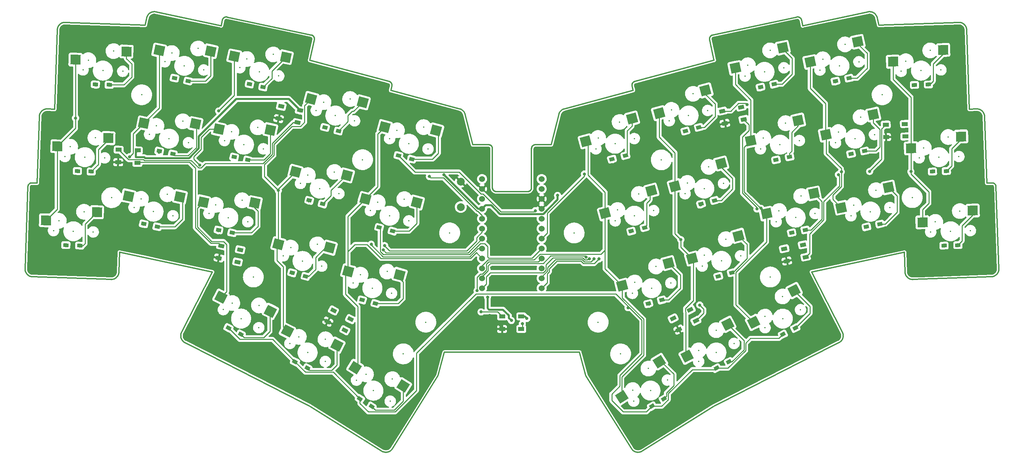
<source format=gbl>
%TF.GenerationSoftware,KiCad,Pcbnew,(6.0.6)*%
%TF.CreationDate,2022-07-10T22:01:45+09:00*%
%TF.ProjectId,nowt,6e6f7774-2e6b-4696-9361-645f70636258,rev?*%
%TF.SameCoordinates,Original*%
%TF.FileFunction,Copper,L2,Bot*%
%TF.FilePolarity,Positive*%
%FSLAX46Y46*%
G04 Gerber Fmt 4.6, Leading zero omitted, Abs format (unit mm)*
G04 Created by KiCad (PCBNEW (6.0.6)) date 2022-07-10 22:01:45*
%MOMM*%
%LPD*%
G01*
G04 APERTURE LIST*
G04 Aperture macros list*
%AMRotRect*
0 Rectangle, with rotation*
0 The origin of the aperture is its center*
0 $1 length*
0 $2 width*
0 $3 Rotation angle, in degrees counterclockwise*
0 Add horizontal line*
21,1,$1,$2,0,0,$3*%
G04 Aperture macros list end*
%TA.AperFunction,Profile*%
%ADD10C,0.349999*%
%TD*%
%TA.AperFunction,SMDPad,CuDef*%
%ADD11RotRect,1.300000X0.950000X358.000000*%
%TD*%
%TA.AperFunction,SMDPad,CuDef*%
%ADD12RotRect,1.300000X0.950000X348.000000*%
%TD*%
%TA.AperFunction,SMDPad,CuDef*%
%ADD13RotRect,1.500000X1.000000X27.000000*%
%TD*%
%TA.AperFunction,SMDPad,CuDef*%
%ADD14RotRect,2.550000X2.500000X195.000000*%
%TD*%
%TA.AperFunction,ComponentPad*%
%ADD15C,2.000000*%
%TD*%
%TA.AperFunction,SMDPad,CuDef*%
%ADD16RotRect,2.550000X2.500000X192.000000*%
%TD*%
%TA.AperFunction,SMDPad,CuDef*%
%ADD17RotRect,1.300000X0.950000X15.000000*%
%TD*%
%TA.AperFunction,SMDPad,CuDef*%
%ADD18RotRect,1.300000X0.950000X12.000000*%
%TD*%
%TA.AperFunction,SMDPad,CuDef*%
%ADD19RotRect,1.500000X1.000000X12.000000*%
%TD*%
%TA.AperFunction,SMDPad,CuDef*%
%ADD20RotRect,1.300000X0.950000X345.000000*%
%TD*%
%TA.AperFunction,SMDPad,CuDef*%
%ADD21RotRect,2.550000X2.500000X178.000000*%
%TD*%
%TA.AperFunction,SMDPad,CuDef*%
%ADD22RotRect,2.550000X2.500000X182.000000*%
%TD*%
%TA.AperFunction,SMDPad,CuDef*%
%ADD23RotRect,2.550000X2.500000X207.000000*%
%TD*%
%TA.AperFunction,SMDPad,CuDef*%
%ADD24RotRect,1.500000X1.000000X348.000000*%
%TD*%
%TA.AperFunction,SMDPad,CuDef*%
%ADD25RotRect,2.550000X2.500000X168.000000*%
%TD*%
%TA.AperFunction,SMDPad,CuDef*%
%ADD26RotRect,1.300000X0.950000X327.000000*%
%TD*%
%TA.AperFunction,SMDPad,CuDef*%
%ADD27RotRect,2.550000X2.500000X165.000000*%
%TD*%
%TA.AperFunction,SMDPad,CuDef*%
%ADD28RotRect,1.300000X0.950000X27.000000*%
%TD*%
%TA.AperFunction,SMDPad,CuDef*%
%ADD29RotRect,2.550000X2.500000X153.000000*%
%TD*%
%TA.AperFunction,SMDPad,CuDef*%
%ADD30RotRect,1.500000X1.000000X2.000000*%
%TD*%
%TA.AperFunction,SMDPad,CuDef*%
%ADD31RotRect,1.300000X0.950000X32.000000*%
%TD*%
%TA.AperFunction,SMDPad,CuDef*%
%ADD32RotRect,1.300000X0.950000X2.000000*%
%TD*%
%TA.AperFunction,SMDPad,CuDef*%
%ADD33RotRect,1.500000X1.000000X333.000000*%
%TD*%
%TA.AperFunction,SMDPad,CuDef*%
%ADD34RotRect,1.500000X1.000000X358.000000*%
%TD*%
%TA.AperFunction,SMDPad,CuDef*%
%ADD35RotRect,2.550000X2.500000X212.000000*%
%TD*%
%TA.AperFunction,SMDPad,CuDef*%
%ADD36RotRect,1.300000X0.950000X333.000000*%
%TD*%
%TA.AperFunction,SMDPad,CuDef*%
%ADD37RotRect,2.550000X2.500000X148.000000*%
%TD*%
%TA.AperFunction,ComponentPad*%
%ADD38C,1.524000*%
%TD*%
%TA.AperFunction,SMDPad,CuDef*%
%ADD39R,1.500000X1.000000*%
%TD*%
%TA.AperFunction,ViaPad*%
%ADD40C,0.800000*%
%TD*%
%TA.AperFunction,Conductor*%
%ADD41C,0.250000*%
%TD*%
%TA.AperFunction,Conductor*%
%ADD42C,0.500000*%
%TD*%
%ADD43C,0.350000*%
G04 APERTURE END LIST*
D10*
X72732052Y-26633205D02*
X72684562Y-26643585D01*
X179229312Y-137667739D02*
X179229312Y-137667739D01*
X270294066Y-91684858D02*
X270321484Y-91591155D01*
X196459436Y-32146363D02*
X196458571Y-32196008D01*
X230533221Y-108676893D02*
X230556741Y-108580901D01*
X262154177Y-29918351D02*
X262154177Y-29918351D01*
X31517647Y-28000906D02*
X31420438Y-28014372D01*
X239057900Y-26212028D02*
X239004616Y-26130299D01*
X239312655Y-26847300D02*
X239312655Y-26847300D01*
X197104277Y-31254241D02*
X197057938Y-31273081D01*
X30308662Y-28594722D02*
X30241604Y-28667264D01*
X266173669Y-50734683D02*
X266105080Y-50667580D01*
X115182141Y-43611429D02*
X115158412Y-43567870D01*
X95089535Y-31428482D02*
X95051952Y-31397916D01*
X140961129Y-70437724D02*
X140954768Y-70387679D01*
X61312380Y-107899411D02*
X61302364Y-107996489D01*
X158350196Y-50718048D02*
X158267650Y-50819922D01*
X26536623Y-50228640D02*
X26444609Y-50261262D01*
X115292264Y-44083444D02*
X115291830Y-44034582D01*
X246454202Y-92234775D02*
X246479056Y-92329472D01*
X140919427Y-60041605D02*
X140906354Y-59994511D01*
X115283828Y-43937348D02*
X115276284Y-43889153D01*
X159215351Y-50134709D02*
X159090155Y-50182210D01*
X260959039Y-28156219D02*
X260869103Y-28119283D01*
X238606083Y-25701634D02*
X238527461Y-25641840D01*
X157961692Y-51404106D02*
X157923999Y-51533734D01*
X23082637Y-69067515D02*
X23034527Y-69076596D01*
X150332259Y-71209324D02*
X150286748Y-71226887D01*
X21719967Y-91967790D02*
X21765159Y-92053167D01*
X270184942Y-91956298D02*
X270225732Y-91867596D01*
X261926812Y-29058686D02*
X261879662Y-28974045D01*
X22355374Y-69595762D02*
X22334060Y-69639653D01*
X22115069Y-92509003D02*
X22185383Y-92574359D01*
X151121017Y-59727217D02*
X151094989Y-59767715D01*
X133937526Y-51404093D02*
X133891589Y-51278317D01*
X270388610Y-91105950D02*
X270387606Y-91006736D01*
X176607371Y-44034612D02*
X176606939Y-44083476D01*
X45123022Y-92941581D02*
X45178184Y-92860700D01*
X196464389Y-32296279D02*
X196471169Y-32346757D01*
X140753275Y-59690353D02*
X140723020Y-59651530D01*
X115428202Y-137033728D02*
X127074427Y-118396346D01*
X115203592Y-43655914D02*
X115182141Y-43611429D01*
X23034527Y-69076596D02*
X22987000Y-69088000D01*
X270139818Y-92043001D02*
X270184942Y-91956298D01*
X115289014Y-43985854D02*
X115283828Y-43937348D01*
X150853716Y-70712723D02*
X150831790Y-70756332D01*
X219850350Y-27125968D02*
X219825312Y-27083788D01*
X196676131Y-31566918D02*
X196647174Y-31605205D01*
X72192515Y-26930397D02*
X72160257Y-26966351D01*
X265717927Y-50384675D02*
X265632564Y-50339464D01*
X266685037Y-51658970D02*
X266659348Y-51563062D01*
X247792500Y-93679900D02*
X247886202Y-93707303D01*
X132929984Y-50237615D02*
X132809048Y-50182236D01*
X159090155Y-50182210D02*
X158969219Y-50237593D01*
X248371389Y-93774355D02*
X248470599Y-93773337D01*
X72336989Y-26803832D02*
X72298703Y-26832788D01*
X237527444Y-25270441D02*
X237429897Y-25264460D01*
X150781583Y-70840244D02*
X150753369Y-70880384D01*
X31714403Y-27988342D02*
X31615691Y-27992209D01*
X53453532Y-25585768D02*
X53371694Y-25641844D01*
X177208207Y-43150756D02*
X177163704Y-43171411D01*
X176998061Y-43274526D02*
X176960094Y-43305158D01*
X114939113Y-43305142D02*
X114901148Y-43274510D01*
X114893202Y-137602513D02*
X114971278Y-137543905D01*
X30530817Y-28397626D02*
X30453761Y-28459444D01*
X246433973Y-92138751D02*
X246454202Y-92234775D01*
X261773790Y-28812742D02*
X261715327Y-28736324D01*
X239193221Y-26471921D02*
X239152303Y-26382985D01*
X219637436Y-26863558D02*
X219600545Y-26832779D01*
X94886303Y-31294074D02*
X94841302Y-31273092D01*
X141847361Y-71280237D02*
X141797317Y-71273879D01*
X145949603Y-71285399D02*
X141949603Y-71285399D01*
X150286748Y-71226887D02*
X150240408Y-71242218D01*
X140938638Y-60137704D02*
X140930200Y-60089363D01*
X22247560Y-69970004D02*
X22244601Y-70019530D01*
X177345170Y-137797033D02*
X177435668Y-137835152D01*
X22668216Y-92890970D02*
X22757716Y-92929939D01*
X220263125Y-28851722D02*
X219956149Y-27407487D01*
X265362947Y-50228750D02*
X265268999Y-50200556D01*
X23039268Y-93020588D02*
X23137067Y-93041620D01*
X94381060Y-126216544D02*
X112670657Y-137669425D01*
X115187462Y-137345843D02*
X115253027Y-137272754D01*
X73129115Y-26637251D02*
X73129115Y-26637251D01*
X52951753Y-26051269D02*
X52894548Y-26130303D01*
X268943344Y-92998125D02*
X269036563Y-92968736D01*
X177816101Y-137942532D02*
X177913822Y-137957446D01*
X177300430Y-43115971D02*
X177253806Y-43132258D01*
X150807735Y-70798866D02*
X150781583Y-70840244D01*
X218871195Y-26621047D02*
X218820719Y-26627828D01*
X140504178Y-59453294D02*
X140462782Y-59427148D01*
X61552420Y-109132568D02*
X61602451Y-109216748D01*
X62217312Y-109837216D02*
X62301801Y-109888442D01*
X140949603Y-60285399D02*
X140948373Y-60235804D01*
X268458163Y-93075324D02*
X268557205Y-93069429D01*
X29797051Y-29527887D02*
X29776817Y-29623916D01*
X22244601Y-70019530D02*
X22244601Y-70019530D01*
X115118553Y-137415467D02*
X115187462Y-137345843D01*
X158061496Y-51156710D02*
X158007627Y-51278328D01*
X29851319Y-29339973D02*
X29821909Y-29433185D01*
X178876335Y-137843293D02*
X178967259Y-137806200D01*
X164824786Y-118396346D02*
X176470996Y-137034179D01*
X140462782Y-59427148D02*
X140420230Y-59403099D01*
X22297966Y-69730316D02*
X22283260Y-69776925D01*
X178499446Y-137945570D02*
X178595296Y-137926974D01*
X115276284Y-43889153D02*
X115266393Y-43841357D01*
X248077439Y-93748304D02*
X248174642Y-93761776D01*
X141028196Y-70674672D02*
X141010290Y-70629262D01*
X261447666Y-28461694D02*
X261372948Y-28401404D01*
X150891043Y-70622609D02*
X150873479Y-70668121D01*
X269299612Y-69290022D02*
X269261076Y-69259113D01*
X239261986Y-26655976D02*
X239229815Y-26562966D01*
X177913822Y-137957446D02*
X178011802Y-137967483D01*
X113209932Y-137904890D02*
X113304821Y-137928071D01*
X176780956Y-137415745D02*
X176853122Y-137481756D01*
X45672885Y-86820426D02*
X69356166Y-91854468D01*
X115158412Y-43567870D02*
X115132554Y-43525540D01*
X230471809Y-108865618D02*
X230504855Y-108772017D01*
X176711987Y-137346163D02*
X176780956Y-137415745D01*
X150620761Y-71026747D02*
X150583343Y-71058982D01*
X95051952Y-31397916D02*
X95012789Y-31369118D01*
X260683118Y-28058482D02*
X260587328Y-28034860D01*
X269494489Y-69511261D02*
X269466900Y-69470816D01*
X140873441Y-59902645D02*
X140853670Y-59858037D01*
X151473461Y-59407678D02*
X151431616Y-59431704D01*
X266555503Y-51287900D02*
X266512395Y-51200771D01*
X23440608Y-93075339D02*
X23440608Y-93075339D01*
X114645407Y-43132242D02*
X114598783Y-43115955D01*
X30864014Y-28191826D02*
X30777302Y-28236931D01*
X114974765Y-45384867D02*
X114974765Y-45384867D01*
X30610536Y-28339893D02*
X30530817Y-28397626D01*
X61296583Y-108191587D02*
X61300846Y-108289253D01*
X248470599Y-93773337D02*
X248470599Y-93773337D01*
X269128133Y-92934870D02*
X269217892Y-92896599D01*
X141390504Y-71114626D02*
X141351298Y-71086747D01*
X53012778Y-25975076D02*
X52951753Y-26051269D01*
X21512065Y-91006743D02*
X21511073Y-91109676D01*
X141177966Y-70921511D02*
X141148279Y-70883736D01*
X44106924Y-93679847D02*
X44199121Y-93647921D01*
X150970238Y-60084182D02*
X150961375Y-60133354D01*
X72025857Y-27169584D02*
X72004876Y-27214584D01*
X52841264Y-26212031D02*
X52792002Y-26296309D01*
X23279246Y-69055037D02*
X23229635Y-69054517D01*
X219956149Y-27407487D02*
X219944177Y-27357423D01*
X248174642Y-93761776D02*
X248272681Y-93770481D01*
X71943103Y-27407483D02*
X71636073Y-28851722D01*
X268458163Y-93075324D02*
X268458163Y-93075324D01*
X21609315Y-91698138D02*
X21641924Y-91790146D01*
X230122960Y-109453058D02*
X230184579Y-109377345D01*
X95012789Y-31369118D02*
X94972095Y-31342162D01*
X266594451Y-51377406D02*
X266555503Y-51287900D01*
X151949603Y-59287265D02*
X151898208Y-59288563D01*
X247110844Y-93303191D02*
X247187893Y-93365010D01*
X54763267Y-25275298D02*
X54665214Y-25266857D01*
X21538593Y-91410930D02*
X21557528Y-91508400D01*
X145949603Y-112396346D02*
X145949603Y-112396346D01*
X22047981Y-92440397D02*
X22115069Y-92509003D01*
X61342415Y-108580593D02*
X61365912Y-108676563D01*
X237233945Y-25266856D02*
X237135890Y-25275297D01*
X112670657Y-137669425D02*
X112756081Y-137719996D01*
X133264176Y-50447946D02*
X133157854Y-50370781D01*
X269645899Y-69920900D02*
X269638131Y-69872298D01*
X269180093Y-69203455D02*
X269137812Y-69178767D01*
X113497318Y-137960397D02*
X113594575Y-137969484D01*
X229916846Y-109661084D02*
X229988978Y-109595063D01*
X158191814Y-50927198D02*
X158122994Y-51039564D01*
X157923999Y-51533734D02*
X155949603Y-59287265D01*
X265544860Y-50298325D02*
X265454944Y-50261380D01*
X150656695Y-70992553D02*
X150656695Y-70992553D01*
X72160257Y-26966351D02*
X72129692Y-27003934D01*
X266300965Y-50878440D02*
X266239007Y-50805010D01*
X45063825Y-93019842D02*
X45123022Y-92941581D01*
X43528069Y-93774327D02*
X43626771Y-93770447D01*
X140853670Y-59858037D02*
X140831733Y-59814422D01*
X45491674Y-91943369D02*
X45497592Y-91844336D01*
X247609764Y-93611596D02*
X247700299Y-93647977D01*
X52792002Y-26296309D02*
X52746861Y-26382988D01*
X151797501Y-59298759D02*
X151748313Y-59307532D01*
X72977762Y-26616866D02*
X72927767Y-26615232D01*
X266739703Y-52060307D02*
X266733510Y-51957559D01*
X262099500Y-29516948D02*
X262073804Y-29421026D01*
X238753273Y-25831794D02*
X238681388Y-25765001D01*
X22335202Y-92694801D02*
X22414466Y-92749628D01*
X72298703Y-26832788D02*
X72261812Y-26863567D01*
X140286457Y-59343876D02*
X140240100Y-59328556D01*
X22848752Y-69135837D02*
X22804390Y-69156220D01*
X128682116Y-112396346D02*
X145949603Y-112396346D01*
X151314130Y-59515102D02*
X151277860Y-59546467D01*
X176960094Y-43305158D02*
X176923646Y-43337623D01*
X269474688Y-92756095D02*
X269555588Y-92700942D01*
X264774532Y-50130367D02*
X264671603Y-50131333D01*
X247349815Y-93476333D02*
X247434356Y-93525712D01*
X72073941Y-27083793D02*
X72048903Y-27125971D01*
X25940783Y-50543395D02*
X25866068Y-50603686D01*
X261828611Y-28892023D02*
X261773790Y-28812742D01*
X95348682Y-31770834D02*
X95327499Y-31727711D01*
X140949603Y-60285399D02*
X140949603Y-60285399D01*
X112932800Y-137807635D02*
X113023746Y-137844643D01*
X269217892Y-92896599D02*
X269305679Y-92853997D01*
X269654238Y-70019530D02*
X269654238Y-70019530D01*
X151048774Y-59852556D02*
X151028712Y-59896776D01*
X133157854Y-50370781D02*
X133046355Y-50300567D01*
X261715327Y-28736324D02*
X261653353Y-28662888D01*
X115253027Y-137272754D02*
X115315101Y-137196304D01*
X140656558Y-59578173D02*
X140656558Y-59578173D01*
X62301801Y-109888442D02*
X62389102Y-109935630D01*
X265800820Y-50433838D02*
X265717927Y-50384675D01*
X95252051Y-31605223D02*
X95223095Y-31566935D01*
X25386945Y-51200681D02*
X25343828Y-51287821D01*
X43822001Y-93748261D02*
X43918198Y-93730079D01*
X266239007Y-50805010D02*
X266173669Y-50734683D01*
X269305679Y-92853997D02*
X269391331Y-92807138D01*
X261587999Y-28592557D02*
X261519393Y-28525452D01*
X239706683Y-28701015D02*
X239706683Y-28701015D01*
X176606939Y-44083476D02*
X176608899Y-44132386D01*
X270225732Y-91867596D02*
X270262128Y-91777060D01*
X237429897Y-25264460D02*
X237332006Y-25263255D01*
X219929842Y-27308552D02*
X219913217Y-27260923D01*
X114861734Y-43245766D02*
X114820942Y-43218963D01*
X133631557Y-50819922D02*
X133549010Y-50718051D01*
X45229237Y-92777362D02*
X45276108Y-92691728D01*
X53988458Y-25341472D02*
X53895246Y-25370843D01*
X230499626Y-107518401D02*
X230466082Y-107425818D01*
X176525722Y-137117016D02*
X176584226Y-137196695D01*
X72048903Y-27125971D02*
X72025857Y-27169584D01*
X230556741Y-108580901D02*
X230575429Y-108484219D01*
X45480912Y-92041559D02*
X45491674Y-91943369D01*
X150949603Y-70285399D02*
X150949603Y-70285399D01*
X176853122Y-137481756D02*
X176928342Y-137544091D01*
X95327499Y-31727711D02*
X95304301Y-31685685D01*
X25304873Y-51377337D02*
X25270208Y-51469110D01*
X266512395Y-51200771D02*
X266465258Y-51116139D01*
X270262128Y-91777060D02*
X270294066Y-91684858D01*
X115428202Y-137033728D02*
X115428202Y-137033728D01*
X140950905Y-70336896D02*
X140949603Y-70285437D01*
X237135890Y-25275297D02*
X237038015Y-25288610D01*
X197487612Y-126216643D02*
X229509402Y-109935973D01*
X145949603Y-112396346D02*
X163217089Y-112396346D01*
X158122994Y-51039564D02*
X158061496Y-51156710D01*
X150949603Y-60285434D02*
X150949603Y-70285399D01*
X95440628Y-32196018D02*
X95439765Y-32146374D01*
X230552663Y-107707165D02*
X230528490Y-107612242D01*
X141094387Y-70803959D02*
X141070307Y-70762083D01*
X140331985Y-59361429D02*
X140286457Y-59343876D01*
X133549010Y-50718051D02*
X133460060Y-50621891D01*
X266659348Y-51563062D02*
X266629109Y-51469167D01*
X114554688Y-137797130D02*
X114642959Y-137754655D01*
X22894029Y-69117651D02*
X22848752Y-69135837D01*
X178690178Y-137903709D02*
X178783916Y-137875806D01*
X22849472Y-92964618D02*
X22943363Y-92994878D01*
X114901148Y-43274510D02*
X114861734Y-43245766D01*
X52894548Y-26130303D02*
X52841264Y-26212031D01*
X25725741Y-50734551D02*
X25660389Y-50804882D01*
X158267650Y-50819922D02*
X158191814Y-50927198D01*
X114642959Y-137754655D02*
X114728898Y-137707991D01*
X230184579Y-109377345D02*
X230242463Y-109298670D01*
X29966118Y-29070885D02*
X29923497Y-29158661D01*
X265268999Y-50200556D02*
X265173229Y-50176919D01*
X115075086Y-43445461D02*
X115043617Y-43407821D01*
X95192318Y-31530043D02*
X95159766Y-31494620D01*
X219070327Y-26619406D02*
X219021109Y-26616091D01*
X61309896Y-108386761D02*
X61323748Y-108483933D01*
X264976744Y-50143801D02*
X264876289Y-50134563D01*
X25598418Y-50878318D02*
X25539959Y-50954737D01*
X246401766Y-91844329D02*
X246407681Y-91943366D01*
X22718747Y-69203458D02*
X22677632Y-69230251D01*
X248272681Y-93770481D02*
X248371389Y-93774355D01*
X150981465Y-60035876D02*
X150970238Y-60084182D01*
X30241604Y-28667264D02*
X30178435Y-28742749D01*
X72878124Y-26616097D02*
X72828907Y-26619413D01*
X219706736Y-26930389D02*
X219672858Y-26896111D01*
X25270208Y-51469110D02*
X25239964Y-51563018D01*
X61981866Y-109660660D02*
X62057229Y-109723190D01*
X158969219Y-50237593D02*
X158852848Y-50300548D01*
X230575429Y-108484219D02*
X230589300Y-108387023D01*
X72591831Y-26671069D02*
X72546738Y-26688076D01*
X176645029Y-43794071D02*
X176632804Y-43841382D01*
X115258303Y-44326695D02*
X115269951Y-44278480D01*
X150994996Y-59988498D02*
X150981465Y-60035876D01*
X151277860Y-59546467D02*
X151243140Y-59579510D01*
X270362514Y-91399912D02*
X270376002Y-91302704D01*
X269615582Y-69776925D02*
X269600875Y-69730314D01*
X237038015Y-25288610D02*
X236940493Y-25306828D01*
X25660389Y-50804882D02*
X25598418Y-50878318D01*
X140145231Y-59304752D02*
X140096883Y-59296335D01*
X25177055Y-51856337D02*
X25165793Y-51957572D01*
X176629254Y-44278517D02*
X176640902Y-44326733D01*
X73129115Y-26637251D02*
X73078511Y-26627828D01*
X151010766Y-59942110D02*
X150994996Y-59988498D01*
X246226321Y-86820426D02*
X246401766Y-91844329D01*
X196460206Y-32246005D02*
X196464389Y-32296279D01*
X269600875Y-69730314D02*
X269583929Y-69684530D01*
X177163704Y-43171411D02*
X177120368Y-43194170D01*
X72502594Y-26707196D02*
X72459472Y-26728380D01*
X151028712Y-59896776D02*
X151010766Y-59942110D01*
X45672885Y-86820426D02*
X45672885Y-86820426D01*
X196847282Y-31397901D02*
X196809697Y-31428466D01*
X26726375Y-50176830D02*
X26630588Y-50200456D01*
X260390803Y-28001776D02*
X260290328Y-27992558D01*
X72226391Y-26896119D02*
X72192515Y-26930397D01*
X26823853Y-50157884D02*
X26726375Y-50176830D01*
X114728898Y-137707991D02*
X114812361Y-137657243D01*
X115010418Y-43371851D02*
X114975560Y-43337607D01*
X261046763Y-28197350D02*
X260959039Y-28156219D01*
X53371694Y-25641844D02*
X53293074Y-25701638D01*
X61300846Y-108289253D02*
X61309896Y-108386761D01*
X246776340Y-92941621D02*
X246835541Y-93019886D01*
X30379534Y-28525285D02*
X30379534Y-28525285D01*
X150690891Y-70956620D02*
X150656695Y-70992553D01*
X52192523Y-28701015D02*
X52192523Y-28701015D01*
X269261076Y-69259113D02*
X269221208Y-69230247D01*
X177622634Y-137898095D02*
X177718814Y-137922713D01*
X270387606Y-91006736D02*
X269654238Y-70019530D01*
X269543466Y-69595760D02*
X269520023Y-69552936D01*
X150544522Y-71089222D02*
X150504382Y-71117434D01*
X29923497Y-29158661D02*
X29885206Y-29248411D01*
X31324229Y-28032544D02*
X31229187Y-28055361D01*
X177256857Y-137754620D02*
X177345170Y-137797033D01*
X22562113Y-69322947D02*
X22526672Y-69357667D01*
X115158412Y-43567870D02*
X115158412Y-43567870D01*
X247700299Y-93647977D02*
X247792500Y-93679900D01*
X115239617Y-43747311D02*
X115222755Y-43701237D01*
X261969931Y-29145826D02*
X261926812Y-29058686D01*
X179056514Y-137764557D02*
X179143923Y-137718393D01*
X21515244Y-91211439D02*
X21524458Y-91311900D01*
X149949572Y-71285434D02*
X149949572Y-71285434D01*
X133365013Y-50531753D02*
X133264176Y-50447946D01*
X230427873Y-107334672D02*
X230385012Y-107245139D01*
X219352503Y-26688066D02*
X219307409Y-26671059D01*
X95279135Y-31644831D02*
X95252051Y-31605223D01*
X246479056Y-92329472D02*
X246508462Y-92422680D01*
X151094989Y-59767715D02*
X151070887Y-59809515D01*
X53538047Y-25533815D02*
X53453532Y-25585768D01*
X219956149Y-27407487D02*
X219956149Y-27407487D01*
X114551203Y-43101933D02*
X114551203Y-43101933D01*
X238185991Y-25443293D02*
X238095736Y-25404792D01*
X114598783Y-43115955D02*
X114551203Y-43101933D01*
X141652241Y-71240445D02*
X141605777Y-71224724D01*
X268911839Y-69087996D02*
X268864314Y-69076592D01*
X268752604Y-93043175D02*
X268848637Y-93022962D01*
X114975560Y-43337607D02*
X114939113Y-43305142D01*
X140906354Y-59994511D02*
X140891014Y-59948164D01*
X219214676Y-26643576D02*
X219167185Y-26633197D01*
X54274691Y-25281167D02*
X54178355Y-25296602D01*
X239152303Y-26382985D02*
X239107163Y-26296305D01*
X135949603Y-59287265D02*
X135949603Y-59287265D01*
X115266393Y-43841357D02*
X115254167Y-43794047D01*
X266359413Y-50954852D02*
X266300965Y-50878440D01*
X269004809Y-69117647D02*
X268958699Y-69101691D01*
X163217089Y-112396346D02*
X164824786Y-118396346D01*
X22493138Y-69393940D02*
X22461548Y-69431684D01*
X140981092Y-70535347D02*
X140969924Y-70486967D01*
X72129692Y-27003934D02*
X72100895Y-27043097D01*
X176676441Y-43701259D02*
X176659579Y-43747334D01*
X26018359Y-50486693D02*
X25940783Y-50543395D01*
X266465258Y-51116139D02*
X266414220Y-51034126D01*
X29744601Y-29918353D02*
X29744601Y-29918353D01*
X45497592Y-91844336D02*
X45672885Y-86820426D01*
X23229635Y-69054517D02*
X23180274Y-69056444D01*
X269633868Y-92641753D02*
X269709369Y-92578601D01*
X150949603Y-70285399D02*
X150948374Y-70334994D01*
X196571720Y-31727694D02*
X196550535Y-31770818D01*
X95439765Y-32146374D02*
X95436452Y-32097156D01*
X94648402Y-31211313D02*
X73129115Y-26637251D01*
X266629109Y-51469167D02*
X266594451Y-51377406D01*
X53077523Y-25901870D02*
X53012778Y-25975076D01*
X22496470Y-92800685D02*
X22581093Y-92847842D01*
X54082886Y-25316714D02*
X53988458Y-25341472D01*
X230589300Y-108387023D02*
X230598367Y-108289491D01*
X140583173Y-59511743D02*
X140544336Y-59481504D01*
X196499561Y-31906026D02*
X196486923Y-31952794D01*
X239229815Y-26562966D02*
X239193221Y-26471921D01*
X179229312Y-137667739D02*
X197487612Y-126216643D01*
X61346595Y-107707082D02*
X61327129Y-107802883D01*
X26266955Y-50339334D02*
X26181575Y-50384541D01*
X177435668Y-137835152D02*
X177528204Y-137868874D01*
X158852848Y-50300548D02*
X158741348Y-50370765D01*
X22677632Y-69230251D02*
X22637766Y-69259117D01*
X21984239Y-92368671D02*
X22047981Y-92440397D01*
X196594920Y-31685668D02*
X196571720Y-31727694D01*
X140891014Y-59948164D02*
X140873441Y-59902645D01*
X151652583Y-59332115D02*
X151606167Y-59347800D01*
X71969411Y-27308551D02*
X71955075Y-27357420D01*
X261879662Y-28974045D02*
X261828611Y-28892023D01*
X94841302Y-31273092D02*
X94794964Y-31254251D01*
X246401766Y-91844329D02*
X246401766Y-91844329D01*
X237816278Y-25316711D02*
X237720809Y-25296599D01*
X115104756Y-43484719D02*
X115075086Y-43445461D01*
X177078268Y-43218978D02*
X177037476Y-43245781D01*
X176924441Y-45384867D02*
X159344500Y-50095401D01*
X150930210Y-70481425D02*
X150919442Y-70529179D01*
X44465051Y-93525653D02*
X44549586Y-93476274D01*
X115279160Y-44229959D02*
X115285940Y-44181220D01*
X270376002Y-91302704D02*
X270384721Y-91204662D01*
X23440608Y-93075339D02*
X43428866Y-93773314D01*
X21678848Y-91880073D02*
X21719967Y-91967790D01*
X159344500Y-50095401D02*
X159215351Y-50134709D01*
X44711499Y-93364952D02*
X44788543Y-93303135D01*
X262043557Y-29327117D02*
X262008890Y-29235344D01*
X219522650Y-26776736D02*
X219481797Y-26751569D01*
X114820942Y-43218963D02*
X114778844Y-43194155D01*
X22761027Y-69178771D02*
X22718747Y-69203458D01*
X23137067Y-93041620D02*
X23236637Y-93057842D01*
X26181575Y-50384541D02*
X26098666Y-50433701D01*
X176928342Y-137544091D02*
X177006470Y-137602649D01*
X219307409Y-26671059D02*
X219261442Y-26656213D01*
X94794964Y-31254251D02*
X94747335Y-31237624D01*
X177087362Y-137657325D02*
X177170873Y-137708016D01*
X219167185Y-26633197D02*
X219119043Y-26625125D01*
X238361108Y-25533811D02*
X238274506Y-25486310D01*
X113116181Y-137877071D02*
X113209932Y-137904890D01*
X196620087Y-31644814D02*
X196594920Y-31685668D01*
X61323748Y-108483933D02*
X61342415Y-108580593D01*
X128682116Y-112396346D02*
X128682116Y-112396346D01*
X158635027Y-50447933D02*
X158534191Y-50531744D01*
X95159766Y-31494620D02*
X95125489Y-31460742D01*
X158534191Y-50531744D02*
X158439145Y-50621885D01*
X43428866Y-93773314D02*
X43528069Y-93774327D01*
X140048035Y-59290287D02*
X139998769Y-59286642D01*
X151178602Y-59650382D02*
X151148909Y-59688085D01*
X69356166Y-91854468D02*
X69356166Y-91854468D01*
X269466900Y-69470816D02*
X269437293Y-69431680D01*
X150961375Y-60133354D02*
X150954939Y-60183328D01*
X197487612Y-126216643D02*
X197487612Y-126216643D01*
X197602359Y-37674814D02*
X177348010Y-43101950D01*
X62057229Y-109723190D02*
X62135750Y-109782087D01*
X45276108Y-92691728D02*
X45318722Y-92603959D01*
X229509402Y-109935973D02*
X229596744Y-109888808D01*
X22637766Y-69259117D02*
X22599232Y-69290026D01*
X114551203Y-43101933D02*
X94296847Y-37674814D01*
X246226321Y-86820426D02*
X246226321Y-86820426D01*
X230598367Y-108289491D02*
X230602644Y-108191800D01*
X267334750Y-69099917D02*
X267334750Y-69099917D01*
X237720809Y-25296599D02*
X237624473Y-25281165D01*
X219439771Y-26728370D02*
X219396648Y-26707186D01*
X52609528Y-26750805D02*
X52586505Y-26847303D01*
X196647174Y-31605205D02*
X196620087Y-31644814D01*
X139998769Y-59286642D02*
X139949168Y-59285434D01*
X150919442Y-70529179D02*
X150906376Y-70576267D01*
X178207836Y-137973049D02*
X178305540Y-137968637D01*
X61399625Y-107518371D02*
X61370765Y-107612186D01*
X238003916Y-25370840D02*
X237910705Y-25341469D01*
X114464231Y-137835314D02*
X114554688Y-137797130D01*
X151391071Y-59457658D02*
X151351888Y-59485478D01*
X61427269Y-108865249D02*
X61464713Y-108956683D01*
X196471169Y-32346757D02*
X196480593Y-32397362D01*
X141949603Y-71285399D02*
X141949603Y-71285399D01*
X247267606Y-93422745D02*
X247349815Y-93476333D01*
X22461548Y-69431684D02*
X22431940Y-69470819D01*
X176740786Y-43567889D02*
X176740786Y-43567889D01*
X141699693Y-71253920D02*
X141652241Y-71240445D01*
X230528490Y-107612242D02*
X230499626Y-107518401D01*
X269437293Y-69431680D02*
X269405705Y-69393936D01*
X72004876Y-27214584D02*
X71986036Y-27260923D01*
X196458571Y-32196008D02*
X196460206Y-32246005D01*
X61841073Y-109525241D02*
X61909775Y-109594632D01*
X140954768Y-70387679D02*
X140950905Y-70336896D01*
X269372173Y-69357663D02*
X269336734Y-69322943D01*
X267334750Y-69099917D02*
X266739703Y-52060307D01*
X155949603Y-59287265D02*
X155949603Y-59287265D01*
X72780192Y-26625132D02*
X72732052Y-26633205D01*
X150873479Y-70668121D02*
X150853716Y-70712723D01*
X158741348Y-50370765D02*
X158635027Y-50447933D01*
X229841442Y-109723604D02*
X229916846Y-109661084D01*
X43626771Y-93770447D02*
X43724803Y-93761738D01*
X54567155Y-25263256D02*
X54469265Y-25264462D01*
X61433162Y-107425814D02*
X61399625Y-107518371D01*
X238527461Y-25641840D02*
X238445620Y-25585764D01*
X268864314Y-69076592D02*
X268816205Y-69067511D01*
X247187893Y-93365010D02*
X247267606Y-93422745D01*
X95422663Y-32000299D02*
X95412286Y-31952808D01*
X140620608Y-59543977D02*
X140583173Y-59511743D01*
X177006470Y-137602649D02*
X177087362Y-137657325D01*
X236940493Y-25306828D02*
X236940493Y-25306828D01*
X269094449Y-69156216D02*
X269050087Y-69135833D01*
X219481797Y-26751569D02*
X219439771Y-26728370D01*
X31135478Y-28082759D02*
X31043269Y-28114678D01*
X113304821Y-137928071D02*
X113400675Y-137946583D01*
X22526672Y-69357667D02*
X22493138Y-69393940D01*
X246508462Y-92422680D02*
X246542344Y-92514238D01*
X45357007Y-92514217D02*
X45390889Y-92422663D01*
X45497592Y-91844336D02*
X45497592Y-91844336D01*
X22599232Y-69290026D02*
X22562113Y-69322947D01*
X270344321Y-91496117D02*
X270362514Y-91399912D01*
X196969322Y-31317109D02*
X196927142Y-31342148D01*
X114371731Y-137869104D02*
X114464231Y-137835314D01*
X269651281Y-69970004D02*
X269645899Y-69920900D01*
X43428866Y-93773314D02*
X43428866Y-93773314D01*
X21557528Y-91508400D02*
X21581143Y-91604179D01*
X196480593Y-32397362D02*
X197602359Y-37674814D01*
X268619601Y-69055033D02*
X268619601Y-69055033D01*
X237624473Y-25281165D02*
X237527444Y-25270441D01*
X44199121Y-93647921D02*
X44289652Y-93611539D01*
X115132554Y-43525540D02*
X115104756Y-43484719D01*
X197012936Y-31294062D02*
X196969322Y-31317109D01*
X29036982Y-50194493D02*
X29036982Y-50194493D01*
X150376860Y-71189564D02*
X150332259Y-71209324D01*
X176659579Y-43747334D02*
X176645029Y-43794071D01*
X127074427Y-118396346D02*
X127074427Y-118396346D01*
X196468470Y-32048427D02*
X196462752Y-32097144D01*
X177348010Y-43101950D02*
X177348010Y-43101950D01*
X72828907Y-26619413D02*
X72780192Y-26625132D01*
X219600545Y-26832779D02*
X219562258Y-26803822D01*
X141148279Y-70883736D02*
X141120398Y-70844531D01*
X113888274Y-137968088D02*
X113986232Y-137957972D01*
X150583343Y-71058982D02*
X150544522Y-71089222D01*
X196550535Y-31770818D02*
X196531415Y-31814964D01*
X150240408Y-71242218D02*
X150193323Y-71255283D01*
X266722248Y-51856340D02*
X266706048Y-51756770D01*
X176470996Y-137034179D02*
X176525722Y-137117016D01*
X197057938Y-31273081D02*
X197012936Y-31294062D01*
X140969924Y-70486967D02*
X140961129Y-70437724D01*
X158439145Y-50621885D02*
X158350196Y-50718048D01*
X22404351Y-69511264D02*
X22378817Y-69552939D01*
X140192997Y-59315504D02*
X140145231Y-59304752D01*
X61602451Y-109216748D02*
X61656448Y-109298241D01*
X95418597Y-32397368D02*
X95428024Y-32346764D01*
X140831733Y-59814422D02*
X140807666Y-59771882D01*
X30952726Y-28151054D02*
X30864014Y-28191826D01*
X151351888Y-59485478D02*
X151314130Y-59515102D01*
X197602359Y-37674814D02*
X197602359Y-37674814D01*
X30379534Y-28525285D02*
X30308662Y-28594722D01*
X45318722Y-92603959D02*
X45357007Y-92514217D01*
X197250842Y-31211308D02*
X197250842Y-31211308D01*
X62389102Y-109935630D02*
X62389102Y-109935630D01*
X72100895Y-27043097D02*
X72073941Y-27083793D01*
X220263125Y-28851722D02*
X220263125Y-28851722D01*
X95412286Y-31952808D02*
X95399651Y-31906041D01*
X218770114Y-26637253D02*
X197250842Y-31211308D01*
X52586505Y-26847303D02*
X52586505Y-26847303D01*
X248470599Y-93773337D02*
X268458163Y-93075324D01*
X238821639Y-25901866D02*
X238753273Y-25831794D01*
X219873396Y-27169582D02*
X219850350Y-27125968D01*
X45420294Y-92329458D02*
X45445149Y-92234766D01*
X262136720Y-29714349D02*
X262120515Y-29614763D01*
X115046443Y-137481522D02*
X115118553Y-137415467D01*
X150145573Y-71266048D02*
X150097241Y-71274480D01*
X61327129Y-107802883D02*
X61312380Y-107899411D01*
X21867279Y-92216379D02*
X21923965Y-92293955D01*
X25485140Y-51034018D02*
X25434092Y-51116040D01*
X268557205Y-93069429D02*
X268655406Y-93058688D01*
X219894377Y-27214583D02*
X219873396Y-27169582D01*
X246542344Y-92514238D02*
X246580630Y-92603985D01*
X176610186Y-43985883D02*
X176607371Y-44034612D01*
X140544336Y-59481504D02*
X140504178Y-59453294D01*
X25794344Y-50667445D02*
X25725741Y-50734551D01*
X94972095Y-31342162D02*
X94929916Y-31317122D01*
X269564780Y-69639651D02*
X269543466Y-69595760D01*
X151949603Y-59287265D02*
X151949603Y-59287265D01*
X26444609Y-50261262D02*
X26354676Y-50298200D01*
X29761282Y-29721111D02*
X29750519Y-29819310D01*
X151847487Y-59292415D02*
X151797501Y-59298759D01*
X45465379Y-92138745D02*
X45480912Y-92041559D01*
X246623246Y-92691758D02*
X246670119Y-92777396D01*
X151560799Y-59365664D02*
X151516543Y-59385644D01*
X140807666Y-59771882D02*
X140781502Y-59730498D01*
X139949168Y-59285434D02*
X139949168Y-59285434D01*
X269851382Y-92440703D02*
X269917238Y-92366492D01*
X158007627Y-51278328D02*
X157961692Y-51404106D01*
X141313521Y-71057061D02*
X141277237Y-71025632D01*
X52705943Y-26471924D02*
X52669348Y-26562970D01*
X141797317Y-71273879D02*
X141748073Y-71265085D01*
X53713168Y-25443296D02*
X53624651Y-25486314D01*
X176640902Y-44326733D02*
X176640902Y-44326733D01*
X45390889Y-92422663D02*
X45420294Y-92329458D01*
X133707395Y-50927194D02*
X133631557Y-50819922D01*
X269917238Y-92366492D02*
X269979072Y-92289450D01*
X30064058Y-28901900D02*
X30012996Y-28985244D01*
X269221208Y-69230247D02*
X269180093Y-69203455D01*
X43918198Y-93730079D02*
X44013228Y-93707253D01*
X230504855Y-108772017D02*
X230504855Y-108772017D01*
X27228083Y-50131324D02*
X27228083Y-50131324D01*
X61656448Y-109298241D02*
X61714294Y-109376910D01*
X196514407Y-31860058D02*
X196499561Y-31906026D01*
X53145888Y-25831798D02*
X53077523Y-25901870D01*
X31813616Y-27989368D02*
X31714403Y-27988342D01*
X176622914Y-43889180D02*
X176615370Y-43937376D01*
X72546738Y-26688076D02*
X72502594Y-26707196D01*
X73028035Y-26621049D02*
X72977762Y-26616866D01*
X114735508Y-43171396D02*
X114691006Y-43150740D01*
X176924441Y-45384867D02*
X176924441Y-45384867D01*
X71636073Y-28851722D02*
X54958659Y-25306828D01*
X269391331Y-92807138D02*
X269474688Y-92756095D01*
X177253806Y-43132258D02*
X177208207Y-43150756D01*
X246835541Y-93019886D02*
X246898705Y-93095370D01*
X115222755Y-43701237D02*
X115203592Y-43655914D01*
X145949603Y-71285399D02*
X145949603Y-71285399D01*
X176794445Y-43484737D02*
X176766645Y-43525558D01*
X176608899Y-44132386D02*
X176613264Y-44181255D01*
X23337857Y-93069125D02*
X23440608Y-93075339D01*
X25539959Y-50954737D02*
X25485140Y-51034018D01*
X196739463Y-31494603D02*
X196706910Y-31530026D01*
X159344500Y-50095401D02*
X159344500Y-50095401D01*
X178305540Y-137968637D02*
X178402802Y-137959467D01*
X141431077Y-71140635D02*
X141390504Y-71114626D01*
X94296847Y-37674814D02*
X94296847Y-37674814D01*
X72927767Y-26615232D02*
X72878124Y-26616097D01*
X52669348Y-26562970D02*
X52637176Y-26655979D01*
X22562113Y-69322947D02*
X22562113Y-69322947D01*
X45178184Y-92860700D02*
X45229237Y-92777362D01*
X196809697Y-31428466D02*
X196773742Y-31460726D01*
X61909775Y-109594632D02*
X61981866Y-109660660D01*
X268718570Y-69056440D02*
X268669211Y-69054513D01*
X197200778Y-31223280D02*
X197151907Y-31237616D01*
X176620045Y-44229994D02*
X176629254Y-44278517D01*
X230385012Y-107245139D02*
X230385012Y-107245139D01*
X114691006Y-43150740D02*
X114645407Y-43132242D01*
X22283260Y-69776925D02*
X22270829Y-69824280D01*
X238947411Y-26051265D02*
X238886385Y-25975072D01*
X141120398Y-70844531D02*
X141094387Y-70803959D01*
X260085604Y-27989373D02*
X239706683Y-28701015D01*
X113790228Y-137973359D02*
X113888274Y-137968088D01*
X25434092Y-51116040D02*
X25386945Y-51200681D01*
X21581143Y-91604179D02*
X21609315Y-91698138D01*
X114812361Y-137657243D02*
X114893202Y-137602513D01*
X229509402Y-109935973D02*
X229509402Y-109935973D01*
X23279246Y-69055037D02*
X23279246Y-69055037D01*
X266733510Y-51957559D02*
X266722248Y-51856340D01*
X22378817Y-69552939D02*
X22355374Y-69595762D01*
X61297094Y-108093940D02*
X61296583Y-108191587D01*
X219913217Y-27260923D02*
X219894377Y-27214583D01*
X72417448Y-26751579D02*
X72376595Y-26776746D01*
X261519393Y-28525452D02*
X261447666Y-28461694D01*
X237910705Y-25341469D02*
X237816278Y-25316711D01*
X114974765Y-45384867D02*
X115258303Y-44326695D01*
X21524458Y-91311900D02*
X21538593Y-91410930D01*
X150954939Y-60183328D02*
X150950995Y-60234042D01*
X229681275Y-109837601D02*
X229762879Y-109782488D01*
X177718814Y-137922713D02*
X177718814Y-137922713D01*
X196886446Y-31369103D02*
X196847282Y-31397901D01*
X151699986Y-59318671D02*
X151652583Y-59332115D01*
X176717056Y-43611449D02*
X176695604Y-43655935D01*
X266414220Y-51034126D02*
X266359413Y-50954852D01*
X95304301Y-31685685D02*
X95279135Y-31644831D01*
X54665214Y-25266857D02*
X54567155Y-25263256D01*
X270090424Y-92127538D02*
X270139818Y-92043001D01*
X150504382Y-71117434D02*
X150463003Y-71143585D01*
X54861140Y-25288611D02*
X54763267Y-25275298D01*
X22270829Y-69824280D02*
X22260711Y-69872299D01*
X247521060Y-93570821D02*
X247609764Y-93611596D01*
X246721175Y-92860737D02*
X246776340Y-92941621D01*
X94381060Y-126216544D02*
X94381060Y-126216544D01*
X150048409Y-71280544D02*
X149999159Y-71284207D01*
X54958659Y-25306828D02*
X54958659Y-25306828D01*
X247036624Y-93237349D02*
X247110844Y-93303191D01*
X219119043Y-26625125D02*
X219070327Y-26619406D01*
X270387606Y-91006736D02*
X270387606Y-91006736D01*
X114083928Y-137942981D02*
X114181185Y-137923087D01*
X247434356Y-93525712D02*
X247521060Y-93570821D01*
X114971278Y-137543905D02*
X115046443Y-137481522D01*
X264671603Y-50131333D02*
X264671603Y-50131333D01*
X178595296Y-137926974D02*
X178690178Y-137903709D01*
X219672858Y-26896111D02*
X219637436Y-26863558D01*
X25239964Y-51563018D02*
X25214270Y-51658939D01*
X115290304Y-44132353D02*
X115292264Y-44083444D01*
X269654238Y-70019530D02*
X269651281Y-69970004D01*
X196927142Y-31342148D02*
X196886446Y-31369103D01*
X23236637Y-93057842D02*
X23337857Y-93069125D01*
X133460060Y-50621891D02*
X133365013Y-50531753D01*
X22185383Y-92574359D02*
X22258801Y-92636335D01*
X266033371Y-50603823D02*
X265958671Y-50543533D01*
X114181185Y-137923087D02*
X114181185Y-137923087D01*
X22581093Y-92847842D02*
X22668216Y-92890970D01*
X26098666Y-50433701D02*
X26018359Y-50486693D01*
X31420438Y-28014372D02*
X31324229Y-28032544D01*
X238095736Y-25404792D02*
X238003916Y-25370840D01*
X238274506Y-25486310D02*
X238185991Y-25443293D01*
X115258303Y-44326695D02*
X115258303Y-44326695D01*
X24564463Y-69099917D02*
X23279246Y-69055037D01*
X140948373Y-60235804D02*
X140944707Y-60186545D01*
X141949603Y-71285399D02*
X141898144Y-71284098D01*
X238681388Y-25765001D02*
X238606083Y-25701634D01*
X230346562Y-109132981D02*
X230392547Y-109046235D01*
X150906376Y-70576267D02*
X150891043Y-70622609D01*
X261132146Y-28242555D02*
X261046763Y-28197350D01*
X53453532Y-25585768D02*
X53453532Y-25585768D01*
X94929916Y-31317122D02*
X94886303Y-31294074D01*
X176632804Y-43841382D02*
X176622914Y-43889180D01*
X218820719Y-26627828D02*
X218770114Y-26637253D01*
X27023365Y-50134517D02*
X26922893Y-50143739D01*
X150656695Y-70992553D02*
X150620761Y-71026747D01*
X44549586Y-93476274D02*
X44631791Y-93422686D01*
X261295368Y-28344704D02*
X261215058Y-28291714D01*
X260869103Y-28119283D02*
X260777086Y-28086664D01*
X140949603Y-70285437D02*
X140949603Y-70285437D01*
X61471361Y-107334693D02*
X61433162Y-107425814D01*
X25193257Y-51756753D02*
X25177055Y-51856337D01*
X30777302Y-28236931D02*
X30692754Y-28286307D01*
X150097241Y-71274480D02*
X150048409Y-71280544D01*
X246898705Y-93095370D02*
X246965757Y-93167912D01*
X95223095Y-31566935D02*
X95192318Y-31530043D01*
X230057721Y-109525676D02*
X230122960Y-109453058D01*
X22258801Y-92636335D02*
X22335202Y-92694801D01*
X140240100Y-59328556D02*
X140192997Y-59315504D01*
X95438991Y-32246014D02*
X95440628Y-32196018D01*
X22414466Y-92749628D02*
X22496470Y-92800685D01*
X230392547Y-109046235D02*
X230434334Y-108957069D01*
X157923999Y-51533734D02*
X157923999Y-51533734D01*
X95430735Y-32048440D02*
X95422663Y-32000299D01*
X219021109Y-26616091D02*
X218971465Y-26615227D01*
X30692754Y-28286307D02*
X30610536Y-28339893D01*
X151070887Y-59809515D02*
X151048774Y-59852556D01*
X61370765Y-107612186D02*
X61346595Y-107707082D01*
X151148909Y-59688085D02*
X151121017Y-59727217D01*
X237332006Y-25263255D02*
X237233945Y-25266856D01*
X176855586Y-43407837D02*
X176824116Y-43445478D01*
X133837717Y-51156702D02*
X133776217Y-51039557D01*
X61775874Y-109452622D02*
X61841073Y-109525241D01*
X61464713Y-108956683D02*
X61506469Y-109045834D01*
X22252942Y-69920900D02*
X22247560Y-69970004D01*
X239107163Y-26296305D02*
X239057900Y-26212028D01*
X265454944Y-50261380D02*
X265362947Y-50228750D01*
X95418597Y-32397368D02*
X95418597Y-32397368D01*
X115269951Y-44278480D02*
X115279160Y-44229959D01*
X22757716Y-92929939D02*
X22849472Y-92964618D01*
X30119228Y-28821015D02*
X30064058Y-28901900D01*
X150831790Y-70756332D02*
X150807735Y-70798866D01*
X62389102Y-109935630D02*
X94381060Y-126216544D01*
X177348010Y-43101950D02*
X177300430Y-43115971D01*
X141560366Y-71206820D02*
X141516071Y-71186795D01*
X178011802Y-137967483D02*
X178109865Y-137972675D01*
X178967259Y-137806200D02*
X179056514Y-137764557D01*
X151748313Y-59307532D02*
X151699986Y-59318671D01*
X239004616Y-26130299D02*
X238947411Y-26051265D01*
X176695604Y-43655935D02*
X176676441Y-43701259D01*
X196531415Y-31814964D02*
X196514407Y-31860058D01*
X61514209Y-107245185D02*
X61514209Y-107245185D01*
X141209396Y-70957794D02*
X141177966Y-70921511D01*
X71955075Y-27357420D02*
X71943103Y-27407483D01*
X31043269Y-28114678D02*
X30952726Y-28151054D01*
X236940493Y-25306828D02*
X220263125Y-28851722D01*
X44631791Y-93422686D02*
X44711499Y-93364952D01*
X265632564Y-50339464D02*
X265544860Y-50298325D01*
X29821909Y-29433185D02*
X29797051Y-29527887D01*
X261372948Y-28401404D02*
X261295368Y-28344704D01*
X133891589Y-51278317D02*
X133837717Y-51156702D01*
X260587328Y-28034860D02*
X260489846Y-28015917D01*
X141898144Y-71284098D02*
X141847361Y-71280237D01*
X22244601Y-70019530D02*
X21512065Y-91006743D01*
X151210033Y-59614169D02*
X151178602Y-59650382D01*
X115373542Y-137116594D02*
X115428202Y-137033728D01*
X196476544Y-32000285D02*
X196468470Y-32048427D01*
X219769559Y-27003928D02*
X219738994Y-26966344D01*
X150193323Y-71255283D02*
X150145573Y-71266048D01*
X114778844Y-43194155D02*
X114735508Y-43171396D01*
X141048223Y-70718967D02*
X141028196Y-70674672D01*
X29776817Y-29623916D02*
X29761282Y-29721111D01*
X230242463Y-109298670D02*
X230296496Y-109217171D01*
X95125489Y-31460742D02*
X95089535Y-31428482D01*
X269709369Y-92578601D02*
X269781927Y-92511560D01*
X53293074Y-25701638D02*
X53217772Y-25765005D01*
X114277335Y-137898396D02*
X114371731Y-137869104D01*
X230602144Y-108094128D02*
X230596883Y-107996650D01*
X268816205Y-69067511D02*
X268767596Y-69060783D01*
X140949603Y-70285437D02*
X140949603Y-60285399D01*
X140376604Y-59381182D02*
X140331985Y-59361429D01*
X269050087Y-69135833D02*
X269004809Y-69117647D01*
X141277237Y-71025632D02*
X141242508Y-70992522D01*
X176613264Y-44181255D02*
X176620045Y-44229994D01*
X197250842Y-31211308D02*
X197200778Y-31223280D01*
X230385012Y-107245139D02*
X222543032Y-91854468D01*
X22943363Y-92994878D02*
X23039268Y-93020588D01*
X265075767Y-50157960D02*
X264976744Y-50143801D01*
X266105080Y-50667580D02*
X266033371Y-50603823D01*
X196773742Y-31460726D02*
X196739463Y-31494603D01*
X141351298Y-71086747D02*
X141313521Y-71057061D01*
X140420230Y-59403099D02*
X140376604Y-59381182D01*
X230296496Y-109217171D02*
X230346562Y-109132981D01*
X164824786Y-118396346D02*
X164824786Y-118396346D01*
X260188552Y-27988383D02*
X260085604Y-27989373D01*
X52192523Y-28701015D02*
X31813616Y-27989368D01*
X95399651Y-31906041D02*
X95384806Y-31860074D01*
X218770114Y-26637253D02*
X218770114Y-26637253D01*
X95367800Y-31814980D02*
X95348682Y-31770834D01*
X268958699Y-69101691D02*
X268911839Y-69087996D01*
X22804390Y-69156220D02*
X22761027Y-69178771D01*
X230504855Y-108772017D02*
X230533221Y-108676893D01*
X150753369Y-70880384D02*
X150723127Y-70919203D01*
X247981236Y-93730125D02*
X248077439Y-93748304D01*
X269583929Y-69684530D02*
X269564780Y-69639651D01*
X246407681Y-91943366D02*
X246418441Y-92041560D01*
X230466082Y-107425818D02*
X230427873Y-107334672D01*
X230596883Y-107996650D02*
X230586872Y-107899546D01*
X266706048Y-51756770D02*
X266685037Y-51658970D01*
X27228083Y-50131324D02*
X27125138Y-50130338D01*
X115285940Y-44181220D02*
X115290304Y-44132353D01*
X151606167Y-59347800D02*
X151560799Y-59365664D01*
X24564463Y-69099917D02*
X24564463Y-69099917D01*
X141070307Y-70762083D02*
X141048223Y-70718967D01*
X72376595Y-26776746D02*
X72336989Y-26803832D01*
X218921469Y-26616863D02*
X218871195Y-26621047D01*
X45000666Y-93095323D02*
X45063825Y-93019842D01*
X141748073Y-71265085D02*
X141699693Y-71253920D01*
X270036821Y-92209744D02*
X270090424Y-92127538D01*
X178109865Y-137972675D02*
X178207836Y-137973049D01*
X176888786Y-43371867D02*
X176855586Y-43407837D01*
X21923965Y-92293955D02*
X21984239Y-92368671D01*
X230572128Y-107802992D02*
X230552663Y-107707165D01*
X219396648Y-26707186D02*
X219352503Y-26688066D01*
X21641924Y-91790146D02*
X21678848Y-91880073D01*
X150420469Y-71167639D02*
X150376860Y-71189564D01*
X26354676Y-50298200D02*
X26266955Y-50339334D01*
X261215058Y-28291714D02*
X261132146Y-28242555D01*
X61506469Y-109045834D02*
X61552420Y-109132568D01*
X54469265Y-25264462D02*
X54371719Y-25270443D01*
X140690769Y-59614109D02*
X140656558Y-59578173D01*
X150938643Y-70433089D02*
X150930210Y-70481425D01*
X150949603Y-60285434D02*
X150949603Y-60285434D01*
X112843520Y-137766076D02*
X112932800Y-137807635D01*
X61365912Y-108676563D02*
X61394252Y-108771666D01*
X222543032Y-91854468D02*
X246226321Y-86820426D01*
X113594575Y-137969484D02*
X113692270Y-137973814D01*
X262862216Y-50194493D02*
X262862216Y-50194493D01*
X238886385Y-25975072D02*
X238821639Y-25901866D01*
X178783916Y-137875806D02*
X178876335Y-137843293D01*
X260290328Y-27992558D02*
X260188552Y-27988383D01*
X230602644Y-108191800D02*
X230602144Y-108094128D01*
X218971465Y-26615227D02*
X218921469Y-26616863D01*
X21512065Y-91006743D02*
X21512065Y-91006743D01*
X261653353Y-28662888D02*
X261587999Y-28592557D01*
X112756081Y-137719996D02*
X112843520Y-137766076D01*
X22987000Y-69088000D02*
X22940140Y-69101695D01*
X141605777Y-71224724D02*
X141560366Y-71206820D01*
X44378351Y-93570762D02*
X44465051Y-93525653D01*
X150463003Y-71143585D02*
X150420469Y-71167639D01*
X246965757Y-93167912D02*
X247036624Y-93237349D01*
X61394252Y-108771666D02*
X61394252Y-108771666D01*
X262147984Y-29815586D02*
X262136720Y-29714349D01*
X73078511Y-26627828D02*
X73028035Y-26621049D01*
X43724803Y-93761738D02*
X43822001Y-93748261D01*
X21765159Y-92053167D02*
X21814304Y-92136073D01*
X133975222Y-51533719D02*
X133937526Y-51404093D01*
X269137812Y-69178767D02*
X269094449Y-69156216D01*
X260489846Y-28015917D02*
X260390803Y-28001776D01*
X25343828Y-51287821D02*
X25304873Y-51377337D01*
X269851382Y-92440703D02*
X269851382Y-92440703D01*
X94698465Y-31223286D02*
X94648402Y-31211313D01*
X176740786Y-43567889D02*
X176717056Y-43611449D01*
X140781502Y-59730498D02*
X140753275Y-59690353D01*
X268669211Y-69054513D02*
X268619601Y-69055033D01*
X22940140Y-69101695D02*
X22894029Y-69117651D01*
X270321484Y-91591155D02*
X270344321Y-91496117D01*
X260085604Y-27989373D02*
X260085604Y-27989373D01*
X219944177Y-27357423D02*
X219929842Y-27308552D01*
X176923646Y-43337623D02*
X176888786Y-43371867D01*
X22260711Y-69872299D02*
X22252942Y-69920900D01*
X113023746Y-137844643D02*
X113116181Y-137877071D01*
X30453761Y-28459444D02*
X30379534Y-28525285D01*
X176615370Y-43937376D02*
X176610186Y-43985883D01*
X269336734Y-69322943D02*
X269299612Y-69290022D01*
X229988978Y-109595063D02*
X230057721Y-109525676D01*
X269555588Y-92700942D02*
X269633868Y-92641753D01*
X25866068Y-50603686D02*
X25794344Y-50667445D01*
X262073804Y-29421026D02*
X262043557Y-29327117D01*
X176646362Y-137273112D02*
X176711987Y-137346163D01*
X265881111Y-50486831D02*
X265800820Y-50433838D01*
X72637797Y-26656222D02*
X72591831Y-26671069D01*
X230434334Y-108957069D02*
X230471809Y-108865618D01*
X52586505Y-26847303D02*
X52192523Y-28701015D01*
X155949603Y-59287265D02*
X151949603Y-59287265D01*
X149949572Y-71285434D02*
X145949603Y-71285399D01*
X269781927Y-92511560D02*
X269851382Y-92440703D01*
X149999159Y-71284207D02*
X149949572Y-71285434D01*
X230586872Y-107899546D02*
X230572128Y-107802992D01*
X177037476Y-43245781D02*
X176998061Y-43274526D01*
X22314912Y-69684531D02*
X22297966Y-69730316D01*
X140656558Y-59578173D02*
X140620608Y-59543977D01*
X95384806Y-31860074D02*
X95367800Y-31814980D01*
X196480593Y-32397362D02*
X196480593Y-32397362D01*
X94648402Y-31211313D02*
X94648402Y-31211313D01*
X239312655Y-26847300D02*
X239289633Y-26750802D01*
X219738994Y-26966344D02*
X219706736Y-26930389D01*
X262008890Y-29235344D02*
X261969931Y-29145826D01*
X238445620Y-25585764D02*
X238445620Y-25585764D01*
X61514209Y-107245185D02*
X61471361Y-107334693D01*
X27125138Y-50130338D02*
X27023365Y-50134517D01*
X44013228Y-93707253D02*
X44106924Y-93679847D01*
X151898208Y-59288563D02*
X151847487Y-59292415D01*
X115043617Y-43407821D02*
X115010418Y-43371851D01*
X71943103Y-27407483D02*
X71943103Y-27407483D01*
X115254167Y-43794047D02*
X115239617Y-43747311D01*
X127074427Y-118396346D02*
X128682116Y-112396346D01*
X269979072Y-92289450D02*
X270036821Y-92209744D01*
X260777086Y-28086664D02*
X260683118Y-28058482D01*
X53217772Y-25765005D02*
X53145888Y-25831798D01*
X268619601Y-69055033D02*
X267334750Y-69099917D01*
X94296847Y-37674814D02*
X95418597Y-32397368D01*
X269638131Y-69872298D02*
X269628013Y-69824279D01*
X269336734Y-69322943D02*
X269336734Y-69322943D01*
X246418441Y-92041560D02*
X246433973Y-92138751D01*
X219562258Y-26803822D02*
X219522650Y-26776736D01*
X140096883Y-59296335D02*
X140048035Y-59290287D01*
X246580630Y-92603985D02*
X246623246Y-92691758D01*
X265173229Y-50176919D02*
X265075767Y-50157960D01*
X247886202Y-93707303D02*
X247981236Y-93730125D01*
X238445620Y-25585764D02*
X238361108Y-25533811D01*
X25214270Y-51658939D02*
X25193257Y-51756753D01*
X115291830Y-44034582D02*
X115289014Y-43985854D01*
X196486923Y-31952794D02*
X196476544Y-32000285D01*
X264876289Y-50134563D02*
X264774532Y-50130367D01*
X45445149Y-92234766D02*
X45465379Y-92138745D01*
X176766645Y-43525558D02*
X176740786Y-43567889D01*
X222543032Y-91854468D02*
X222543032Y-91854468D01*
X197151907Y-31237616D02*
X197104277Y-31254241D01*
X262154177Y-29918351D02*
X262147984Y-29815586D01*
X132554705Y-50095433D02*
X114974765Y-45384867D01*
X246670119Y-92777396D02*
X246721175Y-92860737D01*
X62135750Y-109782087D02*
X62217312Y-109837216D01*
X44788543Y-93303135D02*
X44862757Y-93237296D01*
X31615691Y-27992209D02*
X31517647Y-28000906D01*
X268848637Y-93022962D02*
X268943344Y-92998125D01*
X22334060Y-69639653D02*
X22314912Y-69684531D01*
X29036982Y-50194493D02*
X27228083Y-50131324D01*
X140994568Y-70582799D02*
X140981092Y-70535347D01*
X54178355Y-25296602D02*
X54082886Y-25316714D01*
X151243140Y-59579510D02*
X151210033Y-59614169D01*
X95436452Y-32097156D02*
X95430735Y-32048440D01*
X61394252Y-108771666D02*
X61427269Y-108865249D01*
X264671603Y-50131333D02*
X262862216Y-50194493D01*
X150944709Y-70384251D02*
X150938643Y-70433089D01*
X239289633Y-26750802D02*
X239261986Y-26655976D01*
X141516071Y-71186795D02*
X141472953Y-71164713D01*
X23131247Y-69060787D02*
X23082637Y-69067515D01*
X133776217Y-51039557D02*
X133707395Y-50927194D01*
X268767596Y-69060783D02*
X268718570Y-69056440D01*
X140930200Y-60089363D02*
X140919427Y-60041605D01*
X266739703Y-52060307D02*
X266739703Y-52060307D01*
X25159602Y-52060336D02*
X24564463Y-69099917D01*
X133975222Y-51533719D02*
X133975222Y-51533719D01*
X25159602Y-52060336D02*
X25159602Y-52060336D01*
X29744601Y-29918353D02*
X29036982Y-50194493D01*
X61302364Y-107996489D02*
X61297094Y-108093940D01*
X21511073Y-91109676D02*
X21515244Y-91211439D01*
X177170873Y-137708016D02*
X177256857Y-137754620D01*
X150723127Y-70919203D02*
X150690891Y-70956620D01*
X23180274Y-69056444D02*
X23131247Y-69060787D01*
X177718814Y-137922713D02*
X177816101Y-137942532D01*
X219825312Y-27083788D02*
X219798357Y-27043092D01*
X269036563Y-92968736D02*
X269128133Y-92934870D01*
X95428024Y-32346764D02*
X95434805Y-32296287D01*
X269520023Y-69552936D02*
X269494489Y-69511261D01*
X26922893Y-50143739D02*
X26823853Y-50157884D01*
X141010290Y-70629262D02*
X140994568Y-70582799D01*
X52637176Y-26655979D02*
X52609528Y-26750805D01*
X113986232Y-137957972D02*
X114083928Y-137942981D01*
X44862757Y-93237296D02*
X44933619Y-93167861D01*
X196706910Y-31530026D02*
X196676131Y-31566918D01*
X31229187Y-28055361D02*
X31135478Y-28082759D01*
X54958659Y-25306828D02*
X54861140Y-25288611D01*
X44933619Y-93167861D02*
X45000666Y-93095323D01*
X22431940Y-69470819D02*
X22404351Y-69511264D01*
X176584226Y-137196695D02*
X176646362Y-137273112D01*
X176824116Y-43445478D02*
X176794445Y-43484737D01*
X179143923Y-137718393D02*
X179229312Y-137667739D01*
X219798357Y-27043092D02*
X219769559Y-27003928D01*
X269405705Y-69393936D02*
X269372173Y-69357663D01*
X247036624Y-93237349D02*
X247036624Y-93237349D01*
X150950995Y-60234042D02*
X150949603Y-60285434D01*
X219261442Y-26656213D02*
X219214676Y-26643576D01*
X54371719Y-25270443D02*
X54274691Y-25281167D01*
X177528204Y-137868874D02*
X177622634Y-137898095D01*
X132809048Y-50182236D02*
X132683853Y-50134738D01*
X270384721Y-91204662D02*
X270388610Y-91105950D01*
X94747335Y-31237624D02*
X94698465Y-31223286D01*
X72684562Y-26643585D02*
X72637797Y-26656222D01*
X135949603Y-59287265D02*
X133975222Y-51533719D01*
X133046355Y-50300567D02*
X132929984Y-50237615D01*
X113692270Y-137973814D02*
X113790228Y-137973359D01*
X71986036Y-27260923D02*
X71969411Y-27308551D01*
X196462752Y-32097144D02*
X196459436Y-32146363D01*
X132554705Y-50095433D02*
X132554705Y-50095433D01*
X262862216Y-50194493D02*
X262154177Y-29918351D01*
X44289652Y-93611539D02*
X44378351Y-93570762D01*
X151516543Y-59385644D02*
X151473461Y-59407678D01*
X29750519Y-29819310D02*
X29744601Y-29918353D01*
X150948374Y-70334994D02*
X150944709Y-70384251D01*
X265958671Y-50543533D02*
X265881111Y-50486831D01*
X163217089Y-112396346D02*
X163217089Y-112396346D01*
X114181185Y-137923087D02*
X114277335Y-137898396D01*
X176640902Y-44326733D02*
X176924441Y-45384867D01*
X53624651Y-25486314D02*
X53538047Y-25533815D01*
X268655406Y-93058688D02*
X268752604Y-93043175D01*
X239706683Y-28701015D02*
X239312655Y-26847300D01*
X151431616Y-59431704D02*
X151391071Y-59457658D01*
X115315101Y-137196304D02*
X115373542Y-137116594D01*
X21814304Y-92136073D02*
X21867279Y-92216379D01*
X30178435Y-28742749D02*
X30119228Y-28821015D01*
X95434805Y-32296287D02*
X95438991Y-32246014D01*
X178402802Y-137959467D02*
X178499446Y-137945570D01*
X30012996Y-28985244D02*
X29966118Y-29070885D01*
X53803425Y-25404795D02*
X53713168Y-25443296D01*
X69356166Y-91854468D02*
X61514209Y-107245185D01*
X53895246Y-25370843D02*
X53803425Y-25404795D01*
X269628013Y-69824279D02*
X269615582Y-69776925D01*
X141242508Y-70992522D02*
X141209396Y-70957794D01*
X61714294Y-109376910D02*
X61775874Y-109452622D01*
X113400675Y-137946583D02*
X113497318Y-137960397D01*
X26630588Y-50200456D02*
X26536623Y-50228640D01*
X44862757Y-93237296D02*
X44862757Y-93237296D01*
X229596744Y-109888808D02*
X229681275Y-109837601D01*
X72261812Y-26863567D02*
X72226391Y-26896119D01*
X141472953Y-71164713D02*
X141431077Y-71140635D01*
X25165793Y-51957572D02*
X25159602Y-52060336D01*
X176470996Y-137034179D02*
X176470996Y-137034179D01*
X71636073Y-28851722D02*
X71636073Y-28851722D01*
X52746861Y-26382988D02*
X52705943Y-26471924D01*
X262120515Y-29614763D02*
X262099500Y-29516948D01*
X139949168Y-59285434D02*
X135949603Y-59287265D01*
X132683853Y-50134738D02*
X132554705Y-50095433D01*
X72459472Y-26728380D02*
X72417448Y-26751579D01*
X112670657Y-137669425D02*
X112670657Y-137669425D01*
X140723020Y-59651530D02*
X140690769Y-59614109D01*
X177120368Y-43194170D02*
X177078268Y-43218978D01*
X140944707Y-60186545D02*
X140938638Y-60137704D01*
X229762879Y-109782488D02*
X229841442Y-109723604D01*
X29885206Y-29248411D02*
X29851319Y-29339973D01*
D11*
%TO.P,D11,1,K*%
%TO.N,row1*%
X34878281Y-66028853D03*
%TO.P,D11,2,A*%
%TO.N,Net-(D11-Pad2)*%
X38426119Y-66152747D03*
%TD*%
D12*
%TO.P,D12,1,K*%
%TO.N,row1*%
X55794788Y-60895757D03*
%TO.P,D12,2,A*%
%TO.N,Net-(D12-Pad2)*%
X59267212Y-61633843D03*
%TD*%
D11*
%TO.P,D21,1,K*%
%TO.N,row2*%
X31931881Y-84977253D03*
%TO.P,D21,2,A*%
%TO.N,Net-(D21-Pad2)*%
X35479719Y-85101147D03*
%TD*%
D13*
%TO.P,D42,1,VDD*%
%TO.N,VCC*%
X191506581Y-101492113D03*
%TO.P,D42,2,DOUT*%
%TO.N,Net-(D42-Pad2)*%
X192959351Y-104343334D03*
%TO.P,D42,3,VSS*%
%TO.N,GND*%
X188593419Y-106567887D03*
%TO.P,D42,4,DIN*%
%TO.N,Net-(D41-Pad2)*%
X187140649Y-103716666D03*
%TD*%
D14*
%TO.P,SW16,1,1*%
%TO.N,col5*%
X169739015Y-76840281D03*
%TO.P,SW16,2,2*%
%TO.N,Net-(D16-Pad2)*%
X181568138Y-71041076D03*
%TD*%
%TO.P,SW17,1,1*%
%TO.N,col6*%
X187589015Y-69900281D03*
%TO.P,SW17,2,2*%
%TO.N,Net-(D17-Pad2)*%
X199418138Y-64101076D03*
%TD*%
D15*
%TO.P,SW37,1,1*%
%TO.N,reset*%
X132867400Y-75233600D03*
%TO.P,SW37,2,2*%
%TO.N,GND*%
X132867400Y-68733600D03*
%TD*%
D16*
%TO.P,SW9,1,1*%
%TO.N,col8*%
X222181729Y-38118559D03*
%TO.P,SW9,2,2*%
%TO.N,Net-(D9-Pad2)*%
X234298147Y-32946390D03*
%TD*%
D12*
%TO.P,D3,1,K*%
%TO.N,row0*%
X78883388Y-43801557D03*
%TO.P,D3,2,A*%
%TO.N,Net-(D3-Pad2)*%
X82355812Y-44539643D03*
%TD*%
%TO.P,D2,1,K*%
%TO.N,row0*%
X59706388Y-42252157D03*
%TO.P,D2,2,A*%
%TO.N,Net-(D2-Pad2)*%
X63178812Y-42990243D03*
%TD*%
D16*
%TO.P,SW29,1,1*%
%TO.N,col8*%
X230091729Y-75408559D03*
%TO.P,SW29,2,2*%
%TO.N,Net-(D29-Pad2)*%
X242208147Y-70236390D03*
%TD*%
D17*
%TO.P,D17,1,K*%
%TO.N,row1*%
X194285482Y-74459404D03*
%TO.P,D17,2,A*%
%TO.N,Net-(D17-Pad2)*%
X197714518Y-73540596D03*
%TD*%
D18*
%TO.P,D8,1,K*%
%TO.N,row0*%
X209473788Y-44559043D03*
%TO.P,D8,2,A*%
%TO.N,Net-(D8-Pad2)*%
X212946212Y-43820957D03*
%TD*%
D19*
%TO.P,D45,1,VDD*%
%TO.N,VCC*%
X204503803Y-49685580D03*
%TO.P,D45,2,DOUT*%
%TO.N,Net-(D45-Pad2)*%
X205169120Y-52815653D03*
%TO.P,D45,3,VSS*%
%TO.N,GND*%
X200376197Y-53834420D03*
%TO.P,D45,4,DIN*%
%TO.N,Net-(D44-Pad2)*%
X199710880Y-50704347D03*
%TD*%
D16*
%TO.P,SW18,1,1*%
%TO.N,col7*%
X206981729Y-58268559D03*
%TO.P,SW18,2,2*%
%TO.N,Net-(D18-Pad2)*%
X219098147Y-53096390D03*
%TD*%
D20*
%TO.P,D5,1,K*%
%TO.N,row0*%
X116925482Y-62060596D03*
%TO.P,D5,2,A*%
%TO.N,Net-(D5-Pad2)*%
X120354518Y-62979404D03*
%TD*%
D21*
%TO.P,SW1,1,1*%
%TO.N,col0*%
X34409961Y-37549484D03*
%TO.P,SW1,2,2*%
%TO.N,Net-(D1-Pad2)*%
X47417731Y-35462177D03*
%TD*%
D16*
%TO.P,SW19,1,1*%
%TO.N,col8*%
X226161729Y-56738559D03*
%TO.P,SW19,2,2*%
%TO.N,Net-(D19-Pad2)*%
X238278147Y-51566390D03*
%TD*%
D11*
%TO.P,D1,1,K*%
%TO.N,row0*%
X39475681Y-43854653D03*
%TO.P,D1,2,A*%
%TO.N,Net-(D1-Pad2)*%
X43023519Y-43978547D03*
%TD*%
D22*
%TO.P,SW10,1,1*%
%TO.N,col9*%
X243325471Y-38044010D03*
%TO.P,SW10,2,2*%
%TO.N,Net-(D10-Pad2)*%
X256155952Y-35054412D03*
%TD*%
D23*
%TO.P,SW35,1,1*%
%TO.N,col6*%
X190714083Y-113383366D03*
%TO.P,SW35,2,2*%
%TO.N,Net-(D35-Pad2)*%
X201078988Y-105251474D03*
%TD*%
D24*
%TO.P,D37,1,VDD*%
%TO.N,VCC*%
X91779120Y-50494347D03*
%TO.P,D37,2,DOUT*%
%TO.N,Net-(D37-Pad2)*%
X91113803Y-53624420D03*
%TO.P,D37,3,VSS*%
%TO.N,GND*%
X86320880Y-52605653D03*
%TO.P,D37,4,DIN*%
%TO.N,LED*%
X86986197Y-49475580D03*
%TD*%
D25*
%TO.P,SW12,1,1*%
%TO.N,col1*%
X51890920Y-53776651D03*
%TO.P,SW12,2,2*%
%TO.N,Net-(D12-Pad2)*%
X65063530Y-53979830D03*
%TD*%
D26*
%TO.P,D33,1,K*%
%TO.N,row3*%
X107081360Y-124313266D03*
%TO.P,D33,2,A*%
%TO.N,Net-(D33-Pad2)*%
X110058640Y-126246734D03*
%TD*%
D14*
%TO.P,SW26,1,1*%
%TO.N,col5*%
X174129015Y-95380281D03*
%TO.P,SW26,2,2*%
%TO.N,Net-(D26-Pad2)*%
X185958138Y-89581076D03*
%TD*%
D17*
%TO.P,D7,1,K*%
%TO.N,row0*%
X190265482Y-55779404D03*
%TO.P,D7,2,A*%
%TO.N,Net-(D7-Pad2)*%
X193694518Y-54860596D03*
%TD*%
D20*
%TO.P,D15,1,K*%
%TO.N,row1*%
X112005482Y-80470596D03*
%TO.P,D15,2,A*%
%TO.N,Net-(D15-Pad2)*%
X115434518Y-81389404D03*
%TD*%
D27*
%TO.P,SW4,1,1*%
%TO.N,col3*%
X94636593Y-47562367D03*
%TO.P,SW4,2,2*%
%TO.N,Net-(D4-Pad2)*%
X107780516Y-48454670D03*
%TD*%
D28*
%TO.P,D36,1,K*%
%TO.N,row3*%
X215188463Y-107815833D03*
%TO.P,D36,2,A*%
%TO.N,Net-(D36-Pad2)*%
X218351537Y-106204167D03*
%TD*%
D29*
%TO.P,SW32,1,1*%
%TO.N,col3*%
X88560355Y-106960321D03*
%TO.P,SW32,2,2*%
%TO.N,Net-(D32-Pad2)*%
X101231532Y-110565899D03*
%TD*%
D30*
%TO.P,D44,1,VDD*%
%TO.N,VCC*%
X246362668Y-53985471D03*
%TO.P,D44,2,DOUT*%
%TO.N,Net-(D44-Pad2)*%
X246474347Y-57183522D03*
%TO.P,D44,3,VSS*%
%TO.N,GND*%
X241577332Y-57354529D03*
%TO.P,D44,4,DIN*%
%TO.N,Net-(D43-Pad2)*%
X241465653Y-54156478D03*
%TD*%
D27*
%TO.P,SW24,1,1*%
%TO.N,col3*%
X86243816Y-84752815D03*
%TO.P,SW24,2,2*%
%TO.N,Net-(D24-Pad2)*%
X99387739Y-85645118D03*
%TD*%
D31*
%TO.P,D34,1,K*%
%TO.N,row3*%
X181744715Y-126200607D03*
%TO.P,D34,2,A*%
%TO.N,Net-(D34-Pad2)*%
X184755285Y-124319393D03*
%TD*%
D23*
%TO.P,SW36,1,1*%
%TO.N,col7*%
X207694083Y-104743366D03*
%TO.P,SW36,2,2*%
%TO.N,Net-(D36-Pad2)*%
X218058988Y-96611474D03*
%TD*%
D12*
%TO.P,D22,1,K*%
%TO.N,row2*%
X51832388Y-79539357D03*
%TO.P,D22,2,A*%
%TO.N,Net-(D22-Pad2)*%
X55304812Y-80277443D03*
%TD*%
D27*
%TO.P,SW15,1,1*%
%TO.N,col4*%
X108483816Y-73172815D03*
%TO.P,SW15,2,2*%
%TO.N,Net-(D15-Pad2)*%
X121627739Y-74065118D03*
%TD*%
D32*
%TO.P,D10,1,K*%
%TO.N,row0*%
X248822481Y-44003947D03*
%TO.P,D10,2,A*%
%TO.N,Net-(D10-Pad2)*%
X252370319Y-43880053D03*
%TD*%
D18*
%TO.P,D29,1,K*%
%TO.N,row2*%
X236543788Y-80309043D03*
%TO.P,D29,2,A*%
%TO.N,Net-(D29-Pad2)*%
X240016212Y-79570957D03*
%TD*%
D22*
%TO.P,SW20,1,1*%
%TO.N,col9*%
X247922871Y-60192810D03*
%TO.P,SW20,2,2*%
%TO.N,Net-(D20-Pad2)*%
X260753352Y-57203212D03*
%TD*%
D17*
%TO.P,D16,1,K*%
%TO.N,row1*%
X176435482Y-81409404D03*
%TO.P,D16,2,A*%
%TO.N,Net-(D16-Pad2)*%
X179864518Y-80490596D03*
%TD*%
D18*
%TO.P,D28,1,K*%
%TO.N,row2*%
X217433788Y-81819043D03*
%TO.P,D28,2,A*%
%TO.N,Net-(D28-Pad2)*%
X220906212Y-81080957D03*
%TD*%
D25*
%TO.P,SW13,1,1*%
%TO.N,col2*%
X71042520Y-55326051D03*
%TO.P,SW13,2,2*%
%TO.N,Net-(D13-Pad2)*%
X84215130Y-55529230D03*
%TD*%
D14*
%TO.P,SW7,1,1*%
%TO.N,col6*%
X183569015Y-51220281D03*
%TO.P,SW7,2,2*%
%TO.N,Net-(D7-Pad2)*%
X195398138Y-45421076D03*
%TD*%
D32*
%TO.P,D30,1,K*%
%TO.N,row2*%
X256366281Y-85101147D03*
%TO.P,D30,2,A*%
%TO.N,Net-(D30-Pad2)*%
X259914119Y-84977253D03*
%TD*%
D33*
%TO.P,D40,1,VDD*%
%TO.N,VCC*%
X104689351Y-103916666D03*
%TO.P,D40,2,DOUT*%
%TO.N,Net-(D40-Pad2)*%
X103236581Y-106767887D03*
%TO.P,D40,3,VSS*%
%TO.N,GND*%
X98870649Y-104543334D03*
%TO.P,D40,4,DIN*%
%TO.N,Net-(D39-Pad2)*%
X100323419Y-101692113D03*
%TD*%
D34*
%TO.P,D38,1,VDD*%
%TO.N,VCC*%
X50324347Y-60746478D03*
%TO.P,D38,2,DOUT*%
%TO.N,Net-(D38-Pad2)*%
X50212668Y-63944529D03*
%TO.P,D38,3,VSS*%
%TO.N,GND*%
X45315653Y-63773522D03*
%TO.P,D38,4,DIN*%
%TO.N,Net-(D37-Pad2)*%
X45427332Y-60575471D03*
%TD*%
D25*
%TO.P,SW23,1,1*%
%TO.N,col2*%
X67054720Y-73995051D03*
%TO.P,SW23,2,2*%
%TO.N,Net-(D23-Pad2)*%
X80227330Y-74198230D03*
%TD*%
D12*
%TO.P,D13,1,K*%
%TO.N,row1*%
X74946388Y-62445157D03*
%TO.P,D13,2,A*%
%TO.N,Net-(D13-Pad2)*%
X78418812Y-63183243D03*
%TD*%
D25*
%TO.P,SW22,1,1*%
%TO.N,col1*%
X47928520Y-72445651D03*
%TO.P,SW22,2,2*%
%TO.N,Net-(D22-Pad2)*%
X61101130Y-72648830D03*
%TD*%
D35*
%TO.P,SW34,1,1*%
%TO.N,col5*%
X174005584Y-123800436D03*
%TO.P,SW34,2,2*%
%TO.N,Net-(D34-Pad2)*%
X183622307Y-114796127D03*
%TD*%
D12*
%TO.P,D23,1,K*%
%TO.N,row2*%
X70958588Y-81088757D03*
%TO.P,D23,2,A*%
%TO.N,Net-(D23-Pad2)*%
X74431012Y-81826843D03*
%TD*%
D18*
%TO.P,D9,1,K*%
%TO.N,row0*%
X228633788Y-43019043D03*
%TO.P,D9,2,A*%
%TO.N,Net-(D9-Pad2)*%
X232106212Y-42280957D03*
%TD*%
D17*
%TO.P,D27,1,K*%
%TO.N,row2*%
X198675482Y-92959404D03*
%TO.P,D27,2,A*%
%TO.N,Net-(D27-Pad2)*%
X202104518Y-92040596D03*
%TD*%
D18*
%TO.P,D18,1,K*%
%TO.N,row1*%
X213433788Y-63169043D03*
%TO.P,D18,2,A*%
%TO.N,Net-(D18-Pad2)*%
X216906212Y-62430957D03*
%TD*%
D14*
%TO.P,SW6,1,1*%
%TO.N,col5*%
X164809015Y-58420281D03*
%TO.P,SW6,2,2*%
%TO.N,Net-(D6-Pad2)*%
X176638138Y-52621076D03*
%TD*%
D18*
%TO.P,D19,1,K*%
%TO.N,row1*%
X232613788Y-61639043D03*
%TO.P,D19,2,A*%
%TO.N,Net-(D19-Pad2)*%
X236086212Y-60900957D03*
%TD*%
D36*
%TO.P,D31,1,K*%
%TO.N,row3*%
X73488463Y-106164167D03*
%TO.P,D31,2,A*%
%TO.N,Net-(D31-Pad2)*%
X76651537Y-107775833D03*
%TD*%
D27*
%TO.P,SW5,1,1*%
%TO.N,col4*%
X113403816Y-54762815D03*
%TO.P,SW5,2,2*%
%TO.N,Net-(D5-Pad2)*%
X126547739Y-55655118D03*
%TD*%
D20*
%TO.P,D25,1,K*%
%TO.N,row2*%
X107625482Y-99000596D03*
%TO.P,D25,2,A*%
%TO.N,Net-(D25-Pad2)*%
X111054518Y-99919404D03*
%TD*%
%TO.P,D24,1,K*%
%TO.N,row2*%
X89765482Y-92060596D03*
%TO.P,D24,2,A*%
%TO.N,Net-(D24-Pad2)*%
X93194518Y-92979404D03*
%TD*%
D24*
%TO.P,D39,1,VDD*%
%TO.N,VCC*%
X76479120Y-86174347D03*
%TO.P,D39,2,DOUT*%
%TO.N,Net-(D39-Pad2)*%
X75813803Y-89304420D03*
%TO.P,D39,3,VSS*%
%TO.N,GND*%
X71020880Y-88285653D03*
%TO.P,D39,4,DIN*%
%TO.N,Net-(D38-Pad2)*%
X71686197Y-85155580D03*
%TD*%
D25*
%TO.P,SW3,1,1*%
%TO.N,col2*%
X74979520Y-36682451D03*
%TO.P,SW3,2,2*%
%TO.N,Net-(D3-Pad2)*%
X88152130Y-36885630D03*
%TD*%
D21*
%TO.P,SW11,1,1*%
%TO.N,col0*%
X29787161Y-59698284D03*
%TO.P,SW11,2,2*%
%TO.N,Net-(D11-Pad2)*%
X42794931Y-57610977D03*
%TD*%
D17*
%TO.P,D26,1,K*%
%TO.N,row2*%
X180815482Y-99939404D03*
%TO.P,D26,2,A*%
%TO.N,Net-(D26-Pad2)*%
X184244518Y-99020596D03*
%TD*%
D37*
%TO.P,SW33,1,1*%
%TO.N,col4*%
X105867574Y-116301480D03*
%TO.P,SW33,2,2*%
%TO.N,Net-(D33-Pad2)*%
X118176287Y-120997704D03*
%TD*%
D16*
%TO.P,SW8,1,1*%
%TO.N,col7*%
X203031729Y-39648559D03*
%TO.P,SW8,2,2*%
%TO.N,Net-(D8-Pad2)*%
X215148147Y-34476390D03*
%TD*%
D38*
%TO.P,U1,1,TX0/D3*%
%TO.N,LED*%
X153534400Y-68069000D03*
%TO.P,U1,2,RX1/D2*%
%TO.N,unconnected-(U1-Pad2)*%
X153534400Y-70609000D03*
%TO.P,U1,3,GND*%
%TO.N,GND*%
X153534400Y-73149000D03*
%TO.P,U1,4,GND*%
X153534400Y-75689000D03*
%TO.P,U1,5,2/D1/SDA*%
%TO.N,unconnected-(U1-Pad5)*%
X153534400Y-78229000D03*
%TO.P,U1,6,3/D0/SCL*%
%TO.N,unconnected-(U1-Pad6)*%
X153534400Y-80769000D03*
%TO.P,U1,7,4/D4*%
%TO.N,row0*%
X153534400Y-83309000D03*
%TO.P,U1,8,5/C6*%
%TO.N,row1*%
X153534400Y-85849000D03*
%TO.P,U1,9,6/D7*%
%TO.N,row2*%
X153534400Y-88389000D03*
%TO.P,U1,10,7/E6*%
%TO.N,row3*%
X153534400Y-90929000D03*
%TO.P,U1,11,8/B4*%
%TO.N,col8*%
X153534400Y-93469000D03*
%TO.P,U1,12,9/B5*%
%TO.N,col9*%
X153534400Y-96009000D03*
%TO.P,U1,13,B6/10*%
%TO.N,col7*%
X138314400Y-96009000D03*
%TO.P,U1,14,B2/16*%
%TO.N,col6*%
X138314400Y-93469000D03*
%TO.P,U1,15,B3/14*%
%TO.N,col5*%
X138314400Y-90929000D03*
%TO.P,U1,16,B1/15*%
%TO.N,col4*%
X138314400Y-88389000D03*
%TO.P,U1,17,F7/A0*%
%TO.N,col3*%
X138314400Y-85849000D03*
%TO.P,U1,18,F6/A1*%
%TO.N,col2*%
X138314400Y-83309000D03*
%TO.P,U1,19,F5/A2*%
%TO.N,col1*%
X138314400Y-80769000D03*
%TO.P,U1,20,F4/A3*%
%TO.N,col0*%
X138314400Y-78229000D03*
%TO.P,U1,21,VCC*%
%TO.N,VCC*%
X138314400Y-75689000D03*
%TO.P,U1,22,RST*%
%TO.N,reset*%
X138314400Y-73149000D03*
%TO.P,U1,23,GND*%
%TO.N,GND*%
X138314400Y-70609000D03*
%TO.P,U1,24,RAW*%
%TO.N,unconnected-(U1-Pad24)*%
X138314400Y-68069000D03*
%TD*%
D27*
%TO.P,SW14,1,1*%
%TO.N,col3*%
X90613816Y-66222815D03*
%TO.P,SW14,2,2*%
%TO.N,Net-(D14-Pad2)*%
X103757739Y-67115118D03*
%TD*%
D32*
%TO.P,D20,1,K*%
%TO.N,row1*%
X253419881Y-66152747D03*
%TO.P,D20,2,A*%
%TO.N,Net-(D20-Pad2)*%
X256967719Y-66028853D03*
%TD*%
D16*
%TO.P,SW28,1,1*%
%TO.N,col7*%
X210981729Y-76918559D03*
%TO.P,SW28,2,2*%
%TO.N,Net-(D28-Pad2)*%
X223098147Y-71746390D03*
%TD*%
D20*
%TO.P,D4,1,K*%
%TO.N,row0*%
X98165482Y-54870596D03*
%TO.P,D4,2,A*%
%TO.N,Net-(D4-Pad2)*%
X101594518Y-55789404D03*
%TD*%
D17*
%TO.P,D6,1,K*%
%TO.N,row0*%
X171505482Y-62989404D03*
%TO.P,D6,2,A*%
%TO.N,Net-(D6-Pad2)*%
X174934518Y-62070596D03*
%TD*%
D28*
%TO.P,D35,1,K*%
%TO.N,row3*%
X198218463Y-116455833D03*
%TO.P,D35,2,A*%
%TO.N,Net-(D35-Pad2)*%
X201381537Y-114844167D03*
%TD*%
D21*
%TO.P,SW21,1,1*%
%TO.N,col0*%
X26866161Y-78646684D03*
%TO.P,SW21,2,2*%
%TO.N,Net-(D21-Pad2)*%
X39873931Y-76559377D03*
%TD*%
D20*
%TO.P,D14,1,K*%
%TO.N,row1*%
X94135482Y-73530596D03*
%TO.P,D14,2,A*%
%TO.N,Net-(D14-Pad2)*%
X97564518Y-74449404D03*
%TD*%
D29*
%TO.P,SW31,1,1*%
%TO.N,col2*%
X71560355Y-98300321D03*
%TO.P,SW31,2,2*%
%TO.N,Net-(D31-Pad2)*%
X84231532Y-101905899D03*
%TD*%
D27*
%TO.P,SW25,1,1*%
%TO.N,col4*%
X104093816Y-91702815D03*
%TO.P,SW25,2,2*%
%TO.N,Net-(D25-Pad2)*%
X117237739Y-92595118D03*
%TD*%
D22*
%TO.P,SW30,1,1*%
%TO.N,col9*%
X250869271Y-79141210D03*
%TO.P,SW30,2,2*%
%TO.N,Net-(D30-Pad2)*%
X263699752Y-76151612D03*
%TD*%
D19*
%TO.P,D43,1,VDD*%
%TO.N,VCC*%
X220333803Y-84905580D03*
%TO.P,D43,2,DOUT*%
%TO.N,Net-(D43-Pad2)*%
X220999120Y-88035653D03*
%TO.P,D43,3,VSS*%
%TO.N,GND*%
X216206197Y-89054420D03*
%TO.P,D43,4,DIN*%
%TO.N,Net-(D42-Pad2)*%
X215540880Y-85924347D03*
%TD*%
D36*
%TO.P,D32,1,K*%
%TO.N,row3*%
X90488463Y-114824167D03*
%TO.P,D32,2,A*%
%TO.N,Net-(D32-Pad2)*%
X93651537Y-116435833D03*
%TD*%
D25*
%TO.P,SW2,1,1*%
%TO.N,col1*%
X55802520Y-35158451D03*
%TO.P,SW2,2,2*%
%TO.N,Net-(D2-Pad2)*%
X68975130Y-35361630D03*
%TD*%
D14*
%TO.P,SW27,1,1*%
%TO.N,col6*%
X191979015Y-88400281D03*
%TO.P,SW27,2,2*%
%TO.N,Net-(D27-Pad2)*%
X203808138Y-82601076D03*
%TD*%
D39*
%TO.P,D41,1,VDD*%
%TO.N,VCC*%
X148322200Y-103225800D03*
%TO.P,D41,2,DOUT*%
%TO.N,Net-(D41-Pad2)*%
X148322200Y-106425800D03*
%TO.P,D41,3,VSS*%
%TO.N,GND*%
X143422200Y-106425800D03*
%TO.P,D41,4,DIN*%
%TO.N,Net-(D40-Pad2)*%
X143422200Y-103225800D03*
%TD*%
D40*
%TO.N,row0*%
X151892000Y-76167500D03*
X116840000Y-62103000D03*
X59563000Y-42291000D03*
X78994000Y-43688000D03*
X39624000Y-44069000D03*
X209423000Y-44704000D03*
X98298000Y-54864000D03*
X190246000Y-55880000D03*
X171577000Y-63119000D03*
X164465000Y-66776500D03*
X228600000Y-43180000D03*
X248920000Y-44069000D03*
%TO.N,row1*%
X74930000Y-62484000D03*
X112014000Y-80391000D03*
X93980000Y-73660000D03*
X194183000Y-74676000D03*
X35052000Y-66040000D03*
X232537000Y-61595000D03*
X176276000Y-81534000D03*
X55753000Y-61214000D03*
X253365000Y-66167000D03*
X213233000Y-63246000D03*
%TO.N,row2*%
X31877000Y-84963000D03*
X217424000Y-81915000D03*
X51689000Y-79629000D03*
X89789000Y-92202000D03*
X180932397Y-100094308D03*
X256413000Y-85090000D03*
X198628000Y-93091000D03*
X137033000Y-96647000D03*
X70866000Y-81280000D03*
X107626943Y-99002057D03*
X236601000Y-80391000D03*
%TO.N,row3*%
X175621015Y-100984985D03*
%TO.N,VCC*%
X104747508Y-103858508D03*
X204503803Y-49685580D03*
X157607000Y-72263000D03*
X149733000Y-103759000D03*
X246253000Y-54102000D03*
X191506581Y-101492113D03*
X91821000Y-50673000D03*
X128563885Y-67016115D03*
X139700000Y-98298000D03*
X76454000Y-86233000D03*
X220334860Y-84946468D03*
X145796000Y-104267000D03*
%TO.N,GND*%
X241690000Y-57300000D03*
X79502000Y-88900000D03*
X140716000Y-79883000D03*
X140716000Y-90805000D03*
X161036000Y-90551000D03*
X86310000Y-52700000D03*
X140716000Y-94488000D03*
X140271500Y-102933500D03*
X200660000Y-53975000D03*
X98823500Y-104503500D03*
X70950000Y-88420000D03*
X164973000Y-68707000D03*
X141605000Y-104267000D03*
X188560000Y-106550000D03*
X216220000Y-89050000D03*
X45320000Y-63700000D03*
%TO.N,LED*%
X86868000Y-49403000D03*
%TO.N,Net-(D39-Pad2)*%
X75832865Y-89333148D03*
X100330000Y-101727000D03*
%TO.N,Net-(D40-Pad2)*%
X103417113Y-106767887D03*
X138049000Y-102068500D03*
%TO.N,Net-(D41-Pad2)*%
X148590000Y-105116500D03*
X187198000Y-103632000D03*
%TO.N,Net-(D42-Pad2)*%
X193929000Y-100307500D03*
X215519000Y-85979000D03*
%TO.N,Net-(D43-Pad2)*%
X229367229Y-66956156D03*
X237363000Y-66129500D03*
%TO.N,Net-(D44-Pad2)*%
X206025618Y-49053618D03*
X246380000Y-57150000D03*
%TO.N,Net-(D45-Pad2)*%
X208564096Y-75729317D03*
%TO.N,col0*%
X124841000Y-67437000D03*
X34409961Y-52458039D03*
%TO.N,col1*%
X47942500Y-72199500D03*
X48246729Y-62369159D03*
X113411000Y-85090000D03*
%TO.N,col2*%
X66929000Y-74168000D03*
X66171299Y-64511701D03*
X113030000Y-86233000D03*
X70993000Y-50673000D03*
X70739000Y-55499000D03*
%TO.N,col3*%
X86232500Y-70993000D03*
X94488000Y-47752000D03*
X109982000Y-84746500D03*
%TO.N,col5*%
X169739015Y-76840281D03*
%TO.N,col6*%
X189097305Y-83560305D03*
X164865261Y-88026500D03*
%TO.N,col7*%
X165735000Y-88519000D03*
X209550000Y-75565000D03*
%TO.N,col8*%
X166878000Y-88519000D03*
X230124000Y-66204500D03*
%TO.N,col9*%
X168148000Y-88519000D03*
X247904000Y-66167000D03*
%TD*%
D41*
%TO.N,row0*%
X153534400Y-83309000D02*
X154940000Y-81903400D01*
X128260695Y-66294000D02*
X121158886Y-66294000D01*
X128263580Y-66291115D02*
X128260695Y-66294000D01*
X143144651Y-76442000D02*
X138584651Y-71882000D01*
X154940000Y-76810599D02*
X162865300Y-68885300D01*
X162865300Y-68885300D02*
X163195000Y-68555599D01*
X151892000Y-76167500D02*
X151617500Y-76442000D01*
X121158886Y-66294000D02*
X116925482Y-62060596D01*
X132458115Y-66291115D02*
X128263580Y-66291115D01*
X138584651Y-71882000D02*
X138049000Y-71882000D01*
X154940000Y-81903400D02*
X154940000Y-76810599D01*
X151617500Y-76442000D02*
X143144651Y-76442000D01*
X138049000Y-71882000D02*
X132458115Y-66291115D01*
X164465000Y-67285600D02*
X162865300Y-68885300D01*
X164465000Y-66776500D02*
X164465000Y-67285600D01*
%TO.N,Net-(D1-Pad2)*%
X47388554Y-37228554D02*
X48768000Y-38608000D01*
X46760515Y-43978547D02*
X43023519Y-43978547D01*
X48768000Y-38608000D02*
X48768000Y-41971062D01*
X48768000Y-41971062D02*
X46760515Y-43978547D01*
X47388554Y-36558446D02*
X47388554Y-37228554D01*
%TO.N,Net-(D2-Pad2)*%
X68975130Y-41641870D02*
X67626757Y-42990243D01*
X68975130Y-35361630D02*
X68975130Y-41641870D01*
X67626757Y-42990243D02*
X63178812Y-42990243D01*
%TO.N,Net-(D3-Pad2)*%
X88152130Y-36885630D02*
X84582000Y-40455760D01*
X84582000Y-42313455D02*
X82355812Y-44539643D01*
X84582000Y-40455760D02*
X84582000Y-42313455D01*
%TO.N,Net-(D4-Pad2)*%
X104013000Y-51816000D02*
X104013000Y-53370922D01*
X104013000Y-53370922D02*
X101594518Y-55789404D01*
X105477670Y-50757516D02*
X105071484Y-50757516D01*
X107780516Y-48454670D02*
X105477670Y-50757516D01*
X105071484Y-50757516D02*
X104013000Y-51816000D01*
%TO.N,Net-(D5-Pad2)*%
X127127000Y-56234379D02*
X127127000Y-61482372D01*
X127127000Y-61482372D02*
X125629968Y-62979404D01*
X125629968Y-62979404D02*
X120354518Y-62979404D01*
X126547739Y-55655118D02*
X127127000Y-56234379D01*
%TO.N,Net-(D6-Pad2)*%
X175387000Y-61618114D02*
X174934518Y-62070596D01*
X176638138Y-52621076D02*
X176638138Y-54501862D01*
X175387000Y-55753000D02*
X175387000Y-61618114D01*
X176638138Y-54501862D02*
X175387000Y-55753000D01*
%TO.N,Net-(D7-Pad2)*%
X197866000Y-52070000D02*
X195075404Y-54860596D01*
X197866000Y-48895000D02*
X197866000Y-52070000D01*
X195075404Y-54860596D02*
X193694518Y-54860596D01*
X195398138Y-46427138D02*
X197866000Y-48895000D01*
X195398138Y-45421076D02*
X195398138Y-46427138D01*
%TO.N,Net-(D8-Pad2)*%
X215148147Y-34808147D02*
X217551000Y-37211000D01*
X215148147Y-34476390D02*
X215148147Y-34808147D01*
X214989510Y-43820957D02*
X212946212Y-43820957D01*
X217551000Y-41259467D02*
X214989510Y-43820957D01*
X217551000Y-37211000D02*
X217551000Y-41259467D01*
%TO.N,Net-(D9-Pad2)*%
X234298147Y-33511147D02*
X236728000Y-35941000D01*
X236728000Y-35941000D02*
X236728000Y-39702467D01*
X236728000Y-39702467D02*
X234149510Y-42280957D01*
X234149510Y-42280957D02*
X232106212Y-42280957D01*
X234298147Y-32946390D02*
X234298147Y-33511147D01*
%TO.N,Net-(D10-Pad2)*%
X256155952Y-36071048D02*
X253619000Y-38608000D01*
X252728447Y-43880053D02*
X252370319Y-43880053D01*
X256155952Y-35054412D02*
X256155952Y-36071048D01*
X253619000Y-38608000D02*
X253619000Y-42989500D01*
X253619000Y-42989500D02*
X252728447Y-43880053D01*
%TO.N,row1*%
X137854396Y-84582000D02*
X138938000Y-84582000D01*
X112268000Y-80645000D02*
X112268000Y-86614000D01*
X139700000Y-88011000D02*
X140001000Y-88312000D01*
X113030000Y-87376000D02*
X135060396Y-87376000D01*
X140001000Y-88312000D02*
X151071400Y-88312000D01*
X151071400Y-88312000D02*
X153534400Y-85849000D01*
X139700000Y-85344000D02*
X139700000Y-88011000D01*
X135060396Y-87376000D02*
X137854396Y-84582000D01*
X138938000Y-84582000D02*
X139700000Y-85344000D01*
X112014000Y-80391000D02*
X112268000Y-80645000D01*
X112268000Y-86614000D02*
X113030000Y-87376000D01*
%TO.N,Net-(D11-Pad2)*%
X40259000Y-60579000D02*
X42794931Y-58043069D01*
X40259000Y-64319866D02*
X38426119Y-66152747D01*
X42794931Y-58043069D02*
X42794931Y-57610977D01*
X40259000Y-60579000D02*
X40259000Y-64319866D01*
%TO.N,Net-(D12-Pad2)*%
X59736369Y-62103000D02*
X59267212Y-61633843D01*
X65278000Y-54194300D02*
X65278000Y-60062430D01*
X65063530Y-53979830D02*
X65278000Y-54194300D01*
X63237430Y-62103000D02*
X59736369Y-62103000D01*
X65278000Y-60062430D02*
X63237430Y-62103000D01*
%TO.N,Net-(D13-Pad2)*%
X84215130Y-61580870D02*
X82612757Y-63183243D01*
X82612757Y-63183243D02*
X78418812Y-63183243D01*
X84215130Y-55529230D02*
X84215130Y-61580870D01*
%TO.N,Net-(D14-Pad2)*%
X99695000Y-72318922D02*
X97564518Y-74449404D01*
X103572882Y-67115118D02*
X99695000Y-70993000D01*
X103757739Y-67115118D02*
X103572882Y-67115118D01*
X99695000Y-70993000D02*
X99695000Y-72318922D01*
%TO.N,Net-(D15-Pad2)*%
X121627739Y-74065118D02*
X121627739Y-79413261D01*
X119651596Y-81389404D02*
X115434518Y-81389404D01*
X121627739Y-79413261D02*
X119651596Y-81389404D01*
%TO.N,Net-(D16-Pad2)*%
X181568138Y-71041076D02*
X181229000Y-71380214D01*
X180340000Y-80015114D02*
X179864518Y-80490596D01*
X181229000Y-71380214D02*
X181229000Y-73406000D01*
X181229000Y-73406000D02*
X180340000Y-74295000D01*
X180340000Y-74295000D02*
X180340000Y-80015114D01*
%TO.N,Net-(D17-Pad2)*%
X202311000Y-70638770D02*
X199409174Y-73540596D01*
X202311000Y-67945000D02*
X202311000Y-70638770D01*
X199418138Y-65052138D02*
X202311000Y-67945000D01*
X199409174Y-73540596D02*
X197714518Y-73540596D01*
X199418138Y-64101076D02*
X199418138Y-65052138D01*
%TO.N,Net-(D18-Pad2)*%
X219098147Y-54459853D02*
X217424000Y-56134000D01*
X216906212Y-61477788D02*
X216906212Y-62430957D01*
X217424000Y-56134000D02*
X217424000Y-60960000D01*
X219098147Y-53096390D02*
X219098147Y-54459853D01*
X217424000Y-60960000D02*
X216906212Y-61477788D01*
%TO.N,Net-(D19-Pad2)*%
X239961000Y-59886000D02*
X238946043Y-60900957D01*
X238278147Y-51566390D02*
X238278147Y-53694853D01*
X238946043Y-60900957D02*
X236086212Y-60900957D01*
X239961000Y-55377706D02*
X239961000Y-59886000D01*
X238278147Y-53694853D02*
X239961000Y-55377706D01*
%TO.N,Net-(D20-Pad2)*%
X260753352Y-57203212D02*
X260753352Y-57889648D01*
X258318000Y-64678572D02*
X256967719Y-66028853D01*
X260753352Y-57889648D02*
X258318000Y-60325000D01*
X258318000Y-60325000D02*
X258318000Y-64678572D01*
%TO.N,row2*%
X152711400Y-89212000D02*
X153534400Y-88389000D01*
X138398651Y-92382000D02*
X139401400Y-91379251D01*
X137033000Y-96647000D02*
X137033000Y-93213149D01*
X139401400Y-89834996D02*
X140024396Y-89212000D01*
X139401400Y-91379251D02*
X139401400Y-89834996D01*
X140024396Y-89212000D02*
X152711400Y-89212000D01*
X107626943Y-99002057D02*
X107625482Y-99000596D01*
X137864149Y-92382000D02*
X138398651Y-92382000D01*
X137033000Y-93213149D02*
X137864149Y-92382000D01*
%TO.N,Net-(D21-Pad2)*%
X36310853Y-85101147D02*
X35479719Y-85101147D01*
X36830000Y-79603308D02*
X36830000Y-84582000D01*
X39873931Y-76559377D02*
X36830000Y-79603308D01*
X36830000Y-84582000D02*
X36310853Y-85101147D01*
%TO.N,Net-(D22-Pad2)*%
X61722000Y-78359000D02*
X59803557Y-80277443D01*
X59803557Y-80277443D02*
X55304812Y-80277443D01*
X61101130Y-72648830D02*
X61722000Y-73269700D01*
X61722000Y-73269700D02*
X61722000Y-78359000D01*
%TO.N,Net-(D23-Pad2)*%
X79355406Y-81826843D02*
X74431012Y-81826843D01*
X81026000Y-76260460D02*
X81026000Y-80156249D01*
X81026000Y-80156249D02*
X79355406Y-81826843D01*
X80227330Y-74198230D02*
X78963770Y-74198230D01*
X78963770Y-74198230D02*
X81026000Y-76260460D01*
%TO.N,Net-(D24-Pad2)*%
X95758000Y-91186000D02*
X93964596Y-92979404D01*
X98250882Y-85645118D02*
X95758000Y-88138000D01*
X99387739Y-85645118D02*
X98250882Y-85645118D01*
X93964596Y-92979404D02*
X93194518Y-92979404D01*
X95758000Y-88138000D02*
X95758000Y-91186000D01*
%TO.N,Net-(D25-Pad2)*%
X116319882Y-92595118D02*
X118110000Y-94385236D01*
X118110000Y-98679000D02*
X116869596Y-99919404D01*
X116869596Y-99919404D02*
X111054518Y-99919404D01*
X118110000Y-94385236D02*
X118110000Y-98679000D01*
X117237739Y-92595118D02*
X116319882Y-92595118D01*
%TO.N,Net-(D26-Pad2)*%
X185949174Y-99020596D02*
X184244518Y-99020596D01*
X188976000Y-92598938D02*
X188976000Y-95993770D01*
X188976000Y-95993770D02*
X185949174Y-99020596D01*
X185958138Y-89581076D02*
X188976000Y-92598938D01*
%TO.N,Net-(D27-Pad2)*%
X202345404Y-92040596D02*
X202104518Y-92040596D01*
X203808138Y-82601076D02*
X205994000Y-84786938D01*
X205994000Y-84786938D02*
X205994000Y-88392000D01*
X205994000Y-88392000D02*
X202345404Y-92040596D01*
%TO.N,Net-(D28-Pad2)*%
X225171000Y-78283314D02*
X222373357Y-81080957D01*
X222373357Y-81080957D02*
X220906212Y-81080957D01*
X223098147Y-71746390D02*
X225171000Y-73819243D01*
X225171000Y-73819243D02*
X225171000Y-78283314D01*
%TO.N,Net-(D29-Pad2)*%
X244348000Y-72376243D02*
X244348000Y-76581000D01*
X241358043Y-79570957D02*
X240016212Y-79570957D01*
X242208147Y-70236390D02*
X244348000Y-72376243D01*
X244348000Y-76581000D02*
X241358043Y-79570957D01*
%TO.N,Net-(D30-Pad2)*%
X263699752Y-76151612D02*
X263699752Y-77295248D01*
X260985000Y-80010000D02*
X260985000Y-83906372D01*
X263699752Y-77295248D02*
X260985000Y-80010000D01*
X260985000Y-83906372D02*
X259914119Y-84977253D01*
%TO.N,row3*%
X121539000Y-112639695D02*
X136732695Y-97446000D01*
X173679015Y-98622015D02*
X173679015Y-98654783D01*
X136732695Y-97446000D02*
X172503000Y-97446000D01*
X184195010Y-126200607D02*
X185883228Y-124512389D01*
X197834296Y-116840000D02*
X198218463Y-116455833D01*
X107081360Y-124313266D02*
X100243094Y-117475000D01*
X94153820Y-117475000D02*
X94149665Y-117479155D01*
X205682000Y-110040000D02*
X206883000Y-108839000D01*
X76417296Y-109093000D02*
X73488463Y-106164167D01*
X90488463Y-114824167D02*
X84757296Y-109093000D01*
X185883228Y-122980772D02*
X192024000Y-116840000D01*
X179128000Y-112718000D02*
X173555584Y-118290416D01*
X94149665Y-117479155D02*
X93143451Y-117479155D01*
X214165296Y-108839000D02*
X215188463Y-107815833D01*
X93143451Y-117479155D02*
X90488463Y-114824167D01*
X171450000Y-123086192D02*
X171450000Y-124714000D01*
X179128000Y-104103768D02*
X179128000Y-112718000D01*
X109220000Y-127635000D02*
X116078000Y-127635000D01*
X174371000Y-127635000D02*
X180310322Y-127635000D01*
X116078000Y-127635000D02*
X121539000Y-122174000D01*
X206883000Y-108839000D02*
X214165296Y-108839000D01*
X173555584Y-118290416D02*
X173555584Y-120980608D01*
X172503000Y-97446000D02*
X173679015Y-98622015D01*
X171450000Y-124714000D02*
X174371000Y-127635000D01*
X205682000Y-111926258D02*
X205682000Y-110040000D01*
X181744715Y-126200607D02*
X184195010Y-126200607D01*
X84757296Y-109093000D02*
X76417296Y-109093000D01*
X176009217Y-100984985D02*
X179128000Y-104103768D01*
X175621015Y-100984985D02*
X176009217Y-100984985D01*
X192024000Y-116840000D02*
X197834296Y-116840000D01*
X121539000Y-122174000D02*
X121539000Y-112639695D01*
X201152425Y-116455833D02*
X205682000Y-111926258D01*
X173679015Y-98654783D02*
X179128000Y-104103768D01*
X173555584Y-120980608D02*
X171450000Y-123086192D01*
X100243094Y-117475000D02*
X94153820Y-117475000D01*
X185883228Y-124512389D02*
X185883228Y-122980772D01*
X107081360Y-124313266D02*
X107081360Y-125496360D01*
X180310322Y-127635000D02*
X181744715Y-126200607D01*
X198218463Y-116455833D02*
X201152425Y-116455833D01*
X107081360Y-125496360D02*
X109220000Y-127635000D01*
%TO.N,Net-(D31-Pad2)*%
X84074000Y-107061000D02*
X82492000Y-108643000D01*
X82492000Y-108643000D02*
X77518704Y-108643000D01*
X77518704Y-108643000D02*
X76651537Y-107775833D01*
X84231532Y-101905899D02*
X84074000Y-102063431D01*
X84074000Y-102063431D02*
X84074000Y-107061000D01*
%TO.N,Net-(D32-Pad2)*%
X94240704Y-117025000D02*
X93651537Y-116435833D01*
X101231532Y-115684468D02*
X99891000Y-117025000D01*
X101231532Y-110565899D02*
X101231532Y-115684468D01*
X99891000Y-117025000D02*
X94240704Y-117025000D01*
%TO.N,Net-(D33-Pad2)*%
X115891604Y-127185000D02*
X110996906Y-127185000D01*
X118176287Y-124900317D02*
X115891604Y-127185000D01*
X110996906Y-127185000D02*
X110058640Y-126246734D01*
X118176287Y-120997704D02*
X118176287Y-124900317D01*
%TO.N,Net-(D34-Pad2)*%
X185433228Y-122794376D02*
X185433228Y-123641450D01*
X184138127Y-114796127D02*
X187325000Y-117983000D01*
X185433228Y-123641450D02*
X184755285Y-124319393D01*
X183622307Y-114796127D02*
X184138127Y-114796127D01*
X187325000Y-117983000D02*
X187325000Y-120902604D01*
X187325000Y-120902604D02*
X185433228Y-122794376D01*
%TO.N,Net-(D35-Pad2)*%
X205232000Y-109347000D02*
X205232000Y-111739862D01*
X205232000Y-111739862D02*
X202127695Y-114844167D01*
X202127695Y-114844167D02*
X201381537Y-114844167D01*
X201078988Y-105251474D02*
X205174514Y-109347000D01*
X205174514Y-109347000D02*
X205232000Y-109347000D01*
%TO.N,Net-(D36-Pad2)*%
X222123000Y-100675486D02*
X222123000Y-102432704D01*
X222123000Y-102432704D02*
X218351537Y-106204167D01*
X218058988Y-96611474D02*
X222123000Y-100675486D01*
D42*
%TO.N,VCC*%
X149199800Y-103225800D02*
X149606000Y-103632000D01*
X137236770Y-75689000D02*
X128563885Y-67016115D01*
X104747508Y-103858508D02*
X104689351Y-103916666D01*
X52230173Y-62720000D02*
X52029332Y-62519159D01*
X49784000Y-62519159D02*
X49784000Y-61286825D01*
X91821000Y-50673000D02*
X91779120Y-50494347D01*
X65913210Y-60240392D02*
X63433602Y-62720000D01*
X148322200Y-103225800D02*
X149199800Y-103225800D01*
X75469800Y-47625000D02*
X65913210Y-57181590D01*
X157607000Y-73330427D02*
X153920427Y-77017000D01*
X145161000Y-102997000D02*
X143657500Y-101493500D01*
X204560765Y-49628618D02*
X204503803Y-49685580D01*
X145796000Y-104267000D02*
X145161000Y-103632000D01*
X52029332Y-62519159D02*
X49784000Y-62519159D01*
X142906479Y-77017000D02*
X140692479Y-74803000D01*
X138314400Y-75689000D02*
X137236770Y-75689000D01*
X91779120Y-50494347D02*
X88909773Y-47625000D01*
X153920427Y-77017000D02*
X142906479Y-77017000D01*
X139700000Y-101092000D02*
X139700000Y-98298000D01*
X91779120Y-50504120D02*
X91821000Y-50673000D01*
X139200400Y-74803000D02*
X138314400Y-75689000D01*
X145161000Y-103632000D02*
X145161000Y-102997000D01*
X140101500Y-101493500D02*
X139700000Y-101092000D01*
X63433602Y-62720000D02*
X52230173Y-62720000D01*
X65913210Y-57181590D02*
X65913210Y-60240392D01*
X143657500Y-101493500D02*
X140101500Y-101493500D01*
X140692479Y-74803000D02*
X139200400Y-74803000D01*
X88909773Y-47625000D02*
X75469800Y-47625000D01*
X157607000Y-72263000D02*
X157607000Y-73330427D01*
X49784000Y-61286825D02*
X50324347Y-60746478D01*
D41*
%TO.N,Net-(D37-Pad2)*%
X47946020Y-63094159D02*
X51791159Y-63094159D01*
X51992000Y-63295000D02*
X63930000Y-63295000D01*
X51791159Y-63094159D02*
X51992000Y-63295000D01*
X45427332Y-60575471D02*
X47946020Y-63094159D01*
X63930000Y-63295000D02*
X65871701Y-65236701D01*
X84665130Y-61767266D02*
X84665130Y-58971870D01*
X82297396Y-64135000D02*
X84665130Y-61767266D01*
X84665130Y-58971870D02*
X90012580Y-53624420D01*
X90012580Y-53624420D02*
X91113803Y-53624420D01*
X67573305Y-64135000D02*
X82297396Y-64135000D01*
X65871701Y-65236701D02*
X66471604Y-65236701D01*
X66471604Y-65236701D02*
X67573305Y-64135000D01*
D42*
%TO.N,GND*%
X143422200Y-106425800D02*
X143422200Y-106084200D01*
X143422200Y-106084200D02*
X141605000Y-104267000D01*
X79502000Y-88900000D02*
X79502000Y-85725000D01*
D41*
%TO.N,Net-(D38-Pad2)*%
X50403197Y-63754000D02*
X63500000Y-63754000D01*
X65024000Y-80518000D02*
X69030000Y-84524000D01*
X63500000Y-63754000D02*
X65024000Y-65278000D01*
X69030000Y-84524000D02*
X71054617Y-84524000D01*
X50212668Y-63944529D02*
X50403197Y-63754000D01*
X65024000Y-65278000D02*
X65024000Y-80518000D01*
X71054617Y-84524000D02*
X71686197Y-85155580D01*
%TO.N,Net-(D40-Pad2)*%
X103417113Y-106767887D02*
X103236581Y-106767887D01*
X143422200Y-103225800D02*
X143422200Y-103251200D01*
X142264900Y-102068500D02*
X143422200Y-103225800D01*
X103544113Y-106767887D02*
X103417113Y-106767887D01*
X138049000Y-102068500D02*
X142264900Y-102068500D01*
%TO.N,Net-(D41-Pad2)*%
X148590000Y-105116500D02*
X148590000Y-106158000D01*
X148590000Y-106158000D02*
X148322200Y-106425800D01*
%TO.N,Net-(D42-Pad2)*%
X193929000Y-100307500D02*
X194945000Y-101323500D01*
X194945000Y-101323500D02*
X194945000Y-102362000D01*
X194945000Y-102362000D02*
X193040000Y-104267000D01*
%TO.N,Net-(D43-Pad2)*%
X240411000Y-62992000D02*
X240411000Y-55211131D01*
X229367229Y-66956156D02*
X229641729Y-67230656D01*
X221996000Y-87038773D02*
X220999120Y-88035653D01*
X225621000Y-78469710D02*
X221996000Y-82094710D01*
X225621000Y-73845000D02*
X225621000Y-78469710D01*
X237363000Y-66129500D02*
X237363000Y-66040000D01*
X229641729Y-69824271D02*
X225621000Y-73845000D01*
X237363000Y-66040000D02*
X240411000Y-62992000D01*
X229641729Y-67230656D02*
X229641729Y-69824271D01*
X240411000Y-55211131D02*
X241465653Y-54156478D01*
X221996000Y-82094710D02*
X221996000Y-87038773D01*
%TO.N,Net-(D44-Pad2)*%
X199710880Y-50704347D02*
X201854709Y-50704347D01*
X203843484Y-48715572D02*
X205687572Y-48715572D01*
X205687572Y-48715572D02*
X206025618Y-49053618D01*
X201854709Y-50704347D02*
X203843484Y-48715572D01*
%TO.N,Net-(D45-Pad2)*%
X205469653Y-52815653D02*
X205486000Y-52832000D01*
X204851000Y-57335218D02*
X206531729Y-55654489D01*
X206531729Y-54178262D02*
X205169120Y-52815653D01*
X208564096Y-75341096D02*
X204851000Y-71628000D01*
X205169120Y-52815653D02*
X205469653Y-52815653D01*
X206531729Y-55654489D02*
X206531729Y-54178262D01*
X204851000Y-71628000D02*
X204851000Y-57335218D01*
X208564096Y-75729317D02*
X208564096Y-75341096D01*
%TO.N,col0*%
X125145115Y-67741115D02*
X124841000Y-67437000D01*
X137224000Y-76264000D02*
X136998598Y-76264000D01*
X136998598Y-76264000D02*
X128475713Y-67741115D01*
X34409961Y-52458039D02*
X34409961Y-55075484D01*
X26866161Y-78646684D02*
X29718000Y-75794845D01*
X128475713Y-67741115D02*
X125145115Y-67741115D01*
X138314400Y-77354400D02*
X137224000Y-76264000D01*
X34409961Y-37549484D02*
X34409961Y-52458039D01*
X138314400Y-78229000D02*
X138314400Y-77354400D01*
X29718000Y-59767445D02*
X29787161Y-59698284D01*
X29718000Y-75794845D02*
X29718000Y-59767445D01*
X34409961Y-55075484D02*
X29787161Y-59698284D01*
%TO.N,col1*%
X136906000Y-83058000D02*
X136906000Y-83947000D01*
X48246729Y-62369159D02*
X49149000Y-61466888D01*
X134377000Y-86476000D02*
X114670000Y-86476000D01*
X114670000Y-86476000D02*
X113411000Y-85217000D01*
X55802520Y-35158451D02*
X55802520Y-49865051D01*
X136906000Y-83947000D02*
X134377000Y-86476000D01*
X49149000Y-56518571D02*
X51890920Y-53776651D01*
X49149000Y-61466888D02*
X49149000Y-56518571D01*
X138314400Y-81649600D02*
X136906000Y-83058000D01*
X55802520Y-49865051D02*
X51890920Y-53776651D01*
X113411000Y-85217000D02*
X113411000Y-85090000D01*
X138314400Y-80769000D02*
X138314400Y-81649600D01*
%TO.N,col2*%
X72234944Y-84074000D02*
X69216396Y-84074000D01*
X64643000Y-62323775D02*
X66488210Y-60478565D01*
X71560355Y-98300321D02*
X73025000Y-96835676D01*
X65532000Y-80389604D02*
X65532000Y-75517771D01*
X69216396Y-84074000D02*
X65532000Y-80389604D01*
X138314400Y-83309000D02*
X134697400Y-86926000D01*
X68581921Y-55326051D02*
X71042520Y-55326051D01*
X64643000Y-62983402D02*
X64643000Y-62323775D01*
X66488210Y-57419762D02*
X68581921Y-55326051D01*
X66171299Y-64511701D02*
X64643000Y-62983402D01*
X66488210Y-60478565D02*
X66488210Y-57419762D01*
X70993000Y-50673000D02*
X74979520Y-46686480D01*
X113723000Y-86926000D02*
X113030000Y-86233000D01*
X73025000Y-84864056D02*
X72234944Y-84074000D01*
X73025000Y-96835676D02*
X73025000Y-84864056D01*
X134697400Y-86926000D02*
X113723000Y-86926000D01*
X74979520Y-46686480D02*
X74979520Y-36682451D01*
X65532000Y-75517771D02*
X67054720Y-73995051D01*
%TO.N,col3*%
X137223792Y-85849000D02*
X138314400Y-85849000D01*
X92941687Y-53530819D02*
X92941687Y-49298313D01*
X85852000Y-88900000D02*
X87503000Y-90551000D01*
X85852000Y-85144631D02*
X85852000Y-88900000D01*
X109982000Y-84746500D02*
X109982000Y-84964396D01*
X86243816Y-84752815D02*
X85852000Y-85144631D01*
X86232500Y-70604131D02*
X90613816Y-66222815D01*
X87503000Y-105902966D02*
X88560355Y-106960321D01*
X112956604Y-87939000D02*
X135133792Y-87939000D01*
X82677000Y-64391792D02*
X85115130Y-61953662D01*
X85115130Y-61953662D02*
X85115130Y-59158266D01*
X86232500Y-70993000D02*
X86232500Y-70604131D01*
X86232500Y-70993000D02*
X82677000Y-67437500D01*
X85115130Y-59158266D02*
X89678968Y-54594428D01*
X89678968Y-54594428D02*
X91878078Y-54594428D01*
X82677000Y-67437500D02*
X82677000Y-64391792D01*
X86232500Y-70993000D02*
X86243816Y-71004316D01*
X86243816Y-71004316D02*
X86243816Y-84752815D01*
X92941687Y-49298313D02*
X94488000Y-47752000D01*
X91878078Y-54594428D02*
X92941687Y-53530819D01*
X135133792Y-87939000D02*
X137223792Y-85849000D01*
X86232500Y-70993000D02*
X86243816Y-70981684D01*
X87503000Y-90551000D02*
X87503000Y-105902966D01*
X109982000Y-84964396D02*
X112956604Y-87939000D01*
%TO.N,col4*%
X108942597Y-84836000D02*
X105791000Y-84836000D01*
X138314400Y-88389000D02*
X136817294Y-86891894D01*
X104013000Y-77643631D02*
X108483816Y-73172815D01*
X113403816Y-54762815D02*
X111633000Y-56533631D01*
X103378000Y-92418631D02*
X104093816Y-91702815D01*
X106553000Y-100711000D02*
X103378000Y-97536000D01*
X135320188Y-88389000D02*
X112495597Y-88389000D01*
X105791000Y-84836000D02*
X104013000Y-86614000D01*
X136817294Y-86891894D02*
X135320188Y-88389000D01*
X106553000Y-115616054D02*
X106553000Y-100711000D01*
X105867574Y-116301480D02*
X106553000Y-115616054D01*
X104013000Y-86614000D02*
X104013000Y-77643631D01*
X104013000Y-91948000D02*
X104013000Y-86614000D01*
X111633000Y-56533631D02*
X111633000Y-70023631D01*
X103378000Y-97536000D02*
X103378000Y-92418631D01*
X111633000Y-70023631D02*
X108483816Y-73172815D01*
X112495597Y-88389000D02*
X108942597Y-84836000D01*
%TO.N,col5*%
X169739015Y-86292985D02*
X168730000Y-87302000D01*
X169739015Y-85665015D02*
X169739015Y-76840281D01*
X179578000Y-113157000D02*
X174005584Y-118729416D01*
X174129015Y-95380281D02*
X174129015Y-98468387D01*
X165354000Y-58965266D02*
X165354000Y-67056000D01*
X174129015Y-95380281D02*
X169739015Y-90990281D01*
X169739015Y-85665015D02*
X169739015Y-86292985D01*
X179578000Y-103917372D02*
X179578000Y-113157000D01*
X174129015Y-98468387D02*
X179578000Y-103917372D01*
X153084149Y-87302000D02*
X151624149Y-88762000D01*
X139838000Y-88762000D02*
X138314400Y-90285600D01*
X151624149Y-88762000D02*
X139838000Y-88762000D01*
X138314400Y-90285600D02*
X138314400Y-90929000D01*
X169739015Y-71441015D02*
X169739015Y-76840281D01*
X165354000Y-67056000D02*
X169739015Y-71441015D01*
X164809015Y-58420281D02*
X165354000Y-58965266D01*
X169739015Y-90990281D02*
X169739015Y-85665015D01*
X174005584Y-118729416D02*
X174005584Y-123800436D01*
X168730000Y-87302000D02*
X153084149Y-87302000D01*
%TO.N,col6*%
X189097305Y-83560305D02*
X187589015Y-82052015D01*
X183569015Y-51220281D02*
X183569015Y-57331015D01*
X190286331Y-101178669D02*
X190286331Y-101958739D01*
X187589015Y-61351015D02*
X187589015Y-69900281D01*
X139851400Y-91565647D02*
X138585047Y-92832000D01*
X164595761Y-87757000D02*
X155829000Y-87757000D01*
X164865261Y-88026500D02*
X164595761Y-87757000D01*
X187589015Y-82052015D02*
X187589015Y-69900281D01*
X189097305Y-85518571D02*
X191979015Y-88400281D01*
X190373000Y-113042283D02*
X190714083Y-113383366D01*
X192278000Y-88699266D02*
X192278000Y-99187000D01*
X155829000Y-87757000D02*
X153924000Y-89662000D01*
X153924000Y-89662000D02*
X140462000Y-89662000D01*
X138585047Y-92832000D02*
X138314400Y-92832000D01*
X138314400Y-92832000D02*
X138314400Y-93469000D01*
X191979015Y-88400281D02*
X192278000Y-88699266D01*
X192278000Y-99187000D02*
X190286331Y-101178669D01*
X189097305Y-83560305D02*
X189097305Y-85518571D01*
X140462000Y-89662000D02*
X139851400Y-90272600D01*
X139851400Y-90272600D02*
X139851400Y-91565647D01*
X190286331Y-101958739D02*
X190373000Y-102045408D01*
X183569015Y-57331015D02*
X187589015Y-61351015D01*
X190373000Y-102045408D02*
X190373000Y-113042283D01*
%TO.N,col7*%
X153984651Y-92016000D02*
X140403796Y-92016000D01*
X165482396Y-88519000D02*
X165249896Y-88751500D01*
X164020456Y-88207000D02*
X156395000Y-88207000D01*
X165735000Y-88519000D02*
X165482396Y-88519000D01*
X210981729Y-84146580D02*
X203180309Y-91948000D01*
X154621400Y-89980600D02*
X154621400Y-91379251D01*
X210981729Y-76918559D02*
X210981729Y-84146580D01*
X206981729Y-58268559D02*
X206981729Y-53184729D01*
X165249896Y-88751500D02*
X164564956Y-88751500D01*
X138314400Y-96000600D02*
X138314400Y-96009000D01*
X156395000Y-88207000D02*
X154621400Y-89980600D01*
X206981729Y-47850729D02*
X203031729Y-43900729D01*
X164564956Y-88751500D02*
X164020456Y-88207000D01*
X209628170Y-75565000D02*
X209550000Y-75565000D01*
X140403796Y-92016000D02*
X139401400Y-93018396D01*
X209462085Y-75565000D02*
X205301000Y-71403915D01*
X139401400Y-94913600D02*
X138314400Y-96000600D01*
X154621400Y-91379251D02*
X153984651Y-92016000D01*
X206981729Y-53184729D02*
X206981729Y-47850729D01*
X205301000Y-59949288D02*
X206981729Y-58268559D01*
X203031729Y-43900729D02*
X203031729Y-39648559D01*
X203180309Y-91948000D02*
X203180309Y-100229592D01*
X203180309Y-100229592D02*
X207694083Y-104743366D01*
X205301000Y-71403915D02*
X205301000Y-59949288D01*
X210981729Y-76918559D02*
X209628170Y-75565000D01*
X206981729Y-53184729D02*
X206981729Y-52860271D01*
X139401400Y-93018396D02*
X139401400Y-94913600D01*
X209550000Y-75565000D02*
X209462085Y-75565000D01*
%TO.N,col8*%
X230124000Y-66204500D02*
X230124000Y-69978396D01*
X163834060Y-88657000D02*
X157088000Y-88657000D01*
X230124000Y-66204500D02*
X230124000Y-65405000D01*
X153534400Y-93102647D02*
X153534400Y-93469000D01*
X164421060Y-89244000D02*
X163834060Y-88657000D01*
X155071400Y-91565647D02*
X153534400Y-93102647D01*
X157088000Y-88657000D02*
X155071400Y-90673600D01*
X155071400Y-90673600D02*
X155071400Y-91565647D01*
X226060000Y-48768000D02*
X222181729Y-44889729D01*
X227965000Y-72137396D02*
X227965000Y-73281830D01*
X230124000Y-65405000D02*
X226250500Y-61531500D01*
X226060000Y-56636830D02*
X226060000Y-48768000D01*
X227965000Y-73281830D02*
X230091729Y-75408559D01*
X166153000Y-89244000D02*
X164421060Y-89244000D01*
X226161729Y-56738559D02*
X226060000Y-56636830D01*
X226250500Y-61531500D02*
X226250500Y-56578500D01*
X222181729Y-44889729D02*
X222181729Y-38118559D01*
X166878000Y-88519000D02*
X166153000Y-89244000D01*
X230124000Y-69978396D02*
X227965000Y-72137396D01*
%TO.N,col9*%
X155521400Y-91752043D02*
X155521400Y-90985600D01*
X166973000Y-89694000D02*
X168148000Y-88519000D01*
X153534400Y-96009000D02*
X154940000Y-94603400D01*
X247922871Y-47135871D02*
X243338529Y-42551529D01*
X155521400Y-90985600D02*
X157400000Y-89107000D01*
X157400000Y-89107000D02*
X163647664Y-89107000D01*
X164234664Y-89694000D02*
X166973000Y-89694000D01*
X243325471Y-42551529D02*
X243325471Y-38044010D01*
X154940000Y-92333443D02*
X155521400Y-91752043D01*
X154940000Y-94603400D02*
X154940000Y-92333443D01*
X163647664Y-89107000D02*
X164234664Y-89694000D01*
X243338529Y-42551529D02*
X243325471Y-42551529D01*
X247922871Y-60192810D02*
X247922871Y-47135871D01*
X252476000Y-74295000D02*
X252476000Y-71374000D01*
X250869271Y-79141210D02*
X250869271Y-75901729D01*
X250869271Y-75901729D02*
X252476000Y-74295000D01*
X252476000Y-71374000D02*
X247922871Y-66820871D01*
X247922871Y-66820871D02*
X247922871Y-60192810D01*
%TD*%
%TA.AperFunction,Conductor*%
%TO.N,GND*%
G36*
X237369700Y-25772257D02*
G01*
X237408099Y-25772730D01*
X237414259Y-25772956D01*
X237433515Y-25774137D01*
X237480868Y-25777040D01*
X237486974Y-25777565D01*
X237553253Y-25784890D01*
X237559324Y-25785712D01*
X237588288Y-25790352D01*
X237625069Y-25796245D01*
X237631110Y-25797364D01*
X237696299Y-25811097D01*
X237702279Y-25812510D01*
X237738473Y-25821999D01*
X237766760Y-25829415D01*
X237772649Y-25831114D01*
X237836312Y-25851175D01*
X237842095Y-25853154D01*
X237904804Y-25876341D01*
X237910535Y-25878622D01*
X237972128Y-25904897D01*
X237977762Y-25907466D01*
X238038151Y-25936814D01*
X238043671Y-25939667D01*
X238102805Y-25972102D01*
X238108175Y-25975222D01*
X238132458Y-25990149D01*
X238149868Y-26003039D01*
X238163571Y-26015142D01*
X238171702Y-26018959D01*
X238171703Y-26018960D01*
X238183160Y-26024339D01*
X238200833Y-26034453D01*
X238224130Y-26050416D01*
X238227098Y-26052450D01*
X238232119Y-26056076D01*
X238285838Y-26096930D01*
X238290651Y-26100782D01*
X238342049Y-26144032D01*
X238346675Y-26148123D01*
X238368653Y-26168544D01*
X238395749Y-26193721D01*
X238400169Y-26198035D01*
X238446836Y-26245867D01*
X238451025Y-26250375D01*
X238490860Y-26295415D01*
X238495227Y-26300353D01*
X238499182Y-26305052D01*
X238514402Y-26324054D01*
X238540838Y-26357060D01*
X238544563Y-26361950D01*
X238583620Y-26415911D01*
X238587095Y-26420967D01*
X238588054Y-26422438D01*
X238623474Y-26476767D01*
X238626703Y-26481994D01*
X238660342Y-26539541D01*
X238663314Y-26544922D01*
X238694139Y-26604114D01*
X238696836Y-26609619D01*
X238724767Y-26670328D01*
X238727210Y-26676000D01*
X238735600Y-26696872D01*
X238752189Y-26738145D01*
X238754343Y-26743909D01*
X238765989Y-26777579D01*
X238776301Y-26807394D01*
X238778186Y-26813311D01*
X238796831Y-26877259D01*
X238797067Y-26878070D01*
X238798664Y-26884100D01*
X238801433Y-26895707D01*
X238803706Y-26907844D01*
X238803734Y-26908048D01*
X238803679Y-26917021D01*
X238806145Y-26925648D01*
X238806145Y-26925650D01*
X238817844Y-26966581D01*
X238819939Y-26975002D01*
X239191471Y-28722882D01*
X239194982Y-28739401D01*
X239196358Y-28752887D01*
X239196543Y-28752862D01*
X239197762Y-28761758D01*
X239197707Y-28770736D01*
X239200087Y-28779064D01*
X239200201Y-28779795D01*
X239200450Y-28788456D01*
X239212855Y-28826746D01*
X239214955Y-28834599D01*
X239215955Y-28838068D01*
X239216887Y-28842455D01*
X239221255Y-28854359D01*
X239224115Y-28863135D01*
X239233994Y-28897699D01*
X239237734Y-28910786D01*
X239242356Y-28918112D01*
X239242673Y-28918789D01*
X239245341Y-28927024D01*
X239250095Y-28934005D01*
X239251444Y-28936631D01*
X239254357Y-28944570D01*
X239259690Y-28951790D01*
X239259691Y-28951792D01*
X239283808Y-28984443D01*
X239289019Y-28992068D01*
X239315459Y-29033973D01*
X239321952Y-29039707D01*
X239322440Y-29040261D01*
X239327317Y-29047424D01*
X239333841Y-29052792D01*
X239335878Y-29054939D01*
X239340896Y-29061733D01*
X239348042Y-29067167D01*
X239348046Y-29067171D01*
X239380356Y-29091740D01*
X239387496Y-29097594D01*
X239391123Y-29100797D01*
X239424634Y-29130393D01*
X239432474Y-29134074D01*
X239433102Y-29134471D01*
X239439791Y-29139975D01*
X239447554Y-29143294D01*
X239450118Y-29144787D01*
X239456840Y-29149898D01*
X239481165Y-29159211D01*
X239503128Y-29167620D01*
X239511623Y-29171235D01*
X239548359Y-29188482D01*
X239556483Y-29192296D01*
X239565038Y-29193628D01*
X239565757Y-29193834D01*
X239573720Y-29197239D01*
X239582103Y-29198246D01*
X239584978Y-29198958D01*
X239592869Y-29201979D01*
X239642277Y-29205997D01*
X239651437Y-29207081D01*
X239667069Y-29209515D01*
X239671930Y-29209515D01*
X239676245Y-29209849D01*
X239680015Y-29210009D01*
X239684839Y-29210588D01*
X239689701Y-29210418D01*
X239694561Y-29210624D01*
X239694559Y-29210673D01*
X239701845Y-29210842D01*
X239738048Y-29213786D01*
X239746840Y-29211973D01*
X239746844Y-29211973D01*
X239757154Y-29209847D01*
X239778200Y-29207328D01*
X260092276Y-28497950D01*
X260096673Y-28497873D01*
X260122117Y-28497873D01*
X260124105Y-28497588D01*
X260126135Y-28497506D01*
X260177376Y-28497014D01*
X260183750Y-28497114D01*
X260253476Y-28499974D01*
X260259823Y-28500395D01*
X260320742Y-28505983D01*
X260328435Y-28506689D01*
X260334724Y-28507426D01*
X260377166Y-28513486D01*
X260402246Y-28517067D01*
X260408473Y-28518116D01*
X260474805Y-28531006D01*
X260480919Y-28532353D01*
X260546074Y-28548420D01*
X260552102Y-28550066D01*
X260616045Y-28569244D01*
X260621926Y-28571167D01*
X260684570Y-28593373D01*
X260690290Y-28595559D01*
X260751583Y-28620732D01*
X260757166Y-28623187D01*
X260816960Y-28651223D01*
X260822426Y-28653949D01*
X260880682Y-28684792D01*
X260885986Y-28687766D01*
X260942613Y-28721340D01*
X260947747Y-28724553D01*
X261002640Y-28760773D01*
X261007594Y-28764215D01*
X261060663Y-28803001D01*
X261065433Y-28806665D01*
X261114997Y-28846658D01*
X261116551Y-28847912D01*
X261121138Y-28851798D01*
X261170253Y-28895456D01*
X261174648Y-28899554D01*
X261221614Y-28945493D01*
X261225791Y-28949777D01*
X261269797Y-28997134D01*
X261270534Y-28997927D01*
X261274519Y-29002428D01*
X261316921Y-29052672D01*
X261320686Y-29057357D01*
X261360651Y-29109594D01*
X261364211Y-29114486D01*
X261395308Y-29159458D01*
X261401665Y-29168651D01*
X261404998Y-29173730D01*
X261429282Y-29212747D01*
X261439816Y-29229671D01*
X261442917Y-29234933D01*
X261454759Y-29256190D01*
X261475053Y-29292621D01*
X261477908Y-29298052D01*
X261505919Y-29354659D01*
X261507276Y-29357402D01*
X261509878Y-29363003D01*
X261536395Y-29423933D01*
X261538723Y-29429663D01*
X261559497Y-29484656D01*
X261562301Y-29492079D01*
X261564362Y-29497974D01*
X261584940Y-29561862D01*
X261586717Y-29567889D01*
X261604202Y-29633162D01*
X261605682Y-29639298D01*
X261620007Y-29705973D01*
X261621182Y-29712202D01*
X261632247Y-29780198D01*
X261633110Y-29786504D01*
X261640825Y-29855849D01*
X261641370Y-29862201D01*
X261645295Y-29927326D01*
X261645521Y-29935676D01*
X261645201Y-29988072D01*
X261647516Y-29996173D01*
X261648474Y-30007346D01*
X262353536Y-50198232D01*
X262353611Y-50203398D01*
X262353458Y-50228490D01*
X262353240Y-50264214D01*
X262355619Y-50272539D01*
X262355733Y-50273272D01*
X262355982Y-50281927D01*
X262363479Y-50305069D01*
X262365095Y-50310059D01*
X262369256Y-50326687D01*
X262372885Y-50346961D01*
X262372886Y-50346965D01*
X262374468Y-50355800D01*
X262378467Y-50363838D01*
X262378469Y-50363844D01*
X262380938Y-50368807D01*
X262389277Y-50390305D01*
X262390800Y-50395633D01*
X262393267Y-50404264D01*
X262397887Y-50411587D01*
X262398201Y-50412256D01*
X262400870Y-50420496D01*
X262405920Y-50427913D01*
X262417512Y-50444938D01*
X262426173Y-50459730D01*
X262439347Y-50486211D01*
X262449213Y-50496884D01*
X262463241Y-50515167D01*
X262470992Y-50527451D01*
X262477483Y-50533184D01*
X262477974Y-50533741D01*
X262482846Y-50540896D01*
X262500238Y-50555208D01*
X262505681Y-50559687D01*
X262518142Y-50571451D01*
X262530449Y-50584764D01*
X262538219Y-50593170D01*
X262550676Y-50600640D01*
X262569278Y-50614255D01*
X262573437Y-50617928D01*
X262573441Y-50617930D01*
X262580167Y-50623871D01*
X262588006Y-50627551D01*
X262588632Y-50627947D01*
X262595318Y-50633449D01*
X262622510Y-50645076D01*
X262637755Y-50652861D01*
X262663137Y-50668082D01*
X262677199Y-50671758D01*
X262698872Y-50679603D01*
X262712016Y-50685774D01*
X262720570Y-50687106D01*
X262721283Y-50687311D01*
X262729246Y-50690715D01*
X262738157Y-50691786D01*
X262738158Y-50691786D01*
X262758606Y-50694243D01*
X262775438Y-50697438D01*
X262804060Y-50704920D01*
X262813028Y-50704662D01*
X262813031Y-50704662D01*
X262834455Y-50704044D01*
X262838493Y-50703928D01*
X262839269Y-50703933D01*
X262840365Y-50704065D01*
X262843344Y-50703961D01*
X262844290Y-50703928D01*
X262868870Y-50703070D01*
X262873265Y-50702993D01*
X262898729Y-50702993D01*
X262903164Y-50702358D01*
X262907408Y-50702056D01*
X262912720Y-50701790D01*
X262949657Y-50700726D01*
X262950987Y-50700296D01*
X262952329Y-50700157D01*
X264678277Y-50639910D01*
X264682673Y-50639833D01*
X264708116Y-50639833D01*
X264710055Y-50639555D01*
X264712029Y-50639476D01*
X264756070Y-50639062D01*
X264763237Y-50638995D01*
X264769610Y-50639096D01*
X264785550Y-50639753D01*
X264839328Y-50641972D01*
X264845670Y-50642394D01*
X264887581Y-50646248D01*
X264914289Y-50648703D01*
X264920574Y-50649442D01*
X264988066Y-50659092D01*
X264994279Y-50660139D01*
X265060622Y-50673046D01*
X265066742Y-50674396D01*
X265131881Y-50690473D01*
X265137891Y-50692115D01*
X265201816Y-50711299D01*
X265207690Y-50713220D01*
X265270326Y-50735437D01*
X265276068Y-50737633D01*
X265323191Y-50756995D01*
X265337285Y-50762786D01*
X265342907Y-50765258D01*
X265402713Y-50793311D01*
X265408170Y-50796034D01*
X265461216Y-50824129D01*
X265466382Y-50826865D01*
X265471683Y-50829838D01*
X265528306Y-50863420D01*
X265533440Y-50866634D01*
X265588338Y-50902868D01*
X265593275Y-50906299D01*
X265646341Y-50945095D01*
X265651089Y-50948743D01*
X265702230Y-50990018D01*
X265706817Y-50993905D01*
X265755883Y-51037530D01*
X265760277Y-51041628D01*
X265807256Y-51087590D01*
X265811445Y-51091889D01*
X265817039Y-51097910D01*
X265856154Y-51140011D01*
X265860137Y-51144508D01*
X265902541Y-51194764D01*
X265906304Y-51199447D01*
X265946251Y-51251672D01*
X265949799Y-51256549D01*
X265987265Y-51310741D01*
X265990575Y-51315785D01*
X266025405Y-51371752D01*
X266028488Y-51376984D01*
X266060589Y-51434618D01*
X266060631Y-51434694D01*
X266063479Y-51440115D01*
X266091552Y-51496854D01*
X266092834Y-51499446D01*
X266095429Y-51505032D01*
X266120496Y-51562637D01*
X266121944Y-51565965D01*
X266124279Y-51571713D01*
X266143899Y-51623661D01*
X266147855Y-51634134D01*
X266149916Y-51640030D01*
X266170476Y-51703872D01*
X266172251Y-51709895D01*
X266189741Y-51775191D01*
X266191221Y-51781327D01*
X266205535Y-51847955D01*
X266206711Y-51854185D01*
X266207337Y-51858030D01*
X266217598Y-51921095D01*
X266217777Y-51922197D01*
X266218639Y-51928500D01*
X266226352Y-51997828D01*
X266226897Y-52004179D01*
X266230821Y-52069281D01*
X266231047Y-52077632D01*
X266230920Y-52098466D01*
X266230727Y-52130028D01*
X266233043Y-52138131D01*
X266234001Y-52149306D01*
X266826070Y-69103659D01*
X266826145Y-69108825D01*
X266826009Y-69131167D01*
X266825774Y-69169638D01*
X266828153Y-69177961D01*
X266828269Y-69178709D01*
X266828518Y-69187365D01*
X266837635Y-69215506D01*
X266841793Y-69232121D01*
X266847003Y-69261225D01*
X266851000Y-69269260D01*
X266851002Y-69269265D01*
X266853474Y-69274234D01*
X266861810Y-69295725D01*
X266863333Y-69301055D01*
X266863335Y-69301059D01*
X266865801Y-69309688D01*
X266870422Y-69317012D01*
X266870741Y-69317691D01*
X266873410Y-69325932D01*
X266878465Y-69333356D01*
X266890047Y-69350366D01*
X266898707Y-69365156D01*
X266905081Y-69377967D01*
X266911881Y-69391635D01*
X266921747Y-69402308D01*
X266935775Y-69420591D01*
X266943526Y-69432875D01*
X266950018Y-69438608D01*
X266950517Y-69439175D01*
X266955389Y-69446330D01*
X266962321Y-69452034D01*
X266962322Y-69452035D01*
X266978217Y-69465114D01*
X266990682Y-69476882D01*
X267004659Y-69492002D01*
X267004661Y-69492004D01*
X267010754Y-69498595D01*
X267023215Y-69506068D01*
X267041816Y-69519682D01*
X267045971Y-69523352D01*
X267045973Y-69523353D01*
X267052701Y-69529295D01*
X267060540Y-69532975D01*
X267061176Y-69533377D01*
X267067863Y-69538880D01*
X267095044Y-69550501D01*
X267110303Y-69558292D01*
X267135672Y-69573506D01*
X267144353Y-69575775D01*
X267144357Y-69575777D01*
X267149735Y-69577183D01*
X267171412Y-69585030D01*
X267176423Y-69587383D01*
X267176427Y-69587384D01*
X267184550Y-69591198D01*
X267193105Y-69592530D01*
X267193835Y-69592739D01*
X267201793Y-69596142D01*
X267210700Y-69597212D01*
X267210704Y-69597213D01*
X267225047Y-69598935D01*
X267231145Y-69599668D01*
X267247985Y-69602865D01*
X267264924Y-69607293D01*
X267276595Y-69610344D01*
X267285562Y-69610086D01*
X267285564Y-69610086D01*
X267299143Y-69609695D01*
X267311031Y-69609352D01*
X267311809Y-69609357D01*
X267312913Y-69609490D01*
X267341425Y-69608494D01*
X267345824Y-69608417D01*
X267371263Y-69608417D01*
X267375702Y-69607782D01*
X267379922Y-69607481D01*
X267385242Y-69607215D01*
X267418246Y-69606264D01*
X267418250Y-69606264D01*
X267422192Y-69606150D01*
X267423525Y-69605718D01*
X267424872Y-69605579D01*
X268540048Y-69566622D01*
X268626269Y-69563610D01*
X268630668Y-69563533D01*
X268656114Y-69563533D01*
X268656899Y-69563421D01*
X268665994Y-69563275D01*
X268667892Y-69563349D01*
X268683079Y-69563941D01*
X268689276Y-69564336D01*
X268707196Y-69565923D01*
X268713350Y-69566622D01*
X268731081Y-69569077D01*
X268737171Y-69570072D01*
X268740983Y-69570792D01*
X268754765Y-69573393D01*
X268760755Y-69574677D01*
X268772913Y-69577594D01*
X268778135Y-69578847D01*
X268784079Y-69580428D01*
X268801187Y-69585428D01*
X268807013Y-69587286D01*
X268823890Y-69593126D01*
X268829631Y-69595271D01*
X268835751Y-69597729D01*
X268845933Y-69601818D01*
X268846204Y-69601927D01*
X268851855Y-69604359D01*
X268868066Y-69611808D01*
X268873588Y-69614510D01*
X268877657Y-69616626D01*
X268889417Y-69622741D01*
X268894805Y-69625713D01*
X268910247Y-69634729D01*
X268915507Y-69637976D01*
X268930535Y-69647769D01*
X268935638Y-69651276D01*
X268950180Y-69661805D01*
X268955125Y-69665574D01*
X268967375Y-69675400D01*
X268971943Y-69679246D01*
X268988375Y-69693758D01*
X268993148Y-69698198D01*
X269005100Y-69709908D01*
X269009440Y-69714376D01*
X269021683Y-69727619D01*
X269025791Y-69732289D01*
X269037328Y-69746075D01*
X269041183Y-69750919D01*
X269051985Y-69765197D01*
X269055577Y-69770194D01*
X269064238Y-69782891D01*
X269065665Y-69784983D01*
X269069007Y-69790149D01*
X269072054Y-69795121D01*
X269078182Y-69805121D01*
X269078328Y-69805360D01*
X269081421Y-69810697D01*
X269089999Y-69826369D01*
X269092808Y-69831811D01*
X269100618Y-69847893D01*
X269103156Y-69853463D01*
X269110146Y-69869846D01*
X269112421Y-69875560D01*
X269118613Y-69892291D01*
X269120604Y-69898100D01*
X269125977Y-69915128D01*
X269127687Y-69921049D01*
X269132228Y-69938350D01*
X269133648Y-69944357D01*
X269137341Y-69961882D01*
X269138465Y-69967953D01*
X269141300Y-69985685D01*
X269142129Y-69991840D01*
X269143627Y-70005501D01*
X269144096Y-70009783D01*
X269144621Y-70015992D01*
X269145362Y-70028401D01*
X269145584Y-70036661D01*
X269145262Y-70089251D01*
X269147580Y-70097362D01*
X269148538Y-70108538D01*
X269519259Y-80717658D01*
X269878926Y-91010489D01*
X269879001Y-91015658D01*
X269878941Y-91025496D01*
X269878630Y-91076457D01*
X269879596Y-91079837D01*
X269879856Y-91083382D01*
X269879938Y-91091441D01*
X269879978Y-91095402D01*
X269879886Y-91101624D01*
X269877232Y-91168994D01*
X269876836Y-91175180D01*
X269870884Y-91242118D01*
X269870184Y-91248271D01*
X269867954Y-91264340D01*
X269860978Y-91314611D01*
X269859981Y-91320699D01*
X269855141Y-91346296D01*
X269847564Y-91386363D01*
X269846271Y-91392389D01*
X269830676Y-91457291D01*
X269829094Y-91463232D01*
X269814146Y-91514316D01*
X269810374Y-91527207D01*
X269808517Y-91533026D01*
X269786694Y-91596025D01*
X269784563Y-91601723D01*
X269762323Y-91657046D01*
X269759695Y-91663584D01*
X269757275Y-91669204D01*
X269729433Y-91729750D01*
X269726726Y-91735276D01*
X269695909Y-91794489D01*
X269692934Y-91799880D01*
X269659214Y-91857592D01*
X269655982Y-91862823D01*
X269619391Y-91918937D01*
X269615883Y-91924039D01*
X269615695Y-91924299D01*
X269576749Y-91978054D01*
X269576477Y-91978429D01*
X269572708Y-91983369D01*
X269565753Y-91992035D01*
X269530490Y-92035970D01*
X269526468Y-92040734D01*
X269499455Y-92071174D01*
X269487465Y-92082991D01*
X269464255Y-92102990D01*
X269459374Y-92110521D01*
X269459370Y-92110525D01*
X269459212Y-92110769D01*
X269443468Y-92130428D01*
X269429779Y-92144394D01*
X269425304Y-92148739D01*
X269375783Y-92194495D01*
X269371115Y-92198599D01*
X269319587Y-92241699D01*
X269314740Y-92245555D01*
X269261311Y-92285954D01*
X269256293Y-92289558D01*
X269238200Y-92301893D01*
X269206882Y-92323244D01*
X269201092Y-92327191D01*
X269195915Y-92330538D01*
X269138973Y-92365405D01*
X269133648Y-92368489D01*
X269075219Y-92400454D01*
X269069758Y-92403271D01*
X269009814Y-92432362D01*
X269004219Y-92434911D01*
X268942926Y-92461044D01*
X268937222Y-92463314D01*
X268874680Y-92486444D01*
X268868881Y-92488429D01*
X268805249Y-92508490D01*
X268799337Y-92510196D01*
X268734671Y-92527154D01*
X268728670Y-92528571D01*
X268663129Y-92542366D01*
X268657055Y-92543489D01*
X268647141Y-92545072D01*
X268590726Y-92554075D01*
X268584570Y-92554903D01*
X268517515Y-92562238D01*
X268511300Y-92562762D01*
X268446795Y-92566601D01*
X268439309Y-92566824D01*
X268421650Y-92566824D01*
X268417211Y-92567460D01*
X268412745Y-92567778D01*
X268412742Y-92567736D01*
X268405979Y-92568336D01*
X250359528Y-93198561D01*
X248464583Y-93264737D01*
X248463924Y-93264760D01*
X248459526Y-93264837D01*
X248434086Y-93264837D01*
X248431975Y-93265139D01*
X248429782Y-93265228D01*
X248389433Y-93265642D01*
X248381867Y-93265720D01*
X248375637Y-93265630D01*
X248308251Y-93262985D01*
X248302074Y-93262590D01*
X248235139Y-93256647D01*
X248229020Y-93255952D01*
X248162660Y-93246755D01*
X248156565Y-93245757D01*
X248120166Y-93238879D01*
X248090892Y-93233347D01*
X248084887Y-93232060D01*
X248030004Y-93218879D01*
X248019999Y-93216476D01*
X248014059Y-93214895D01*
X247950095Y-93196190D01*
X247944236Y-93194320D01*
X247905311Y-93180843D01*
X247881294Y-93172527D01*
X247875540Y-93170377D01*
X247873910Y-93169722D01*
X247813714Y-93145531D01*
X247808089Y-93143110D01*
X247747536Y-93115276D01*
X247742006Y-93112569D01*
X247705382Y-93093515D01*
X247682805Y-93081769D01*
X247677439Y-93078808D01*
X247619710Y-93045089D01*
X247614468Y-93041852D01*
X247558362Y-93005279D01*
X247553259Y-93001771D01*
X247498833Y-92962352D01*
X247493889Y-92958582D01*
X247441320Y-92916403D01*
X247436557Y-92912384D01*
X247428567Y-92905296D01*
X247428152Y-92904872D01*
X247427848Y-92904391D01*
X247384982Y-92866533D01*
X247380225Y-92862108D01*
X247332848Y-92815687D01*
X247328527Y-92811239D01*
X247282715Y-92761675D01*
X247278621Y-92757019D01*
X247277380Y-92755535D01*
X247235544Y-92705540D01*
X247231690Y-92700697D01*
X247191276Y-92647268D01*
X247187671Y-92642251D01*
X247150011Y-92587032D01*
X247146665Y-92581860D01*
X247123855Y-92544627D01*
X247111814Y-92524972D01*
X247108738Y-92519663D01*
X247076732Y-92461188D01*
X247073924Y-92455747D01*
X247046390Y-92399038D01*
X247044825Y-92395815D01*
X247042278Y-92390225D01*
X247016140Y-92328956D01*
X247013866Y-92323244D01*
X246991489Y-92262777D01*
X246990733Y-92260734D01*
X246988742Y-92254921D01*
X246968665Y-92191282D01*
X246966954Y-92185358D01*
X246949994Y-92120736D01*
X246948573Y-92114725D01*
X246947495Y-92109609D01*
X246934763Y-92049170D01*
X246933640Y-92043099D01*
X246923037Y-91976750D01*
X246922208Y-91970592D01*
X246914867Y-91903599D01*
X246914341Y-91897387D01*
X246911881Y-91856200D01*
X246910641Y-91835442D01*
X246910420Y-91827179D01*
X246910434Y-91824983D01*
X246910742Y-91774608D01*
X246908426Y-91766505D01*
X246907468Y-91755330D01*
X246735810Y-86839863D01*
X246736148Y-86825252D01*
X246738363Y-86798012D01*
X246739091Y-86789064D01*
X246737278Y-86780271D01*
X246736796Y-86772383D01*
X246736312Y-86767488D01*
X246735242Y-86759681D01*
X246735297Y-86750705D01*
X246724116Y-86711583D01*
X246721238Y-86699167D01*
X246715650Y-86667954D01*
X246714068Y-86659118D01*
X246711047Y-86653045D01*
X246709678Y-86646407D01*
X246705472Y-86638481D01*
X246702793Y-86631040D01*
X246700962Y-86626495D01*
X246697736Y-86619283D01*
X246695270Y-86610655D01*
X246690483Y-86603068D01*
X246690481Y-86603064D01*
X246673558Y-86576243D01*
X246667310Y-86565131D01*
X246653188Y-86536745D01*
X246653185Y-86536741D01*
X246649189Y-86528708D01*
X246644586Y-86523728D01*
X246641408Y-86517739D01*
X246635146Y-86511311D01*
X246630470Y-86504900D01*
X246627468Y-86501091D01*
X246622334Y-86495058D01*
X246617545Y-86487468D01*
X246587043Y-86460529D01*
X246577937Y-86451627D01*
X246550317Y-86421748D01*
X246544498Y-86418259D01*
X246539769Y-86413404D01*
X246531954Y-86408992D01*
X246525686Y-86404165D01*
X246521696Y-86401324D01*
X246515097Y-86396989D01*
X246508370Y-86391048D01*
X246500247Y-86387234D01*
X246500245Y-86387233D01*
X246472919Y-86374404D01*
X246471543Y-86373758D01*
X246460294Y-86367764D01*
X246456092Y-86365244D01*
X246425399Y-86346838D01*
X246418834Y-86345122D01*
X246412933Y-86341790D01*
X246404195Y-86339749D01*
X246396820Y-86336873D01*
X246392198Y-86335268D01*
X246384643Y-86332958D01*
X246376521Y-86329145D01*
X246347633Y-86324647D01*
X246336325Y-86322886D01*
X246323846Y-86320290D01*
X246293161Y-86312269D01*
X246293158Y-86312269D01*
X246284476Y-86309999D01*
X246277696Y-86310194D01*
X246271095Y-86308652D01*
X246262134Y-86309145D01*
X246262132Y-86309145D01*
X246215057Y-86311736D01*
X246208133Y-86311926D01*
X246189808Y-86311926D01*
X246185369Y-86312561D01*
X246181149Y-86312862D01*
X246175829Y-86313128D01*
X246147850Y-86313934D01*
X246147846Y-86313935D01*
X246138879Y-86314193D01*
X246130342Y-86316959D01*
X246130340Y-86316959D01*
X246121346Y-86319873D01*
X246100382Y-86324733D01*
X246082134Y-86327346D01*
X246073962Y-86331062D01*
X246065344Y-86333582D01*
X246065271Y-86333333D01*
X246052716Y-86337467D01*
X226463681Y-90501247D01*
X222488040Y-91346296D01*
X222458744Y-91352523D01*
X222450412Y-91354003D01*
X222398845Y-91361388D01*
X222391152Y-91364886D01*
X222388331Y-91365770D01*
X222380022Y-91367287D01*
X222360699Y-91376984D01*
X222347133Y-91383792D01*
X222334024Y-91389464D01*
X222307909Y-91399047D01*
X222307905Y-91399049D01*
X222299479Y-91402141D01*
X222292258Y-91407475D01*
X222285275Y-91411235D01*
X222281122Y-91413676D01*
X222274421Y-91417961D01*
X222266250Y-91421676D01*
X222259852Y-91427188D01*
X222257394Y-91428828D01*
X222249839Y-91432620D01*
X222225175Y-91455579D01*
X222222901Y-91457696D01*
X222211911Y-91466820D01*
X222189534Y-91483348D01*
X222189532Y-91483350D01*
X222182316Y-91488680D01*
X222176885Y-91495822D01*
X222171241Y-91501388D01*
X222167897Y-91504943D01*
X222162703Y-91510897D01*
X222155905Y-91516755D01*
X222151310Y-91523845D01*
X222149410Y-91526110D01*
X222143226Y-91531866D01*
X222138638Y-91539578D01*
X222124415Y-91563484D01*
X222116427Y-91575327D01*
X222100724Y-91595978D01*
X222094150Y-91604623D01*
X222090943Y-91613000D01*
X222087095Y-91619913D01*
X222084881Y-91624268D01*
X222081562Y-91631451D01*
X222076680Y-91638983D01*
X222074258Y-91647079D01*
X222073068Y-91649791D01*
X222068752Y-91657046D01*
X222059567Y-91692690D01*
X222055235Y-91706266D01*
X222042069Y-91740652D01*
X222041341Y-91749601D01*
X222039586Y-91757327D01*
X222038691Y-91762089D01*
X222037519Y-91769932D01*
X222034946Y-91778534D01*
X222034894Y-91786983D01*
X222034513Y-91789917D01*
X222032406Y-91798095D01*
X222033480Y-91831322D01*
X222033594Y-91834863D01*
X222033245Y-91849145D01*
X222030261Y-91885830D01*
X222032074Y-91894622D01*
X222032554Y-91902481D01*
X222033042Y-91907418D01*
X222034111Y-91915219D01*
X222034056Y-91924189D01*
X222036377Y-91932311D01*
X222036835Y-91935234D01*
X222037108Y-91943677D01*
X222039904Y-91952208D01*
X222039905Y-91952211D01*
X222048569Y-91978640D01*
X222052242Y-91992444D01*
X222059674Y-92028488D01*
X222063880Y-92036415D01*
X222066546Y-92043821D01*
X222068389Y-92048394D01*
X222071616Y-92055609D01*
X222074083Y-92064239D01*
X222078871Y-92071828D01*
X222078874Y-92071834D01*
X222097653Y-92101597D01*
X222103358Y-92111628D01*
X229903977Y-107421124D01*
X229912858Y-107443699D01*
X229913593Y-107446271D01*
X229913596Y-107446278D01*
X229916063Y-107454910D01*
X229935388Y-107485539D01*
X229942465Y-107498351D01*
X229961346Y-107537790D01*
X229962432Y-107540059D01*
X229964986Y-107545751D01*
X229985101Y-107593733D01*
X229991064Y-107607958D01*
X229993326Y-107613751D01*
X230016217Y-107676931D01*
X230018182Y-107682800D01*
X230035958Y-107740591D01*
X230037886Y-107746860D01*
X230039554Y-107752797D01*
X230056062Y-107817620D01*
X230057428Y-107823591D01*
X230070722Y-107889040D01*
X230071795Y-107895075D01*
X230072490Y-107899628D01*
X230081861Y-107960998D01*
X230082637Y-107967061D01*
X230083793Y-107978274D01*
X230089476Y-108033395D01*
X230089957Y-108039527D01*
X230091282Y-108064073D01*
X230093542Y-108105944D01*
X230093549Y-108106082D01*
X230093730Y-108112219D01*
X230093860Y-108137668D01*
X230094071Y-108178891D01*
X230093954Y-108185015D01*
X230091032Y-108251769D01*
X230090617Y-108257844D01*
X230087116Y-108295498D01*
X230084422Y-108324468D01*
X230083699Y-108330602D01*
X230074235Y-108396923D01*
X230073211Y-108403021D01*
X230072507Y-108406666D01*
X230060454Y-108469023D01*
X230059124Y-108475096D01*
X230043072Y-108540609D01*
X230041438Y-108546629D01*
X230032361Y-108577069D01*
X230032333Y-108577162D01*
X230021832Y-108612278D01*
X230019935Y-108618100D01*
X230002864Y-108666451D01*
X229997550Y-108681503D01*
X229995329Y-108687330D01*
X229969735Y-108749788D01*
X229967236Y-108755481D01*
X229938729Y-108816309D01*
X229935962Y-108821854D01*
X229904575Y-108881063D01*
X229901547Y-108886452D01*
X229867371Y-108943921D01*
X229864090Y-108949142D01*
X229827216Y-109004760D01*
X229823692Y-109009804D01*
X229815236Y-109021297D01*
X229784159Y-109063536D01*
X229780410Y-109068380D01*
X229738333Y-109120082D01*
X229734364Y-109124722D01*
X229689792Y-109174336D01*
X229685602Y-109178777D01*
X229638957Y-109225859D01*
X229638660Y-109226159D01*
X229634229Y-109230418D01*
X229584980Y-109275495D01*
X229580333Y-109279544D01*
X229528842Y-109322238D01*
X229524023Y-109326037D01*
X229480962Y-109358312D01*
X229470402Y-109366227D01*
X229465355Y-109369819D01*
X229409664Y-109407432D01*
X229404426Y-109410785D01*
X229346713Y-109445746D01*
X229341298Y-109448845D01*
X229287405Y-109477947D01*
X229279690Y-109481779D01*
X229232620Y-109503181D01*
X229225861Y-109509005D01*
X229215223Y-109515093D01*
X197305835Y-125738614D01*
X197276017Y-125753774D01*
X197268640Y-125757229D01*
X197255465Y-125762888D01*
X197255459Y-125762891D01*
X197250994Y-125764809D01*
X197247423Y-125767049D01*
X197242654Y-125769380D01*
X197218999Y-125780136D01*
X197218995Y-125780138D01*
X197210830Y-125783851D01*
X197191824Y-125800227D01*
X197176539Y-125811504D01*
X178995310Y-137214265D01*
X178980514Y-137222223D01*
X178960704Y-137231230D01*
X178960701Y-137231232D01*
X178952530Y-137234947D01*
X178939545Y-137246136D01*
X178921589Y-137259044D01*
X178897997Y-137273039D01*
X178892555Y-137276088D01*
X178832891Y-137307599D01*
X178827321Y-137310367D01*
X178766402Y-137338789D01*
X178760724Y-137341270D01*
X178698672Y-137366585D01*
X178692896Y-137368778D01*
X178629794Y-137390977D01*
X178623999Y-137392858D01*
X178559927Y-137411930D01*
X178554026Y-137413530D01*
X178489244Y-137429414D01*
X178483243Y-137430731D01*
X178417773Y-137443433D01*
X178411766Y-137444448D01*
X178345757Y-137453939D01*
X178339665Y-137454664D01*
X178293231Y-137459042D01*
X178273235Y-137460927D01*
X178267096Y-137461355D01*
X178200410Y-137464366D01*
X178194247Y-137464493D01*
X178156892Y-137464351D01*
X178127371Y-137464238D01*
X178121201Y-137464063D01*
X178054259Y-137460519D01*
X178048116Y-137460041D01*
X177981219Y-137453189D01*
X177975069Y-137452405D01*
X177908343Y-137442221D01*
X177902206Y-137441128D01*
X177890655Y-137438775D01*
X177878964Y-137435805D01*
X177877140Y-137435247D01*
X177869014Y-137431432D01*
X177826787Y-137424857D01*
X177814931Y-137422422D01*
X177804157Y-137419664D01*
X177763942Y-137409371D01*
X177757945Y-137407677D01*
X177693489Y-137387731D01*
X177687605Y-137385751D01*
X177624444Y-137362733D01*
X177618679Y-137360470D01*
X177556930Y-137334461D01*
X177551293Y-137331922D01*
X177490982Y-137302958D01*
X177485485Y-137300150D01*
X177426807Y-137268344D01*
X177421473Y-137265282D01*
X177364458Y-137230675D01*
X177359276Y-137227354D01*
X177304064Y-137190035D01*
X177299055Y-137186468D01*
X177245717Y-137146490D01*
X177240889Y-137142684D01*
X177189509Y-137100106D01*
X177184886Y-137096081D01*
X177135635Y-137051032D01*
X177131193Y-137046763D01*
X177084091Y-136999242D01*
X177079849Y-136994747D01*
X177035078Y-136944911D01*
X177031048Y-136940197D01*
X176988639Y-136888041D01*
X176984846Y-136883134D01*
X176944896Y-136828724D01*
X176941331Y-136823607D01*
X176899980Y-136761016D01*
X176898550Y-136758801D01*
X176896951Y-136756266D01*
X176896704Y-136755874D01*
X171591972Y-128266528D01*
X165306268Y-118207297D01*
X165291416Y-118173141D01*
X164200329Y-114101152D01*
X163866821Y-112856485D01*
X171056854Y-112856485D01*
X171064551Y-112954289D01*
X171081880Y-113174465D01*
X171082370Y-113180695D01*
X171147206Y-113499378D01*
X171250398Y-113807784D01*
X171252052Y-113811253D01*
X171252053Y-113811254D01*
X171254714Y-113816832D01*
X171390405Y-114101316D01*
X171392467Y-114104553D01*
X171392470Y-114104558D01*
X171437061Y-114174552D01*
X171565141Y-114375597D01*
X171567584Y-114378560D01*
X171567585Y-114378562D01*
X171763758Y-114616538D01*
X171772001Y-114626538D01*
X172007902Y-114850399D01*
X172010994Y-114852687D01*
X172012059Y-114853475D01*
X172269326Y-115043843D01*
X172395081Y-115114992D01*
X172549019Y-115202086D01*
X172549023Y-115202088D01*
X172552376Y-115203985D01*
X172555937Y-115205460D01*
X172555939Y-115205461D01*
X172642629Y-115241369D01*
X172852832Y-115328438D01*
X172927975Y-115349277D01*
X173162500Y-115414317D01*
X173162508Y-115414319D01*
X173166216Y-115415347D01*
X173487856Y-115463416D01*
X173491154Y-115463560D01*
X173602918Y-115468440D01*
X173602922Y-115468440D01*
X173604294Y-115468500D01*
X173802598Y-115468500D01*
X174044605Y-115453698D01*
X174048388Y-115452997D01*
X174048395Y-115452996D01*
X174215288Y-115422064D01*
X174364372Y-115394433D01*
X174573682Y-115328438D01*
X174670860Y-115297798D01*
X174670863Y-115297797D01*
X174674532Y-115296640D01*
X174678029Y-115295046D01*
X174678035Y-115295044D01*
X174966954Y-115163376D01*
X174966958Y-115163374D01*
X174970462Y-115161777D01*
X174978687Y-115156737D01*
X175244473Y-114993863D01*
X175244476Y-114993861D01*
X175247751Y-114991854D01*
X175250755Y-114989464D01*
X175250760Y-114989461D01*
X175422420Y-114852916D01*
X175502264Y-114789405D01*
X175504958Y-114786664D01*
X175504962Y-114786660D01*
X175727513Y-114560190D01*
X175727517Y-114560185D01*
X175730208Y-114557447D01*
X175913132Y-114319057D01*
X175925835Y-114302502D01*
X175925837Y-114302498D01*
X175928185Y-114299439D01*
X176048869Y-114094558D01*
X176091289Y-114022543D01*
X176091291Y-114022540D01*
X176093242Y-114019227D01*
X176222920Y-113720988D01*
X176228707Y-113701454D01*
X176291526Y-113489378D01*
X176315285Y-113409169D01*
X176368961Y-113088417D01*
X176383146Y-112763515D01*
X176368301Y-112574889D01*
X176357932Y-112443140D01*
X176357932Y-112443137D01*
X176357630Y-112439305D01*
X176292794Y-112120622D01*
X176189602Y-111812216D01*
X176049595Y-111518684D01*
X176043225Y-111508684D01*
X175972974Y-111398413D01*
X175874859Y-111244403D01*
X175866616Y-111234403D01*
X175670442Y-110996425D01*
X175670438Y-110996420D01*
X175667999Y-110993462D01*
X175432098Y-110769601D01*
X175170674Y-110576157D01*
X174965781Y-110460234D01*
X174890981Y-110417914D01*
X174890977Y-110417912D01*
X174887624Y-110416015D01*
X174868067Y-110407914D01*
X174748913Y-110358559D01*
X174587168Y-110291562D01*
X174450303Y-110253606D01*
X174277500Y-110205683D01*
X174277492Y-110205681D01*
X174273784Y-110204653D01*
X173952144Y-110156584D01*
X173940303Y-110156067D01*
X173837082Y-110151560D01*
X173837078Y-110151560D01*
X173835706Y-110151500D01*
X173637402Y-110151500D01*
X173395395Y-110166302D01*
X173391612Y-110167003D01*
X173391605Y-110167004D01*
X173257560Y-110191848D01*
X173075628Y-110225567D01*
X172913217Y-110276775D01*
X172769140Y-110322202D01*
X172769137Y-110322203D01*
X172765468Y-110323360D01*
X172761971Y-110324954D01*
X172761965Y-110324956D01*
X172473046Y-110456624D01*
X172473042Y-110456626D01*
X172469538Y-110458223D01*
X172466259Y-110460233D01*
X172466256Y-110460234D01*
X172203305Y-110621371D01*
X172192249Y-110628146D01*
X172189245Y-110630536D01*
X172189240Y-110630539D01*
X172104388Y-110698034D01*
X171937736Y-110830595D01*
X171935042Y-110833336D01*
X171935038Y-110833340D01*
X171712487Y-111059810D01*
X171712483Y-111059815D01*
X171709792Y-111062553D01*
X171609214Y-111193629D01*
X171521839Y-111307498D01*
X171511815Y-111320561D01*
X171416010Y-111483206D01*
X171354602Y-111587457D01*
X171346758Y-111600773D01*
X171217080Y-111899012D01*
X171215986Y-111902706D01*
X171215984Y-111902711D01*
X171191305Y-111986027D01*
X171124715Y-112210831D01*
X171071039Y-112531583D01*
X171056854Y-112856485D01*
X163866821Y-112856485D01*
X163726764Y-112333785D01*
X163726043Y-112330210D01*
X163726065Y-112326625D01*
X163706809Y-112259250D01*
X163706298Y-112257404D01*
X163698812Y-112229468D01*
X163697558Y-112226534D01*
X163696507Y-112223204D01*
X163691197Y-112204627D01*
X163686038Y-112186575D01*
X163681250Y-112178986D01*
X163681247Y-112178980D01*
X163674124Y-112167691D01*
X163664832Y-112149993D01*
X163659579Y-112137706D01*
X163659575Y-112137699D01*
X163656049Y-112129453D01*
X163650348Y-112122525D01*
X163650345Y-112122520D01*
X163635138Y-112104040D01*
X163625870Y-112091215D01*
X163608313Y-112063388D01*
X163591573Y-112048604D01*
X163577690Y-112034228D01*
X163563497Y-112016980D01*
X163556078Y-112011928D01*
X163556075Y-112011926D01*
X163536293Y-111998457D01*
X163523799Y-111988748D01*
X163505868Y-111972911D01*
X163505864Y-111972908D01*
X163499138Y-111966968D01*
X163478924Y-111957478D01*
X163461565Y-111947576D01*
X163443099Y-111935003D01*
X163411782Y-111924857D01*
X163397066Y-111919045D01*
X163375417Y-111908881D01*
X163367289Y-111905065D01*
X163358419Y-111903684D01*
X163358413Y-111903682D01*
X163345223Y-111901628D01*
X163325781Y-111896997D01*
X163313067Y-111892878D01*
X163313065Y-111892878D01*
X163304531Y-111890113D01*
X163270284Y-111889126D01*
X163264198Y-111888803D01*
X163261517Y-111888595D01*
X163256703Y-111887846D01*
X163227653Y-111887846D01*
X163224025Y-111887794D01*
X163167907Y-111886177D01*
X163167903Y-111886177D01*
X163158933Y-111885919D01*
X163153075Y-111887450D01*
X163146107Y-111887846D01*
X128753603Y-111887846D01*
X128749958Y-111887617D01*
X128746503Y-111886668D01*
X128678627Y-111887794D01*
X128676517Y-111887829D01*
X128674427Y-111887846D01*
X128645603Y-111887846D01*
X128642440Y-111888299D01*
X128638955Y-111888452D01*
X128617809Y-111888803D01*
X128609840Y-111888935D01*
X128609839Y-111888935D01*
X128600865Y-111889084D01*
X128579549Y-111895703D01*
X128560045Y-111900099D01*
X128537929Y-111903266D01*
X128507951Y-111916896D01*
X128493196Y-111922515D01*
X128461759Y-111932277D01*
X128454278Y-111937238D01*
X128454276Y-111937239D01*
X128443146Y-111944620D01*
X128425669Y-111954308D01*
X128405334Y-111963554D01*
X128380394Y-111985044D01*
X128367805Y-111994582D01*
X128340368Y-112012777D01*
X128334578Y-112019641D01*
X128325971Y-112029844D01*
X128311908Y-112044055D01*
X128301787Y-112052775D01*
X128301785Y-112052777D01*
X128294989Y-112058633D01*
X128290109Y-112066162D01*
X128290108Y-112066163D01*
X128277087Y-112086252D01*
X128267664Y-112098963D01*
X128252237Y-112117250D01*
X128252235Y-112117253D01*
X128246449Y-112124112D01*
X128237419Y-112144538D01*
X128227912Y-112162119D01*
X128223930Y-112168263D01*
X128215764Y-112180861D01*
X128213192Y-112189461D01*
X128205958Y-112213650D01*
X128204069Y-112219453D01*
X128203165Y-112222016D01*
X128201195Y-112226473D01*
X128199934Y-112231180D01*
X128193668Y-112254565D01*
X128192681Y-112258047D01*
X128174030Y-112320412D01*
X128173993Y-112326464D01*
X128172572Y-112333292D01*
X127456739Y-115004829D01*
X126607796Y-118173143D01*
X126592945Y-118207296D01*
X120304626Y-128270453D01*
X115001119Y-136757622D01*
X114999446Y-136760228D01*
X114957716Y-136823493D01*
X114954151Y-136828617D01*
X114914274Y-136883007D01*
X114910476Y-136887928D01*
X114868101Y-136940117D01*
X114864075Y-136944833D01*
X114819346Y-136994694D01*
X114815118Y-136999181D01*
X114792331Y-137022205D01*
X114768063Y-137046725D01*
X114763619Y-137051000D01*
X114714393Y-137096093D01*
X114709752Y-137100140D01*
X114658450Y-137142718D01*
X114653624Y-137146529D01*
X114600315Y-137186546D01*
X114595309Y-137190116D01*
X114540128Y-137227474D01*
X114534952Y-137230797D01*
X114477956Y-137265452D01*
X114472619Y-137268521D01*
X114413965Y-137300369D01*
X114408475Y-137303178D01*
X114348226Y-137332169D01*
X114342594Y-137334711D01*
X114280865Y-137360769D01*
X114275096Y-137363039D01*
X114211958Y-137386103D01*
X114206079Y-137388087D01*
X114141616Y-137408091D01*
X114135652Y-137409781D01*
X114119735Y-137413868D01*
X114088637Y-137421854D01*
X114075159Y-137424541D01*
X114045887Y-137428733D01*
X114045880Y-137428735D01*
X114036998Y-137430007D01*
X114028830Y-137433721D01*
X114020209Y-137436242D01*
X114020043Y-137435674D01*
X114008881Y-137439303D01*
X113997428Y-137441646D01*
X113991290Y-137442745D01*
X113963121Y-137447067D01*
X113924568Y-137452982D01*
X113918404Y-137453772D01*
X113851572Y-137460674D01*
X113845391Y-137461159D01*
X113778495Y-137464755D01*
X113772320Y-137464936D01*
X113738355Y-137465094D01*
X113705405Y-137465248D01*
X113699261Y-137465125D01*
X113640468Y-137462519D01*
X113632605Y-137462170D01*
X113626465Y-137461748D01*
X113593242Y-137458644D01*
X113560014Y-137455539D01*
X113553921Y-137454819D01*
X113506593Y-137448054D01*
X113487974Y-137445393D01*
X113481910Y-137444375D01*
X113416456Y-137431734D01*
X113410447Y-137430421D01*
X113345660Y-137414594D01*
X113339719Y-137412987D01*
X113275731Y-137394000D01*
X113269864Y-137392102D01*
X113266635Y-137390969D01*
X113206770Y-137369968D01*
X113201008Y-137367786D01*
X113138919Y-137342521D01*
X113133241Y-137340045D01*
X113072312Y-137311683D01*
X113066742Y-137308922D01*
X113055425Y-137302958D01*
X113007034Y-137277456D01*
X113001597Y-137274416D01*
X112981604Y-137262579D01*
X112962397Y-137248605D01*
X112952706Y-137240047D01*
X112921122Y-137225218D01*
X112907814Y-137217961D01*
X105649612Y-132672901D01*
X94695333Y-125813370D01*
X94678798Y-125801022D01*
X94669840Y-125793111D01*
X94663109Y-125787166D01*
X94628802Y-125771059D01*
X94623657Y-125768487D01*
X94619989Y-125766190D01*
X94601950Y-125758195D01*
X94595881Y-125755308D01*
X94592867Y-125753774D01*
X62682965Y-109514619D01*
X62676134Y-109510653D01*
X62671151Y-109506252D01*
X62620849Y-109482635D01*
X62614492Y-109479428D01*
X62557408Y-109448573D01*
X62551995Y-109445472D01*
X62494312Y-109410498D01*
X62489080Y-109407146D01*
X62452140Y-109382178D01*
X62433418Y-109369523D01*
X62428410Y-109365957D01*
X62374796Y-109325741D01*
X62369960Y-109321924D01*
X62318500Y-109279227D01*
X62313854Y-109275176D01*
X62264667Y-109230126D01*
X62260231Y-109225859D01*
X62213317Y-109178475D01*
X62209098Y-109174001D01*
X62164596Y-109124434D01*
X62160604Y-109119763D01*
X62118559Y-109068070D01*
X62114808Y-109063222D01*
X62075303Y-109009499D01*
X62071781Y-109004454D01*
X62034917Y-108948818D01*
X62031649Y-108943615D01*
X61997502Y-108886162D01*
X61994480Y-108880780D01*
X61963110Y-108821569D01*
X61960345Y-108816024D01*
X61931846Y-108755177D01*
X61929349Y-108749485D01*
X61919284Y-108724906D01*
X61903787Y-108687065D01*
X61901568Y-108681240D01*
X61880420Y-108621296D01*
X61878093Y-108614001D01*
X61865032Y-108568301D01*
X61865031Y-108568299D01*
X61863201Y-108561895D01*
X61861881Y-108559801D01*
X61861042Y-108557540D01*
X61857712Y-108546365D01*
X61856080Y-108540346D01*
X61840052Y-108474882D01*
X61838723Y-108468811D01*
X61827784Y-108412167D01*
X61825980Y-108402830D01*
X61824956Y-108396721D01*
X61815505Y-108330417D01*
X61814783Y-108324282D01*
X61812548Y-108300204D01*
X61808602Y-108257685D01*
X61808185Y-108251561D01*
X61807728Y-108241079D01*
X61805275Y-108184895D01*
X61805157Y-108178743D01*
X61805506Y-108112087D01*
X61805688Y-108105944D01*
X61807773Y-108067386D01*
X61809287Y-108039388D01*
X61809768Y-108033275D01*
X61816607Y-107966998D01*
X61817387Y-107960900D01*
X61827453Y-107895020D01*
X61828530Y-107888961D01*
X61829275Y-107885297D01*
X61838878Y-107838032D01*
X61841821Y-107823550D01*
X61843196Y-107817540D01*
X61859695Y-107752763D01*
X61861366Y-107746816D01*
X61863281Y-107740591D01*
X61881064Y-107682785D01*
X61883022Y-107676938D01*
X61905922Y-107613738D01*
X61908182Y-107607949D01*
X61934256Y-107545752D01*
X61936795Y-107540094D01*
X61955084Y-107501888D01*
X61963004Y-107487756D01*
X61975679Y-107468203D01*
X61975681Y-107468199D01*
X61980561Y-107460670D01*
X61985028Y-107445733D01*
X61993477Y-107424635D01*
X61993659Y-107424279D01*
X69175211Y-93329679D01*
X69794094Y-92115052D01*
X69800630Y-92103721D01*
X69817636Y-92077486D01*
X69817638Y-92077482D01*
X69822518Y-92069953D01*
X69825089Y-92061356D01*
X69828405Y-92054180D01*
X69830286Y-92049672D01*
X69833058Y-92042258D01*
X69837362Y-92034380D01*
X69845233Y-91998433D01*
X69849075Y-91984673D01*
X69858062Y-91958349D01*
X69858063Y-91958346D01*
X69860963Y-91949850D01*
X69861339Y-91941402D01*
X69861830Y-91938500D01*
X69864252Y-91930402D01*
X69864307Y-91921428D01*
X69865480Y-91913580D01*
X69866015Y-91908769D01*
X69866595Y-91900864D01*
X69868516Y-91892093D01*
X69865980Y-91855364D01*
X69865806Y-91841096D01*
X69867443Y-91804337D01*
X69865435Y-91796132D01*
X69865090Y-91793198D01*
X69865142Y-91784747D01*
X69862675Y-91776115D01*
X69861599Y-91768259D01*
X69860760Y-91763479D01*
X69859100Y-91755737D01*
X69858482Y-91746781D01*
X69854238Y-91735276D01*
X69845742Y-91712249D01*
X69841565Y-91698584D01*
X69834956Y-91671573D01*
X69834955Y-91671570D01*
X69832822Y-91662854D01*
X69828591Y-91655541D01*
X69827437Y-91652822D01*
X69825115Y-91644697D01*
X69820322Y-91637101D01*
X69817075Y-91629843D01*
X69814947Y-91625526D01*
X69811173Y-91618546D01*
X69808067Y-91610126D01*
X69802722Y-91602916D01*
X69802720Y-91602912D01*
X69786152Y-91580562D01*
X69778309Y-91568622D01*
X69764383Y-91544549D01*
X69764379Y-91544544D01*
X69759884Y-91536774D01*
X69753770Y-91530941D01*
X69751899Y-91528656D01*
X69747390Y-91521510D01*
X69740662Y-91515568D01*
X69735529Y-91509537D01*
X69732243Y-91505958D01*
X69726675Y-91500331D01*
X69721325Y-91493114D01*
X69691983Y-91470883D01*
X69681121Y-91461639D01*
X69654490Y-91436234D01*
X69646985Y-91432352D01*
X69644550Y-91430685D01*
X69638215Y-91425090D01*
X69630092Y-91421276D01*
X69623506Y-91416950D01*
X69619285Y-91414398D01*
X69612382Y-91410572D01*
X69605227Y-91405151D01*
X69570830Y-91392050D01*
X69557793Y-91386218D01*
X69533085Y-91373438D01*
X69525114Y-91369315D01*
X69516820Y-91367696D01*
X69514017Y-91366780D01*
X69506366Y-91363187D01*
X69482573Y-91359482D01*
X69450925Y-91354554D01*
X69444114Y-91353301D01*
X56559156Y-88614516D01*
X69670900Y-88614516D01*
X69671276Y-88630188D01*
X69690401Y-88757395D01*
X69695509Y-88774420D01*
X69749116Y-88890169D01*
X69758797Y-88905077D01*
X69842734Y-89001126D01*
X69856205Y-89012713D01*
X69964640Y-89081927D01*
X69978805Y-89088646D01*
X70027413Y-89104628D01*
X70033990Y-89106403D01*
X70545135Y-89215050D01*
X70560973Y-89213841D01*
X70562440Y-89212731D01*
X70565671Y-89205566D01*
X70715855Y-88499013D01*
X70714646Y-88483176D01*
X70713537Y-88481708D01*
X70706370Y-88478476D01*
X69755281Y-88276316D01*
X69739444Y-88277525D01*
X69737976Y-88278634D01*
X69734744Y-88285801D01*
X69677123Y-88556888D01*
X69676073Y-88563593D01*
X69670900Y-88614516D01*
X56559156Y-88614516D01*
X52529240Y-87757930D01*
X69846946Y-87757930D01*
X69848155Y-87773768D01*
X69849265Y-87775235D01*
X69856430Y-87778466D01*
X70807520Y-87980628D01*
X70823357Y-87979419D01*
X70824825Y-87978310D01*
X70828057Y-87971143D01*
X70978240Y-87264591D01*
X70977031Y-87248754D01*
X70975922Y-87247286D01*
X70968755Y-87244054D01*
X70453130Y-87134455D01*
X70446425Y-87133405D01*
X70395503Y-87128232D01*
X70379831Y-87128608D01*
X70252623Y-87147733D01*
X70235598Y-87152841D01*
X70119849Y-87206448D01*
X70104941Y-87216129D01*
X70008892Y-87300066D01*
X69997305Y-87313537D01*
X69928091Y-87421972D01*
X69921372Y-87436137D01*
X69905390Y-87484745D01*
X69903615Y-87491322D01*
X69846946Y-87757930D01*
X52529240Y-87757930D01*
X45850092Y-86338232D01*
X45839450Y-86335479D01*
X45831209Y-86332960D01*
X45823085Y-86329145D01*
X45814217Y-86327764D01*
X45814216Y-86327764D01*
X45804870Y-86326309D01*
X45783962Y-86321193D01*
X45774997Y-86318168D01*
X45766490Y-86315297D01*
X45757522Y-86314929D01*
X45757520Y-86314929D01*
X45729740Y-86313790D01*
X45722164Y-86313048D01*
X45722164Y-86313051D01*
X45717310Y-86312675D01*
X45712499Y-86311926D01*
X45694824Y-86311926D01*
X45686364Y-86311642D01*
X45682905Y-86311409D01*
X45634366Y-86308143D01*
X45627735Y-86309607D01*
X45620955Y-86309329D01*
X45581479Y-86319136D01*
X45568970Y-86321578D01*
X45566697Y-86321904D01*
X45537583Y-86326073D01*
X45537579Y-86326074D01*
X45528698Y-86327346D01*
X45520526Y-86331061D01*
X45512964Y-86333273D01*
X45508268Y-86334839D01*
X45500894Y-86337611D01*
X45492134Y-86339545D01*
X45486179Y-86342812D01*
X45479594Y-86344448D01*
X45471840Y-86348970D01*
X45471838Y-86348971D01*
X45444463Y-86364936D01*
X45433139Y-86370794D01*
X45396103Y-86387634D01*
X45389306Y-86393491D01*
X45382643Y-86397752D01*
X45378641Y-86400528D01*
X45372302Y-86405287D01*
X45364432Y-86409605D01*
X45359634Y-86414411D01*
X45353772Y-86417830D01*
X45325800Y-86447359D01*
X45316587Y-86456150D01*
X45300641Y-86469889D01*
X45292789Y-86476655D01*
X45285758Y-86482713D01*
X45280878Y-86490241D01*
X45275689Y-86496190D01*
X45272603Y-86500009D01*
X45267871Y-86506334D01*
X45261526Y-86512690D01*
X45258271Y-86518649D01*
X45253603Y-86523576D01*
X45235042Y-86559772D01*
X45228664Y-86570797D01*
X45206533Y-86604941D01*
X45203960Y-86613545D01*
X45200648Y-86620712D01*
X45198755Y-86625249D01*
X45195990Y-86632643D01*
X45191690Y-86640514D01*
X45190238Y-86647144D01*
X45187140Y-86653186D01*
X45185450Y-86662003D01*
X45185450Y-86662004D01*
X45179485Y-86693130D01*
X45176454Y-86705517D01*
X45167370Y-86735891D01*
X45167369Y-86735898D01*
X45164799Y-86744492D01*
X45164744Y-86753461D01*
X45163572Y-86761307D01*
X45163039Y-86766100D01*
X45162456Y-86774031D01*
X45160536Y-86782801D01*
X45161154Y-86791755D01*
X45161154Y-86791759D01*
X45163309Y-86822965D01*
X45163531Y-86836038D01*
X44999921Y-91525096D01*
X44994675Y-91675461D01*
X44991876Y-91755666D01*
X44991238Y-91762608D01*
X44989506Y-91768402D01*
X44989451Y-91777372D01*
X44989451Y-91777374D01*
X44989360Y-91792255D01*
X44989303Y-91801745D01*
X44989161Y-91824983D01*
X44988939Y-91831717D01*
X44985332Y-91892093D01*
X44985016Y-91897374D01*
X44984491Y-91903568D01*
X44977145Y-91970598D01*
X44976319Y-91976737D01*
X44967106Y-92034380D01*
X44965712Y-92043101D01*
X44964584Y-92049190D01*
X44950784Y-92114691D01*
X44949367Y-92120685D01*
X44932392Y-92185360D01*
X44930682Y-92191279D01*
X44910616Y-92254885D01*
X44908627Y-92260694D01*
X44886652Y-92320071D01*
X44885492Y-92323205D01*
X44883224Y-92328903D01*
X44862126Y-92378360D01*
X44857078Y-92390192D01*
X44854530Y-92395783D01*
X44826074Y-92454393D01*
X44825439Y-92455700D01*
X44822618Y-92461165D01*
X44790620Y-92519624D01*
X44787537Y-92524944D01*
X44752676Y-92581853D01*
X44749366Y-92586973D01*
X44711680Y-92642229D01*
X44708101Y-92647208D01*
X44667688Y-92700637D01*
X44663835Y-92705480D01*
X44653789Y-92717486D01*
X44620720Y-92757006D01*
X44616616Y-92761671D01*
X44570852Y-92811183D01*
X44566507Y-92815656D01*
X44521832Y-92859431D01*
X44515897Y-92864886D01*
X44507523Y-92872102D01*
X44475630Y-92899583D01*
X44473918Y-92902225D01*
X44471711Y-92904450D01*
X44462811Y-92912345D01*
X44458091Y-92916329D01*
X44405478Y-92958543D01*
X44400555Y-92962298D01*
X44346124Y-93001723D01*
X44341052Y-93005210D01*
X44284914Y-93041806D01*
X44279684Y-93045035D01*
X44235586Y-93070794D01*
X44221979Y-93078742D01*
X44216587Y-93081717D01*
X44157393Y-93112515D01*
X44151881Y-93115214D01*
X44091310Y-93143059D01*
X44085668Y-93145489D01*
X44023848Y-93170333D01*
X44018118Y-93172475D01*
X43955153Y-93194278D01*
X43949304Y-93196144D01*
X43885342Y-93214852D01*
X43879400Y-93216434D01*
X43814536Y-93232015D01*
X43808512Y-93233307D01*
X43742828Y-93245722D01*
X43736761Y-93246715D01*
X43723242Y-93248589D01*
X43670425Y-93255912D01*
X43664273Y-93256612D01*
X43597363Y-93262557D01*
X43591161Y-93262954D01*
X43523776Y-93265603D01*
X43517542Y-93265693D01*
X43507425Y-93265590D01*
X43472725Y-93265236D01*
X43470586Y-93265142D01*
X43468480Y-93264814D01*
X43439939Y-93264814D01*
X43435542Y-93264737D01*
X23496646Y-92568486D01*
X23489891Y-92567845D01*
X23489882Y-92567963D01*
X23485030Y-92567588D01*
X23480222Y-92566839D01*
X23459771Y-92566839D01*
X23452166Y-92566609D01*
X23440402Y-92565898D01*
X23384573Y-92562521D01*
X23378222Y-92561975D01*
X23332907Y-92556924D01*
X23308887Y-92554246D01*
X23302617Y-92553387D01*
X23234593Y-92542304D01*
X23228368Y-92541129D01*
X23167009Y-92527934D01*
X23161709Y-92526794D01*
X23155575Y-92525313D01*
X23154367Y-92524989D01*
X23134355Y-92519624D01*
X23090314Y-92507817D01*
X23084289Y-92506040D01*
X23020435Y-92485460D01*
X23014541Y-92483398D01*
X22952123Y-92459807D01*
X22946371Y-92457469D01*
X22885453Y-92430946D01*
X22879873Y-92428353D01*
X22820551Y-92398987D01*
X22815125Y-92396134D01*
X22812798Y-92394837D01*
X22757409Y-92363971D01*
X22752177Y-92360886D01*
X22696207Y-92326038D01*
X22691127Y-92322702D01*
X22636990Y-92285255D01*
X22632156Y-92281737D01*
X22579898Y-92241747D01*
X22575198Y-92237968D01*
X22550735Y-92217318D01*
X22524966Y-92195565D01*
X22520468Y-92191580D01*
X22520148Y-92191282D01*
X22495771Y-92168624D01*
X22472353Y-92146856D01*
X22468053Y-92142663D01*
X22422123Y-92095696D01*
X22418057Y-92091336D01*
X22374356Y-92042161D01*
X22370497Y-92037603D01*
X22369613Y-92036506D01*
X22343981Y-92004732D01*
X22329267Y-91986492D01*
X22325603Y-91981722D01*
X22286821Y-91928650D01*
X22283378Y-91923693D01*
X22255083Y-91880801D01*
X22247155Y-91868783D01*
X22243961Y-91863678D01*
X22210384Y-91807035D01*
X22207418Y-91801745D01*
X22207088Y-91801121D01*
X22176574Y-91743473D01*
X22173857Y-91738023D01*
X22145832Y-91678235D01*
X22143364Y-91672617D01*
X22118223Y-91611390D01*
X22116027Y-91605647D01*
X22093817Y-91542983D01*
X22091896Y-91537104D01*
X22072741Y-91473216D01*
X22071097Y-91467194D01*
X22055029Y-91402026D01*
X22053687Y-91395933D01*
X22040792Y-91329563D01*
X22039747Y-91323354D01*
X22030111Y-91255841D01*
X22029374Y-91249546D01*
X22023083Y-91180952D01*
X22022662Y-91174604D01*
X22019805Y-91104898D01*
X22019705Y-91098530D01*
X22019841Y-91084340D01*
X22019908Y-91083488D01*
X22020151Y-91082677D01*
X22020549Y-91017558D01*
X22020624Y-91013937D01*
X22021097Y-91000400D01*
X22136686Y-87688748D01*
X22214491Y-85459637D01*
X30755830Y-85459637D01*
X30760410Y-85522017D01*
X30762922Y-85529502D01*
X30762922Y-85529503D01*
X30802496Y-85647432D01*
X30806749Y-85660107D01*
X30811876Y-85667470D01*
X30811877Y-85667472D01*
X30884853Y-85772276D01*
X30884856Y-85772279D01*
X30889982Y-85779641D01*
X30896968Y-85785268D01*
X30896970Y-85785270D01*
X30992181Y-85861958D01*
X31003419Y-85871010D01*
X31011702Y-85874449D01*
X31011703Y-85874450D01*
X31042149Y-85887092D01*
X31137940Y-85926868D01*
X31145755Y-85927994D01*
X31145758Y-85927995D01*
X31196466Y-85935302D01*
X31196475Y-85935303D01*
X31199849Y-85935789D01*
X32298971Y-85974171D01*
X32591855Y-85984399D01*
X32591857Y-85984399D01*
X32595266Y-85984518D01*
X32657646Y-85979938D01*
X32665132Y-85977426D01*
X32787229Y-85936454D01*
X32787231Y-85936453D01*
X32795736Y-85933599D01*
X32803785Y-85927995D01*
X32907904Y-85855495D01*
X32915270Y-85850366D01*
X32931829Y-85829808D01*
X32972236Y-85779641D01*
X33006638Y-85736929D01*
X33038809Y-85659455D01*
X33059466Y-85609708D01*
X33059467Y-85609706D01*
X33062497Y-85602408D01*
X33066983Y-85571279D01*
X33070931Y-85543882D01*
X33070932Y-85543873D01*
X33071418Y-85540499D01*
X33100820Y-84698544D01*
X33107813Y-84498280D01*
X33107813Y-84498278D01*
X33107932Y-84494869D01*
X33103352Y-84432489D01*
X33100840Y-84425003D01*
X33059868Y-84302906D01*
X33059867Y-84302904D01*
X33057013Y-84294399D01*
X33051149Y-84285977D01*
X32978909Y-84182230D01*
X32978906Y-84182227D01*
X32973780Y-84174865D01*
X32966794Y-84169238D01*
X32966792Y-84169236D01*
X32867328Y-84089122D01*
X32867327Y-84089122D01*
X32860343Y-84083496D01*
X32852057Y-84080055D01*
X32785236Y-84052309D01*
X32725822Y-84027638D01*
X32718007Y-84026512D01*
X32718004Y-84026511D01*
X32667296Y-84019204D01*
X32667287Y-84019203D01*
X32663913Y-84018717D01*
X31511475Y-83978473D01*
X31271907Y-83970107D01*
X31271905Y-83970107D01*
X31268496Y-83969988D01*
X31206116Y-83974568D01*
X31198631Y-83977080D01*
X31198630Y-83977080D01*
X31076533Y-84018052D01*
X31076531Y-84018053D01*
X31068026Y-84020907D01*
X31060663Y-84026034D01*
X31060661Y-84026035D01*
X30993867Y-84072545D01*
X30948492Y-84104140D01*
X30942861Y-84111131D01*
X30934256Y-84121814D01*
X30857124Y-84217577D01*
X30835773Y-84268994D01*
X30804304Y-84344780D01*
X30801265Y-84352098D01*
X30800138Y-84359919D01*
X30792874Y-84410331D01*
X30792344Y-84414007D01*
X30766259Y-85160980D01*
X30756523Y-85439804D01*
X30755830Y-85459637D01*
X22214491Y-85459637D01*
X22409179Y-79881784D01*
X25038443Y-79881784D01*
X25043024Y-79944164D01*
X25045535Y-79951648D01*
X25045536Y-79951651D01*
X25084126Y-80066648D01*
X25089363Y-80082254D01*
X25094490Y-80089617D01*
X25094491Y-80089619D01*
X25167467Y-80194423D01*
X25167470Y-80194426D01*
X25172596Y-80201788D01*
X25179582Y-80207415D01*
X25179584Y-80207417D01*
X25257185Y-80269921D01*
X25286032Y-80293156D01*
X25294315Y-80296596D01*
X25294316Y-80296596D01*
X25313117Y-80304403D01*
X25420554Y-80349015D01*
X25428369Y-80350141D01*
X25428372Y-80350142D01*
X25479079Y-80357449D01*
X25479088Y-80357450D01*
X25482462Y-80357936D01*
X27365168Y-80423681D01*
X27432549Y-80446048D01*
X27477142Y-80501294D01*
X27484787Y-80571877D01*
X27471079Y-80610497D01*
X27446408Y-80655189D01*
X27410743Y-80755904D01*
X27368288Y-80875794D01*
X27366350Y-80881266D01*
X27365443Y-80886359D01*
X27365442Y-80886362D01*
X27326254Y-81106365D01*
X27324291Y-81117384D01*
X27323989Y-81142126D01*
X27321648Y-81333750D01*
X27321361Y-81357200D01*
X27357638Y-81594274D01*
X27432149Y-81822240D01*
X27434539Y-81826831D01*
X27537755Y-82025106D01*
X27542892Y-82034975D01*
X27545995Y-82039108D01*
X27545997Y-82039111D01*
X27682372Y-82220745D01*
X27686893Y-82226766D01*
X27718210Y-82256693D01*
X27854417Y-82386855D01*
X27860285Y-82392463D01*
X27864557Y-82395377D01*
X27864558Y-82395378D01*
X27959053Y-82459838D01*
X28058412Y-82527616D01*
X28165138Y-82577157D01*
X28257250Y-82619914D01*
X28275951Y-82628595D01*
X28507063Y-82692687D01*
X28603348Y-82702977D01*
X28699517Y-82713255D01*
X28699525Y-82713255D01*
X28702852Y-82713611D01*
X28842098Y-82713611D01*
X28844671Y-82713399D01*
X28844682Y-82713399D01*
X29015171Y-82699382D01*
X29015177Y-82699381D01*
X29020322Y-82698958D01*
X29136627Y-82669744D01*
X29247920Y-82641790D01*
X29247924Y-82641789D01*
X29252931Y-82640531D01*
X29257661Y-82638475D01*
X29257668Y-82638472D01*
X29468136Y-82546958D01*
X29468139Y-82546956D01*
X29472873Y-82544898D01*
X29477207Y-82542094D01*
X29477211Y-82542092D01*
X29669899Y-82417436D01*
X29669902Y-82417434D01*
X29674242Y-82414626D01*
X29680617Y-82408826D01*
X29847808Y-82256693D01*
X29847809Y-82256691D01*
X29851630Y-82253215D01*
X29854829Y-82249164D01*
X29854833Y-82249160D01*
X29979052Y-82091871D01*
X30000274Y-82064999D01*
X30116182Y-81855033D01*
X30178885Y-81677965D01*
X30194514Y-81633831D01*
X30194515Y-81633827D01*
X30196240Y-81628956D01*
X30197516Y-81621794D01*
X30237393Y-81397927D01*
X30237394Y-81397921D01*
X30238299Y-81392838D01*
X30239923Y-81259894D01*
X30241166Y-81158192D01*
X30241166Y-81158190D01*
X30241229Y-81153022D01*
X30220042Y-81014563D01*
X30205734Y-80921056D01*
X30205733Y-80921052D01*
X30204952Y-80915948D01*
X30204773Y-80915400D01*
X30208378Y-80845832D01*
X30249801Y-80788172D01*
X30318486Y-80761846D01*
X30414993Y-80755098D01*
X30414998Y-80755097D01*
X30419378Y-80754791D01*
X30694136Y-80696389D01*
X30698265Y-80694886D01*
X30698269Y-80694885D01*
X30953947Y-80601826D01*
X30953951Y-80601824D01*
X30958092Y-80600317D01*
X31206108Y-80468444D01*
X31251138Y-80435728D01*
X31318006Y-80411870D01*
X31387157Y-80427951D01*
X31436637Y-80478866D01*
X31450736Y-80548448D01*
X31442351Y-80584045D01*
X31420111Y-80640217D01*
X31419128Y-80644047D01*
X31419125Y-80644055D01*
X31372508Y-80825617D01*
X31340049Y-80952037D01*
X31339553Y-80955965D01*
X31339552Y-80955969D01*
X31330199Y-81030011D01*
X31299700Y-81271433D01*
X31299700Y-81593367D01*
X31317898Y-81737420D01*
X31338531Y-81900744D01*
X31340049Y-81912763D01*
X31363721Y-82004959D01*
X31419125Y-82220745D01*
X31419128Y-82220753D01*
X31420111Y-82224583D01*
X31538622Y-82523910D01*
X31693716Y-82806024D01*
X31746936Y-82879275D01*
X31869874Y-83048484D01*
X31882944Y-83066474D01*
X32103323Y-83301154D01*
X32271088Y-83439941D01*
X32310809Y-83472801D01*
X32351378Y-83506363D01*
X32510823Y-83607550D01*
X32595925Y-83661557D01*
X32623196Y-83678864D01*
X32626775Y-83680548D01*
X32626782Y-83680552D01*
X32910901Y-83814248D01*
X32910905Y-83814250D01*
X32914491Y-83815937D01*
X32918263Y-83817163D01*
X32918264Y-83817163D01*
X32947493Y-83826660D01*
X33220669Y-83915420D01*
X33536901Y-83975745D01*
X33777788Y-83990900D01*
X33938612Y-83990900D01*
X34179499Y-83975745D01*
X34495731Y-83915420D01*
X34768907Y-83826660D01*
X34798136Y-83817163D01*
X34798137Y-83817163D01*
X34801909Y-83815937D01*
X34805495Y-83814250D01*
X34805499Y-83814248D01*
X35089618Y-83680552D01*
X35089625Y-83680548D01*
X35093204Y-83678864D01*
X35120476Y-83661557D01*
X35205577Y-83607550D01*
X35365022Y-83506363D01*
X35405592Y-83472801D01*
X35445312Y-83439941D01*
X35613077Y-83301154D01*
X35833456Y-83066474D01*
X35846527Y-83048484D01*
X35968564Y-82880514D01*
X36024786Y-82837160D01*
X36095522Y-82831085D01*
X36158314Y-82864216D01*
X36193226Y-82926036D01*
X36196500Y-82954575D01*
X36196500Y-84011601D01*
X36176498Y-84079722D01*
X36122842Y-84126215D01*
X36066103Y-84137524D01*
X34819746Y-84094001D01*
X34819743Y-84094001D01*
X34816334Y-84093882D01*
X34753954Y-84098462D01*
X34746469Y-84100974D01*
X34746468Y-84100974D01*
X34624371Y-84141946D01*
X34624369Y-84141947D01*
X34615864Y-84144801D01*
X34608501Y-84149928D01*
X34608499Y-84149929D01*
X34529299Y-84205077D01*
X34496330Y-84228034D01*
X34404962Y-84341471D01*
X34391063Y-84374944D01*
X34357676Y-84455347D01*
X34349103Y-84475992D01*
X34347976Y-84483813D01*
X34340839Y-84533345D01*
X34340182Y-84537901D01*
X34315787Y-85236492D01*
X34304259Y-85566619D01*
X34303668Y-85583531D01*
X34308248Y-85645911D01*
X34310760Y-85653396D01*
X34310760Y-85653397D01*
X34347477Y-85762812D01*
X34354587Y-85784001D01*
X34359714Y-85791364D01*
X34359715Y-85791366D01*
X34432691Y-85896170D01*
X34432694Y-85896173D01*
X34437820Y-85903535D01*
X34444806Y-85909162D01*
X34444808Y-85909164D01*
X34539219Y-85985208D01*
X34551257Y-85994904D01*
X34559540Y-85998343D01*
X34559541Y-85998344D01*
X34582078Y-86007702D01*
X34685778Y-86050762D01*
X34693593Y-86051888D01*
X34693596Y-86051889D01*
X34744304Y-86059196D01*
X34744313Y-86059197D01*
X34747687Y-86059683D01*
X35846809Y-86098065D01*
X36139693Y-86108293D01*
X36139695Y-86108293D01*
X36143104Y-86108412D01*
X36205484Y-86103832D01*
X36289091Y-86075776D01*
X36335067Y-86060348D01*
X36335069Y-86060347D01*
X36343574Y-86057493D01*
X36351623Y-86051889D01*
X36452801Y-85981437D01*
X36463108Y-85974260D01*
X36477361Y-85956565D01*
X36534527Y-85885590D01*
X36554476Y-85860823D01*
X36588186Y-85779641D01*
X36607304Y-85733602D01*
X36607305Y-85733600D01*
X36610335Y-85726302D01*
X36611462Y-85718481D01*
X36611464Y-85718475D01*
X36612166Y-85713602D01*
X36641681Y-85649031D01*
X36672736Y-85623124D01*
X36695385Y-85609729D01*
X36695389Y-85609726D01*
X36702215Y-85605689D01*
X36716536Y-85591368D01*
X36731570Y-85578527D01*
X36741546Y-85571279D01*
X36747960Y-85566619D01*
X36776141Y-85532554D01*
X36784131Y-85523773D01*
X37222258Y-85085647D01*
X37230537Y-85078113D01*
X37237018Y-85074000D01*
X37283644Y-85024348D01*
X37286398Y-85021507D01*
X37306135Y-85001770D01*
X37308615Y-84998573D01*
X37316320Y-84989551D01*
X37341159Y-84963100D01*
X37346586Y-84957321D01*
X37350405Y-84950375D01*
X37350407Y-84950372D01*
X37356348Y-84939566D01*
X37367199Y-84923047D01*
X37372494Y-84916220D01*
X37379614Y-84907041D01*
X37382759Y-84899772D01*
X37382762Y-84899768D01*
X37397174Y-84866463D01*
X37402391Y-84855813D01*
X37423695Y-84817060D01*
X37428733Y-84797437D01*
X37435137Y-84778734D01*
X37440033Y-84767420D01*
X37440033Y-84767419D01*
X37443181Y-84760145D01*
X37444420Y-84752322D01*
X37444423Y-84752312D01*
X37450099Y-84716476D01*
X37452505Y-84704856D01*
X37461528Y-84669711D01*
X37461528Y-84669710D01*
X37463500Y-84662030D01*
X37463500Y-84641776D01*
X37465051Y-84622065D01*
X37465683Y-84618078D01*
X37468220Y-84602057D01*
X37464059Y-84558038D01*
X37463500Y-84546181D01*
X37463500Y-82454976D01*
X37483502Y-82386855D01*
X37537158Y-82340362D01*
X37607432Y-82330258D01*
X37672012Y-82359752D01*
X37695325Y-82386908D01*
X37696702Y-82389553D01*
X37699805Y-82393686D01*
X37699807Y-82393689D01*
X37836743Y-82576070D01*
X37840703Y-82581344D01*
X37844441Y-82584916D01*
X37979113Y-82713611D01*
X38014095Y-82747041D01*
X38018367Y-82749955D01*
X38018368Y-82749956D01*
X38134883Y-82829437D01*
X38212222Y-82882194D01*
X38320644Y-82932522D01*
X38417555Y-82977507D01*
X38429761Y-82983173D01*
X38606296Y-83032130D01*
X38655717Y-83045835D01*
X38660873Y-83047265D01*
X38764584Y-83058349D01*
X38853327Y-83067833D01*
X38853335Y-83067833D01*
X38856662Y-83068189D01*
X38995908Y-83068189D01*
X38998481Y-83067977D01*
X38998492Y-83067977D01*
X39168981Y-83053960D01*
X39168987Y-83053959D01*
X39174132Y-83053536D01*
X39313804Y-83018453D01*
X39401730Y-82996368D01*
X39401734Y-82996367D01*
X39406741Y-82995109D01*
X39411471Y-82993053D01*
X39411478Y-82993050D01*
X39621946Y-82901536D01*
X39621949Y-82901534D01*
X39626683Y-82899476D01*
X39631017Y-82896672D01*
X39631021Y-82896670D01*
X39823709Y-82772014D01*
X39823712Y-82772012D01*
X39828052Y-82769204D01*
X39833198Y-82764522D01*
X40001618Y-82611271D01*
X40001619Y-82611269D01*
X40005440Y-82607793D01*
X40008639Y-82603742D01*
X40008643Y-82603738D01*
X40115229Y-82468776D01*
X40154084Y-82419577D01*
X40269992Y-82209611D01*
X40321202Y-82064999D01*
X40348324Y-81988409D01*
X40348325Y-81988405D01*
X40350050Y-81983534D01*
X40353332Y-81965111D01*
X40391203Y-81752505D01*
X40391204Y-81752499D01*
X40392109Y-81747416D01*
X40394013Y-81591583D01*
X40394976Y-81512770D01*
X40394976Y-81512768D01*
X40395039Y-81507600D01*
X40358762Y-81270526D01*
X40284251Y-81042560D01*
X40211522Y-80902849D01*
X40175897Y-80834414D01*
X40175896Y-80834413D01*
X40173508Y-80829825D01*
X40164815Y-80818246D01*
X40032612Y-80642169D01*
X40032610Y-80642166D01*
X40029507Y-80638034D01*
X39929248Y-80542224D01*
X39859852Y-80475908D01*
X39859851Y-80475907D01*
X39856115Y-80472337D01*
X39850542Y-80468535D01*
X39662267Y-80340103D01*
X39662268Y-80340103D01*
X39657988Y-80337184D01*
X39519628Y-80272959D01*
X39445135Y-80238380D01*
X39445133Y-80238379D01*
X39440449Y-80236205D01*
X39235015Y-80179234D01*
X39214310Y-80173492D01*
X39214309Y-80173492D01*
X39209337Y-80172113D01*
X39098062Y-80160221D01*
X39016883Y-80151545D01*
X39016875Y-80151545D01*
X39013548Y-80151189D01*
X38874302Y-80151189D01*
X38871729Y-80151401D01*
X38871718Y-80151401D01*
X38701229Y-80165418D01*
X38701223Y-80165419D01*
X38696078Y-80165842D01*
X38587109Y-80193213D01*
X38468480Y-80223010D01*
X38468476Y-80223011D01*
X38463469Y-80224269D01*
X38458739Y-80226325D01*
X38458732Y-80226328D01*
X38248264Y-80317842D01*
X38248261Y-80317844D01*
X38243527Y-80319902D01*
X38239193Y-80322706D01*
X38239189Y-80322708D01*
X38046501Y-80447364D01*
X38046498Y-80447366D01*
X38042158Y-80450174D01*
X38038335Y-80453653D01*
X38038332Y-80453655D01*
X37872644Y-80604420D01*
X37864770Y-80611585D01*
X37861571Y-80615636D01*
X37861567Y-80615640D01*
X37771929Y-80729142D01*
X37716126Y-80799801D01*
X37699807Y-80829363D01*
X37649376Y-80879331D01*
X37579933Y-80894103D01*
X37513528Y-80868987D01*
X37471243Y-80811956D01*
X37463500Y-80768467D01*
X37463500Y-79917902D01*
X37476854Y-79872421D01*
X50584117Y-79872421D01*
X50585291Y-79880229D01*
X50585291Y-79880233D01*
X50604212Y-80006077D01*
X50605773Y-80016460D01*
X50609546Y-80024606D01*
X50609546Y-80024607D01*
X50611431Y-80028677D01*
X50666985Y-80148631D01*
X50762832Y-80258310D01*
X50770398Y-80263140D01*
X50770400Y-80263141D01*
X50878950Y-80332428D01*
X50885610Y-80336679D01*
X50893115Y-80339146D01*
X50893118Y-80339148D01*
X50923130Y-80349015D01*
X50945029Y-80356215D01*
X50948356Y-80356922D01*
X50948359Y-80356923D01*
X51057400Y-80380100D01*
X51207091Y-80411918D01*
X51231680Y-80421394D01*
X51232248Y-80420118D01*
X51365585Y-80479483D01*
X51406712Y-80497794D01*
X51482099Y-80513818D01*
X51587056Y-80536128D01*
X51587061Y-80536128D01*
X51593513Y-80537500D01*
X51784487Y-80537500D01*
X51784487Y-80538829D01*
X51810801Y-80540241D01*
X51976411Y-80575442D01*
X52310785Y-80646515D01*
X52327856Y-80648249D01*
X52365153Y-80652038D01*
X52365156Y-80652038D01*
X52373013Y-80652836D01*
X52380821Y-80651662D01*
X52380825Y-80651662D01*
X52508175Y-80632516D01*
X52508178Y-80632515D01*
X52517052Y-80631181D01*
X52538308Y-80621337D01*
X52582062Y-80601073D01*
X52649223Y-80569969D01*
X52758901Y-80474122D01*
X52767979Y-80459901D01*
X52833020Y-80358004D01*
X52833020Y-80358003D01*
X52837271Y-80351344D01*
X52856806Y-80291925D01*
X53025086Y-79500234D01*
X53073632Y-79271842D01*
X53073632Y-79271840D01*
X53074338Y-79268520D01*
X53074710Y-79264865D01*
X53079861Y-79214153D01*
X53079861Y-79214150D01*
X53080659Y-79206293D01*
X53079485Y-79198485D01*
X53079485Y-79198481D01*
X53060338Y-79071132D01*
X53060338Y-79071131D01*
X53059003Y-79062254D01*
X53053584Y-79050552D01*
X53013311Y-78963594D01*
X52997791Y-78930083D01*
X52901944Y-78820404D01*
X52903237Y-78819274D01*
X52870371Y-78768542D01*
X52870233Y-78730629D01*
X52852362Y-78742258D01*
X52776821Y-78741264D01*
X52719747Y-78722499D01*
X51353991Y-78432199D01*
X51330444Y-78429807D01*
X51299623Y-78426676D01*
X51299620Y-78426676D01*
X51291763Y-78425878D01*
X51283955Y-78427052D01*
X51283951Y-78427052D01*
X51156601Y-78446198D01*
X51156598Y-78446199D01*
X51147724Y-78447533D01*
X51139580Y-78451305D01*
X51139579Y-78451305D01*
X51124657Y-78458216D01*
X51015553Y-78508745D01*
X50905875Y-78604592D01*
X50901045Y-78612159D01*
X50901044Y-78612160D01*
X50834401Y-78716566D01*
X50827505Y-78727370D01*
X50807970Y-78786789D01*
X50656372Y-79499999D01*
X50591886Y-79803384D01*
X50590438Y-79810194D01*
X50590095Y-79813568D01*
X50590094Y-79813576D01*
X50586115Y-79852752D01*
X50584117Y-79872421D01*
X37476854Y-79872421D01*
X37483502Y-79849781D01*
X37500405Y-79828807D01*
X39000666Y-78328546D01*
X39062978Y-78294520D01*
X39094158Y-78291718D01*
X41131477Y-78362863D01*
X41131479Y-78362863D01*
X41134888Y-78362982D01*
X41197268Y-78358402D01*
X41208738Y-78354553D01*
X41326851Y-78314918D01*
X41326853Y-78314917D01*
X41335358Y-78312063D01*
X41342723Y-78306935D01*
X41447527Y-78233959D01*
X41447530Y-78233956D01*
X41454892Y-78228830D01*
X41462373Y-78219543D01*
X41540635Y-78122378D01*
X41540635Y-78122377D01*
X41546261Y-78115393D01*
X41558048Y-78087008D01*
X41574282Y-78047911D01*
X41602119Y-77980872D01*
X41604419Y-77964913D01*
X41610553Y-77922346D01*
X41610554Y-77922337D01*
X41611040Y-77918963D01*
X41684739Y-75808500D01*
X41701530Y-75327688D01*
X41701530Y-75327686D01*
X41701649Y-75324277D01*
X41697068Y-75261897D01*
X41693501Y-75251265D01*
X41653584Y-75132314D01*
X41653583Y-75132312D01*
X41650729Y-75123807D01*
X41645601Y-75116442D01*
X41572625Y-75011638D01*
X41572622Y-75011635D01*
X41567496Y-75004273D01*
X41560510Y-74998646D01*
X41560508Y-74998644D01*
X41461046Y-74918532D01*
X41454060Y-74912905D01*
X41426898Y-74901626D01*
X41380238Y-74882251D01*
X41319538Y-74857046D01*
X41311723Y-74855920D01*
X41311720Y-74855919D01*
X41261013Y-74848612D01*
X41261004Y-74848611D01*
X41257630Y-74848125D01*
X39131579Y-74773882D01*
X38616385Y-74755891D01*
X38616383Y-74755891D01*
X38612974Y-74755772D01*
X38550594Y-74760352D01*
X38543109Y-74762864D01*
X38543108Y-74762864D01*
X38421011Y-74803836D01*
X38421009Y-74803837D01*
X38412504Y-74806691D01*
X38405141Y-74811818D01*
X38405139Y-74811819D01*
X38300335Y-74884795D01*
X38300332Y-74884798D01*
X38292970Y-74889924D01*
X38287343Y-74896910D01*
X38287341Y-74896912D01*
X38269052Y-74919619D01*
X38201601Y-75003361D01*
X38199910Y-75007434D01*
X38149613Y-75054231D01*
X38079740Y-75066814D01*
X38014157Y-75039623D01*
X37999614Y-75025851D01*
X37977424Y-75001207D01*
X37972571Y-74995817D01*
X37968112Y-74992075D01*
X37881295Y-74919227D01*
X37757392Y-74815260D01*
X37519178Y-74666408D01*
X37284614Y-74561973D01*
X37266581Y-74553944D01*
X37266579Y-74553943D01*
X37262567Y-74552157D01*
X37083581Y-74500834D01*
X36996779Y-74475944D01*
X36996778Y-74475944D01*
X36992552Y-74474732D01*
X36988202Y-74474121D01*
X36988199Y-74474120D01*
X36885252Y-74459652D01*
X36714390Y-74435639D01*
X36503796Y-74435639D01*
X36501610Y-74435792D01*
X36501606Y-74435792D01*
X36298115Y-74450021D01*
X36298110Y-74450022D01*
X36293730Y-74450328D01*
X36018972Y-74508730D01*
X36014843Y-74510233D01*
X36014839Y-74510234D01*
X35759161Y-74603293D01*
X35759157Y-74603295D01*
X35755016Y-74604802D01*
X35507000Y-74736675D01*
X35503441Y-74739261D01*
X35503439Y-74739262D01*
X35283596Y-74898987D01*
X35279750Y-74901781D01*
X35276586Y-74904837D01*
X35276583Y-74904839D01*
X35200554Y-74978260D01*
X35077690Y-75096908D01*
X34949979Y-75260372D01*
X34908964Y-75312869D01*
X34904754Y-75318257D01*
X34902558Y-75322061D01*
X34902553Y-75322068D01*
X34798381Y-75502500D01*
X34764306Y-75561520D01*
X34659080Y-75821963D01*
X34658015Y-75826236D01*
X34658014Y-75826238D01*
X34592286Y-76089860D01*
X34591125Y-76094515D01*
X34590666Y-76098883D01*
X34590665Y-76098888D01*
X34562223Y-76369503D01*
X34561764Y-76373872D01*
X34561917Y-76378260D01*
X34561917Y-76378266D01*
X34571161Y-76642961D01*
X34571567Y-76654597D01*
X34572329Y-76658920D01*
X34572330Y-76658927D01*
X34598114Y-76805153D01*
X34620344Y-76931226D01*
X34707145Y-77198374D01*
X34709073Y-77202327D01*
X34709075Y-77202332D01*
X34745590Y-77277197D01*
X34830282Y-77450841D01*
X34832737Y-77454480D01*
X34832740Y-77454486D01*
X34904679Y-77561139D01*
X34987357Y-77683715D01*
X34990302Y-77686986D01*
X34990303Y-77686987D01*
X35036594Y-77738398D01*
X35175313Y-77892461D01*
X35178675Y-77895282D01*
X35178676Y-77895283D01*
X35224951Y-77934112D01*
X35390492Y-78073018D01*
X35628706Y-78221870D01*
X35781292Y-78289806D01*
X35875956Y-78331953D01*
X35885317Y-78336121D01*
X35950100Y-78354697D01*
X36090766Y-78395032D01*
X36155332Y-78413546D01*
X36159682Y-78414157D01*
X36159685Y-78414158D01*
X36243079Y-78425878D01*
X36433494Y-78452639D01*
X36644088Y-78452639D01*
X36646274Y-78452486D01*
X36646278Y-78452486D01*
X36691493Y-78449324D01*
X36781717Y-78443015D01*
X36851066Y-78458216D01*
X36901188Y-78508498D01*
X36916170Y-78577896D01*
X36891253Y-78644377D01*
X36879600Y-78657803D01*
X36437747Y-79099656D01*
X36429461Y-79107196D01*
X36422982Y-79111308D01*
X36417557Y-79117085D01*
X36376357Y-79160959D01*
X36373602Y-79163801D01*
X36353865Y-79183538D01*
X36351385Y-79186735D01*
X36343682Y-79195755D01*
X36313414Y-79227987D01*
X36309595Y-79234933D01*
X36309593Y-79234936D01*
X36303652Y-79245742D01*
X36292801Y-79262261D01*
X36280386Y-79278267D01*
X36277241Y-79285536D01*
X36277238Y-79285540D01*
X36262826Y-79318845D01*
X36257609Y-79329495D01*
X36236305Y-79368248D01*
X36234334Y-79375923D01*
X36234334Y-79375924D01*
X36231267Y-79387870D01*
X36224863Y-79406574D01*
X36216819Y-79425163D01*
X36215580Y-79432986D01*
X36215577Y-79432996D01*
X36209901Y-79468832D01*
X36207495Y-79480452D01*
X36198691Y-79514743D01*
X36196500Y-79523278D01*
X36196500Y-79543532D01*
X36194949Y-79563242D01*
X36191780Y-79583251D01*
X36192526Y-79591143D01*
X36195941Y-79627269D01*
X36196500Y-79639127D01*
X36196500Y-79910225D01*
X36176498Y-79978346D01*
X36122842Y-80024839D01*
X36052568Y-80034943D01*
X35987988Y-80005449D01*
X35968564Y-79984286D01*
X35835784Y-79801530D01*
X35835783Y-79801528D01*
X35833456Y-79798326D01*
X35807036Y-79770191D01*
X35678377Y-79633183D01*
X35613077Y-79563646D01*
X35402329Y-79389300D01*
X35368071Y-79360959D01*
X35368068Y-79360956D01*
X35365022Y-79358437D01*
X35142498Y-79217219D01*
X35096551Y-79188060D01*
X35096550Y-79188060D01*
X35093204Y-79185936D01*
X35089625Y-79184252D01*
X35089618Y-79184248D01*
X34805499Y-79050552D01*
X34805495Y-79050550D01*
X34801909Y-79048863D01*
X34797961Y-79047580D01*
X34585353Y-78978500D01*
X34495731Y-78949380D01*
X34179499Y-78889055D01*
X33938612Y-78873900D01*
X33777788Y-78873900D01*
X33536901Y-78889055D01*
X33220669Y-78949380D01*
X33131047Y-78978500D01*
X32918440Y-79047580D01*
X32914491Y-79048863D01*
X32910905Y-79050550D01*
X32910901Y-79050552D01*
X32626782Y-79184248D01*
X32626775Y-79184252D01*
X32623196Y-79185936D01*
X32619850Y-79188060D01*
X32619849Y-79188060D01*
X32573902Y-79217219D01*
X32351378Y-79358437D01*
X32293191Y-79406574D01*
X32279808Y-79417645D01*
X32214570Y-79445656D01*
X32144545Y-79433949D01*
X32091966Y-79386243D01*
X32073525Y-79317683D01*
X32077235Y-79290079D01*
X32120919Y-79114873D01*
X32120920Y-79114868D01*
X32121983Y-79110604D01*
X32122478Y-79105901D01*
X32150885Y-78835616D01*
X32150885Y-78835613D01*
X32151344Y-78831247D01*
X32151191Y-78826853D01*
X32141695Y-78554919D01*
X32141694Y-78554913D01*
X32141541Y-78550522D01*
X32140466Y-78544420D01*
X32104540Y-78340680D01*
X32092764Y-78273893D01*
X32005963Y-78006745D01*
X32003755Y-78002216D01*
X31940066Y-77871636D01*
X31882826Y-77754278D01*
X31880371Y-77750639D01*
X31880368Y-77750633D01*
X31800720Y-77632550D01*
X31725751Y-77521404D01*
X31716843Y-77511510D01*
X31597775Y-77379272D01*
X31537795Y-77312658D01*
X31505250Y-77285349D01*
X31424861Y-77217895D01*
X31322616Y-77132101D01*
X31084402Y-76983249D01*
X30861708Y-76884099D01*
X30831805Y-76870785D01*
X30831803Y-76870784D01*
X30827791Y-76868998D01*
X30615343Y-76808080D01*
X30562003Y-76792785D01*
X30562002Y-76792785D01*
X30557776Y-76791573D01*
X30553426Y-76790962D01*
X30553423Y-76790961D01*
X30440984Y-76775159D01*
X30279614Y-76752480D01*
X30069020Y-76752480D01*
X30066835Y-76752633D01*
X30066829Y-76752633D01*
X29961417Y-76760004D01*
X29892067Y-76744802D01*
X29841945Y-76694520D01*
X29826963Y-76625122D01*
X29851880Y-76558642D01*
X29863533Y-76545216D01*
X30110247Y-76298502D01*
X30118537Y-76290958D01*
X30125018Y-76286845D01*
X30133548Y-76277762D01*
X30171658Y-76237178D01*
X30174413Y-76234336D01*
X30194134Y-76214615D01*
X30196612Y-76211420D01*
X30204318Y-76202398D01*
X30229158Y-76175946D01*
X30234586Y-76170166D01*
X30244346Y-76152413D01*
X30255199Y-76135890D01*
X30258985Y-76131009D01*
X30267613Y-76119886D01*
X30285176Y-76079302D01*
X30290383Y-76068672D01*
X30311695Y-76029905D01*
X30313666Y-76022228D01*
X30313668Y-76022223D01*
X30316732Y-76010287D01*
X30323138Y-75991575D01*
X30323883Y-75989855D01*
X30331181Y-75972990D01*
X30332765Y-75962994D01*
X30338097Y-75929326D01*
X30340504Y-75917705D01*
X30349528Y-75882556D01*
X30349528Y-75882555D01*
X30351500Y-75874875D01*
X30351500Y-75854614D01*
X30353051Y-75834903D01*
X30353535Y-75831851D01*
X30356219Y-75814902D01*
X30352059Y-75770891D01*
X30351500Y-75759034D01*
X30351500Y-72886485D01*
X40976854Y-72886485D01*
X40983349Y-72969008D01*
X41001623Y-73201198D01*
X41002370Y-73210695D01*
X41067206Y-73529378D01*
X41170398Y-73837784D01*
X41172052Y-73841253D01*
X41172053Y-73841254D01*
X41199119Y-73898000D01*
X41310405Y-74131316D01*
X41312467Y-74134553D01*
X41312470Y-74134558D01*
X41368750Y-74222899D01*
X41485141Y-74405597D01*
X41487584Y-74408560D01*
X41487585Y-74408562D01*
X41689427Y-74653415D01*
X41692001Y-74656538D01*
X41927902Y-74880399D01*
X42189326Y-75073843D01*
X42330851Y-75153914D01*
X42469019Y-75232086D01*
X42469023Y-75232088D01*
X42472376Y-75233985D01*
X42475937Y-75235460D01*
X42475939Y-75235461D01*
X42546178Y-75264555D01*
X42772832Y-75358438D01*
X42852093Y-75380419D01*
X43082500Y-75444317D01*
X43082508Y-75444319D01*
X43086216Y-75445347D01*
X43407856Y-75493416D01*
X43411154Y-75493560D01*
X43522918Y-75498440D01*
X43522922Y-75498440D01*
X43524294Y-75498500D01*
X43722598Y-75498500D01*
X43964605Y-75483698D01*
X43968388Y-75482997D01*
X43968395Y-75482996D01*
X44124489Y-75454065D01*
X44284372Y-75424433D01*
X44493682Y-75358438D01*
X44590860Y-75327798D01*
X44590863Y-75327797D01*
X44594532Y-75326640D01*
X44598029Y-75325046D01*
X44598035Y-75325044D01*
X44886954Y-75193376D01*
X44886958Y-75193374D01*
X44890462Y-75191777D01*
X44894188Y-75189494D01*
X45164473Y-75023863D01*
X45164476Y-75023861D01*
X45167751Y-75021854D01*
X45170755Y-75019464D01*
X45170760Y-75019461D01*
X45304556Y-74913034D01*
X45422264Y-74819405D01*
X45424958Y-74816664D01*
X45424962Y-74816660D01*
X45647513Y-74590190D01*
X45647517Y-74590185D01*
X45650208Y-74587447D01*
X45813326Y-74374868D01*
X45845835Y-74332502D01*
X45845837Y-74332498D01*
X45848185Y-74329439D01*
X45968792Y-74124688D01*
X46011289Y-74052543D01*
X46011291Y-74052540D01*
X46013242Y-74049227D01*
X46059731Y-73942310D01*
X46105236Y-73887816D01*
X46172981Y-73866574D01*
X46214632Y-73872857D01*
X46268687Y-73890629D01*
X47245542Y-74098266D01*
X48112064Y-74282451D01*
X48174537Y-74316179D01*
X48208859Y-74378329D01*
X48204131Y-74449168D01*
X48184749Y-74483790D01*
X48178703Y-74491446D01*
X48142631Y-74537121D01*
X48026723Y-74747087D01*
X47986712Y-74860075D01*
X47948840Y-74967023D01*
X47946665Y-74973164D01*
X47945758Y-74978257D01*
X47945757Y-74978260D01*
X47905655Y-75203395D01*
X47904606Y-75209282D01*
X47904293Y-75234899D01*
X47901841Y-75435624D01*
X47901676Y-75449098D01*
X47937953Y-75686172D01*
X48012464Y-75914138D01*
X48025738Y-75939637D01*
X48102126Y-76086376D01*
X48123207Y-76126873D01*
X48126310Y-76131006D01*
X48126312Y-76131009D01*
X48264103Y-76314529D01*
X48267208Y-76318664D01*
X48315717Y-76365020D01*
X48435252Y-76479250D01*
X48440600Y-76484361D01*
X48444872Y-76487275D01*
X48444873Y-76487276D01*
X48497718Y-76523324D01*
X48638727Y-76619514D01*
X48738822Y-76665977D01*
X48850159Y-76717658D01*
X48856266Y-76720493D01*
X49021876Y-76766420D01*
X49065328Y-76778470D01*
X49087378Y-76784585D01*
X49191089Y-76795669D01*
X49279832Y-76805153D01*
X49279840Y-76805153D01*
X49283167Y-76805509D01*
X49422413Y-76805509D01*
X49424986Y-76805297D01*
X49424997Y-76805297D01*
X49595486Y-76791280D01*
X49595492Y-76791279D01*
X49600637Y-76790856D01*
X49752810Y-76752633D01*
X49828235Y-76733688D01*
X49828239Y-76733687D01*
X49833246Y-76732429D01*
X49837976Y-76730373D01*
X49837983Y-76730370D01*
X50048451Y-76638856D01*
X50048454Y-76638854D01*
X50053188Y-76636796D01*
X50057522Y-76633992D01*
X50057526Y-76633990D01*
X50250214Y-76509334D01*
X50250217Y-76509332D01*
X50254557Y-76506524D01*
X50261767Y-76499964D01*
X50428123Y-76348591D01*
X50428124Y-76348589D01*
X50431945Y-76345113D01*
X50435144Y-76341062D01*
X50435148Y-76341058D01*
X50565545Y-76175946D01*
X50580589Y-76156897D01*
X50696497Y-75946931D01*
X50746046Y-75807010D01*
X50774829Y-75725729D01*
X50774830Y-75725725D01*
X50776555Y-75720854D01*
X50778224Y-75711484D01*
X50817708Y-75489825D01*
X50817709Y-75489819D01*
X50818614Y-75484736D01*
X50821426Y-75254564D01*
X50842259Y-75186693D01*
X50896479Y-75140860D01*
X50964952Y-75131330D01*
X50977737Y-75133127D01*
X50987155Y-75134451D01*
X50987160Y-75134451D01*
X50991505Y-75135062D01*
X51202099Y-75135062D01*
X51204285Y-75134909D01*
X51204289Y-75134909D01*
X51407780Y-75120680D01*
X51407785Y-75120679D01*
X51412165Y-75120373D01*
X51686923Y-75061971D01*
X51948720Y-74966685D01*
X52019572Y-74962182D01*
X52081612Y-74996700D01*
X52115142Y-75059280D01*
X52109516Y-75130054D01*
X52102228Y-75145787D01*
X52012930Y-75308219D01*
X52011022Y-75311690D01*
X51892511Y-75611017D01*
X51891528Y-75614847D01*
X51891525Y-75614855D01*
X51853169Y-75764244D01*
X51812449Y-75922837D01*
X51811953Y-75926765D01*
X51811952Y-75926769D01*
X51801105Y-76012636D01*
X51772100Y-76242233D01*
X51772100Y-76564167D01*
X51788652Y-76695187D01*
X51811800Y-76878423D01*
X51812449Y-76883563D01*
X51830813Y-76955087D01*
X51891525Y-77191545D01*
X51891528Y-77191553D01*
X51892511Y-77195383D01*
X52011022Y-77494710D01*
X52166116Y-77776824D01*
X52232406Y-77868064D01*
X52352792Y-78033761D01*
X52355344Y-78037274D01*
X52358054Y-78040160D01*
X52358055Y-78040161D01*
X52373831Y-78056961D01*
X52575723Y-78271954D01*
X52741225Y-78408869D01*
X52818913Y-78473138D01*
X52823778Y-78477163D01*
X52883690Y-78515184D01*
X52930486Y-78568570D01*
X52938725Y-78623641D01*
X52972750Y-78607952D01*
X53043061Y-78617799D01*
X53058651Y-78626218D01*
X53083698Y-78642113D01*
X53095596Y-78649664D01*
X53099175Y-78651348D01*
X53099182Y-78651352D01*
X53383301Y-78785048D01*
X53383305Y-78785050D01*
X53386891Y-78786737D01*
X53390663Y-78787963D01*
X53390664Y-78787963D01*
X53497220Y-78822585D01*
X53693069Y-78886220D01*
X54009301Y-78946545D01*
X54250188Y-78961700D01*
X54411012Y-78961700D01*
X54542202Y-78953446D01*
X54611442Y-78969131D01*
X54661213Y-79019761D01*
X54675709Y-79089262D01*
X54650330Y-79155567D01*
X54603063Y-79193530D01*
X54496125Y-79243056D01*
X54496117Y-79243061D01*
X54487977Y-79246831D01*
X54378299Y-79342678D01*
X54373469Y-79350245D01*
X54373468Y-79350246D01*
X54312567Y-79445656D01*
X54299929Y-79465456D01*
X54280394Y-79524875D01*
X54125513Y-80253529D01*
X54067182Y-80527958D01*
X54062862Y-80548280D01*
X54062519Y-80551654D01*
X54062518Y-80551662D01*
X54057339Y-80602647D01*
X54056541Y-80610507D01*
X54057715Y-80618315D01*
X54057715Y-80618319D01*
X54076832Y-80745469D01*
X54078197Y-80754546D01*
X54081970Y-80762692D01*
X54081970Y-80762693D01*
X54083379Y-80765735D01*
X54139409Y-80886717D01*
X54235256Y-80996396D01*
X54242822Y-81001226D01*
X54242824Y-81001227D01*
X54312583Y-81045754D01*
X54358034Y-81074765D01*
X54365539Y-81077232D01*
X54365542Y-81077234D01*
X54402638Y-81089430D01*
X54417453Y-81094301D01*
X55783209Y-81384601D01*
X55806756Y-81386993D01*
X55837577Y-81390124D01*
X55837580Y-81390124D01*
X55845437Y-81390922D01*
X55853245Y-81389748D01*
X55853249Y-81389748D01*
X55980599Y-81370602D01*
X55980602Y-81370601D01*
X55989476Y-81369267D01*
X56010363Y-81359594D01*
X56065494Y-81334061D01*
X56121647Y-81308055D01*
X56231325Y-81212208D01*
X56236605Y-81203937D01*
X56305444Y-81096090D01*
X56305444Y-81096089D01*
X56309695Y-81089430D01*
X56329230Y-81030011D01*
X56329937Y-81026685D01*
X56329941Y-81026670D01*
X56333326Y-81010746D01*
X56367054Y-80948272D01*
X56429204Y-80913951D01*
X56456572Y-80910943D01*
X59724790Y-80910943D01*
X59735973Y-80911470D01*
X59743466Y-80913145D01*
X59751392Y-80912896D01*
X59751393Y-80912896D01*
X59811543Y-80911005D01*
X59815502Y-80910943D01*
X59843413Y-80910943D01*
X59847348Y-80910446D01*
X59847413Y-80910438D01*
X59859250Y-80909505D01*
X59891508Y-80908491D01*
X59895527Y-80908365D01*
X59903446Y-80908116D01*
X59922900Y-80902464D01*
X59942257Y-80898456D01*
X59954487Y-80896911D01*
X59954488Y-80896911D01*
X59962354Y-80895917D01*
X59969725Y-80892998D01*
X59969727Y-80892998D01*
X60003469Y-80879639D01*
X60014699Y-80875794D01*
X60049540Y-80865672D01*
X60049541Y-80865672D01*
X60057150Y-80863461D01*
X60063969Y-80859428D01*
X60063974Y-80859426D01*
X60074585Y-80853150D01*
X60092333Y-80844455D01*
X60111174Y-80836995D01*
X60118003Y-80832034D01*
X60146944Y-80811007D01*
X60156864Y-80804491D01*
X60188092Y-80786023D01*
X60188095Y-80786021D01*
X60194919Y-80781985D01*
X60209240Y-80767664D01*
X60224274Y-80754823D01*
X60226749Y-80753025D01*
X60240664Y-80742915D01*
X60268855Y-80708838D01*
X60276845Y-80700059D01*
X62114253Y-78862652D01*
X62122539Y-78855112D01*
X62129018Y-78851000D01*
X62175644Y-78801348D01*
X62178398Y-78798507D01*
X62198135Y-78778770D01*
X62200615Y-78775573D01*
X62208320Y-78766551D01*
X62227828Y-78745777D01*
X62238586Y-78734321D01*
X62242406Y-78727373D01*
X62242408Y-78727370D01*
X62248348Y-78716566D01*
X62259199Y-78700047D01*
X62266758Y-78690301D01*
X62271614Y-78684041D01*
X62274759Y-78676772D01*
X62274762Y-78676768D01*
X62289174Y-78643463D01*
X62294391Y-78632813D01*
X62315695Y-78594060D01*
X62320733Y-78574437D01*
X62327137Y-78555734D01*
X62332033Y-78544420D01*
X62332033Y-78544419D01*
X62335181Y-78537145D01*
X62336420Y-78529322D01*
X62336423Y-78529312D01*
X62342099Y-78493476D01*
X62344505Y-78481856D01*
X62353528Y-78446711D01*
X62353528Y-78446710D01*
X62355500Y-78439030D01*
X62355500Y-78418776D01*
X62357051Y-78399065D01*
X62358980Y-78386886D01*
X62360220Y-78379057D01*
X62356059Y-78335038D01*
X62355500Y-78323181D01*
X62355500Y-74635750D01*
X62375502Y-74567629D01*
X62398589Y-74540873D01*
X62471090Y-74477515D01*
X62477854Y-74471604D01*
X62484512Y-74461174D01*
X62551972Y-74355486D01*
X62556223Y-74348826D01*
X62558986Y-74340425D01*
X62574694Y-74292646D01*
X62575759Y-74289407D01*
X63115553Y-71749874D01*
X63118312Y-71722712D01*
X63121076Y-71695506D01*
X63121076Y-71695503D01*
X63121874Y-71687646D01*
X63120614Y-71679260D01*
X63101554Y-71552484D01*
X63101553Y-71552481D01*
X63100219Y-71543607D01*
X63095995Y-71534485D01*
X63065638Y-71468938D01*
X63039007Y-71411436D01*
X62943160Y-71301758D01*
X62928063Y-71292121D01*
X62827042Y-71227639D01*
X62827041Y-71227639D01*
X62820382Y-71223388D01*
X62812877Y-71220921D01*
X62812874Y-71220919D01*
X62764202Y-71204917D01*
X62764203Y-71204917D01*
X62760963Y-71203852D01*
X61738096Y-70986435D01*
X60175845Y-70654368D01*
X60175839Y-70654367D01*
X60172522Y-70653662D01*
X60169148Y-70653319D01*
X60169140Y-70653318D01*
X60118155Y-70648139D01*
X60118152Y-70648139D01*
X60110295Y-70647341D01*
X60102487Y-70648515D01*
X60102483Y-70648515D01*
X59975134Y-70667662D01*
X59975133Y-70667662D01*
X59966256Y-70668997D01*
X59958110Y-70672770D01*
X59958109Y-70672770D01*
X59941673Y-70680382D01*
X59834085Y-70730209D01*
X59724406Y-70826056D01*
X59721203Y-70831074D01*
X59662894Y-70868848D01*
X59591898Y-70869107D01*
X59532032Y-70830941D01*
X59522496Y-70818541D01*
X59513413Y-70805074D01*
X59457871Y-70722730D01*
X59454423Y-70718900D01*
X59330352Y-70581106D01*
X59269915Y-70513984D01*
X59054736Y-70333427D01*
X58816522Y-70184575D01*
X58559911Y-70070324D01*
X58337437Y-70006531D01*
X58294123Y-69994111D01*
X58294122Y-69994111D01*
X58289896Y-69992899D01*
X58285546Y-69992288D01*
X58285543Y-69992287D01*
X58182596Y-69977819D01*
X58011734Y-69953806D01*
X57801140Y-69953806D01*
X57798954Y-69953959D01*
X57798950Y-69953959D01*
X57595459Y-69968188D01*
X57595454Y-69968189D01*
X57591074Y-69968495D01*
X57316316Y-70026897D01*
X57312187Y-70028400D01*
X57312183Y-70028401D01*
X57056505Y-70121460D01*
X57056501Y-70121462D01*
X57052360Y-70122969D01*
X56804344Y-70254842D01*
X56800785Y-70257428D01*
X56800783Y-70257429D01*
X56580691Y-70417335D01*
X56577094Y-70419948D01*
X56573930Y-70423004D01*
X56573927Y-70423006D01*
X56501525Y-70492924D01*
X56375034Y-70615075D01*
X56248280Y-70777313D01*
X56207651Y-70829317D01*
X56202098Y-70836424D01*
X56199902Y-70840228D01*
X56199897Y-70840235D01*
X56093535Y-71024460D01*
X56061650Y-71079687D01*
X55956424Y-71340130D01*
X55955359Y-71344403D01*
X55955358Y-71344405D01*
X55889745Y-71607565D01*
X55888469Y-71612682D01*
X55888010Y-71617050D01*
X55888009Y-71617055D01*
X55860076Y-71882827D01*
X55859108Y-71892039D01*
X55859261Y-71896427D01*
X55859261Y-71896433D01*
X55868743Y-72167942D01*
X55868911Y-72172764D01*
X55869673Y-72177087D01*
X55869674Y-72177094D01*
X55895811Y-72325322D01*
X55917688Y-72449393D01*
X56004489Y-72716541D01*
X56006417Y-72720494D01*
X56006419Y-72720499D01*
X56050705Y-72811297D01*
X56127626Y-72969008D01*
X56130081Y-72972647D01*
X56130084Y-72972653D01*
X56184010Y-73052601D01*
X56284701Y-73201882D01*
X56287646Y-73205153D01*
X56287647Y-73205154D01*
X56354203Y-73279072D01*
X56472657Y-73410628D01*
X56476019Y-73413449D01*
X56476020Y-73413450D01*
X56492634Y-73427391D01*
X56687836Y-73591185D01*
X56926050Y-73740037D01*
X57093042Y-73814387D01*
X57166115Y-73846921D01*
X57182661Y-73854288D01*
X57265638Y-73878081D01*
X57356179Y-73904043D01*
X57452676Y-73931713D01*
X57457026Y-73932324D01*
X57457029Y-73932325D01*
X57531913Y-73942849D01*
X57730838Y-73970806D01*
X57941432Y-73970806D01*
X57943618Y-73970653D01*
X57943622Y-73970653D01*
X58147113Y-73956424D01*
X58147118Y-73956423D01*
X58151498Y-73956117D01*
X58426256Y-73897715D01*
X58430385Y-73896212D01*
X58430389Y-73896211D01*
X58686067Y-73803152D01*
X58686071Y-73803150D01*
X58690212Y-73801643D01*
X58923162Y-73677781D01*
X58992699Y-73663461D01*
X59058939Y-73689008D01*
X59101538Y-73750706D01*
X59102041Y-73754053D01*
X59163253Y-73886224D01*
X59259100Y-73995902D01*
X59266667Y-74000732D01*
X59266668Y-74000733D01*
X59375218Y-74070021D01*
X59381878Y-74074272D01*
X59389383Y-74076739D01*
X59389386Y-74076741D01*
X59427178Y-74089166D01*
X59441297Y-74093808D01*
X60988698Y-74422718D01*
X61051170Y-74456446D01*
X61085492Y-74518596D01*
X61088500Y-74545965D01*
X61088500Y-78044406D01*
X61068498Y-78112527D01*
X61051595Y-78133501D01*
X59578057Y-79607038D01*
X59515745Y-79641064D01*
X59488962Y-79643943D01*
X56506267Y-79643943D01*
X56438146Y-79623941D01*
X56411390Y-79600854D01*
X56380279Y-79565254D01*
X56374368Y-79558490D01*
X56366802Y-79553660D01*
X56366800Y-79553659D01*
X56258250Y-79484372D01*
X56251590Y-79480121D01*
X56244085Y-79477654D01*
X56244082Y-79477652D01*
X56195410Y-79461650D01*
X56195411Y-79461650D01*
X56192171Y-79460585D01*
X54826415Y-79170285D01*
X54806460Y-79168258D01*
X54740710Y-79141473D01*
X54699878Y-79083393D01*
X54696928Y-79012458D01*
X54732798Y-78951189D01*
X54795584Y-78919135D01*
X54968131Y-78886220D01*
X55163980Y-78822585D01*
X55270536Y-78787963D01*
X55270537Y-78787963D01*
X55274309Y-78786737D01*
X55277895Y-78785050D01*
X55277899Y-78785048D01*
X55562018Y-78651352D01*
X55562025Y-78651348D01*
X55565604Y-78649664D01*
X55577503Y-78642113D01*
X55735556Y-78541809D01*
X55837422Y-78477163D01*
X55842288Y-78473138D01*
X55919975Y-78408869D01*
X56085477Y-78271954D01*
X56287369Y-78056961D01*
X56303145Y-78040161D01*
X56303146Y-78040160D01*
X56305856Y-78037274D01*
X56308409Y-78033761D01*
X56428794Y-77868064D01*
X56495084Y-77776824D01*
X56613471Y-77561480D01*
X57839656Y-77561480D01*
X57875933Y-77798554D01*
X57950444Y-78026520D01*
X57963120Y-78050870D01*
X58055849Y-78229000D01*
X58061187Y-78239255D01*
X58064290Y-78243388D01*
X58064292Y-78243391D01*
X58201907Y-78426676D01*
X58205188Y-78431046D01*
X58250808Y-78474641D01*
X58339227Y-78559136D01*
X58378580Y-78596743D01*
X58382852Y-78599657D01*
X58382853Y-78599658D01*
X58478220Y-78664713D01*
X58576707Y-78731896D01*
X58669562Y-78774998D01*
X58789259Y-78830560D01*
X58794246Y-78832875D01*
X58952619Y-78876795D01*
X59000665Y-78890119D01*
X59025358Y-78896967D01*
X59129069Y-78908051D01*
X59217812Y-78917535D01*
X59217820Y-78917535D01*
X59221147Y-78917891D01*
X59360393Y-78917891D01*
X59362966Y-78917679D01*
X59362977Y-78917679D01*
X59533466Y-78903662D01*
X59533472Y-78903661D01*
X59538617Y-78903238D01*
X59666708Y-78871064D01*
X59766215Y-78846070D01*
X59766219Y-78846069D01*
X59771226Y-78844811D01*
X59775956Y-78842755D01*
X59775963Y-78842752D01*
X59986431Y-78751238D01*
X59986434Y-78751236D01*
X59991168Y-78749178D01*
X59995502Y-78746374D01*
X59995506Y-78746372D01*
X60188194Y-78621716D01*
X60188197Y-78621714D01*
X60192537Y-78618906D01*
X60199747Y-78612346D01*
X60366103Y-78460973D01*
X60366104Y-78460971D01*
X60369925Y-78457495D01*
X60373124Y-78453444D01*
X60373128Y-78453440D01*
X60502358Y-78289806D01*
X60518569Y-78269279D01*
X60634477Y-78059313D01*
X60685389Y-77915543D01*
X60712809Y-77838111D01*
X60712810Y-77838107D01*
X60714535Y-77833236D01*
X60716845Y-77820269D01*
X60755688Y-77602207D01*
X60755689Y-77602201D01*
X60756594Y-77597118D01*
X60758429Y-77446897D01*
X60759461Y-77362472D01*
X60759461Y-77362470D01*
X60759524Y-77357302D01*
X60723247Y-77120228D01*
X60648736Y-76892262D01*
X60601333Y-76801202D01*
X60540382Y-76684116D01*
X60540381Y-76684115D01*
X60537993Y-76679527D01*
X60531605Y-76671018D01*
X60397097Y-76491871D01*
X60397095Y-76491868D01*
X60393992Y-76487736D01*
X60310745Y-76408183D01*
X60224337Y-76325610D01*
X60224336Y-76325609D01*
X60220600Y-76322039D01*
X60215653Y-76318664D01*
X60036688Y-76196583D01*
X60022473Y-76186886D01*
X59849666Y-76106671D01*
X59809620Y-76088082D01*
X59809618Y-76088081D01*
X59804934Y-76085907D01*
X59599543Y-76028948D01*
X59578795Y-76023194D01*
X59578794Y-76023194D01*
X59573822Y-76021815D01*
X59465953Y-76010287D01*
X59381368Y-76001247D01*
X59381360Y-76001247D01*
X59378033Y-76000891D01*
X59238787Y-76000891D01*
X59236214Y-76001103D01*
X59236203Y-76001103D01*
X59065714Y-76015120D01*
X59065708Y-76015121D01*
X59060563Y-76015544D01*
X58955722Y-76041878D01*
X58832965Y-76072712D01*
X58832961Y-76072713D01*
X58827954Y-76073971D01*
X58823224Y-76076027D01*
X58823217Y-76076030D01*
X58612749Y-76167544D01*
X58612746Y-76167546D01*
X58608012Y-76169604D01*
X58603678Y-76172408D01*
X58603674Y-76172410D01*
X58410986Y-76297066D01*
X58410983Y-76297068D01*
X58406643Y-76299876D01*
X58402820Y-76303355D01*
X58402817Y-76303357D01*
X58233077Y-76457809D01*
X58229255Y-76461287D01*
X58226056Y-76465338D01*
X58226052Y-76465342D01*
X58152369Y-76558642D01*
X58080611Y-76649503D01*
X57964703Y-76859469D01*
X57928028Y-76963037D01*
X57887791Y-77076663D01*
X57884645Y-77085546D01*
X57883738Y-77090639D01*
X57883737Y-77090642D01*
X57843504Y-77316513D01*
X57842586Y-77321664D01*
X57841706Y-77393652D01*
X57840186Y-77518132D01*
X57839656Y-77561480D01*
X56613471Y-77561480D01*
X56650178Y-77494710D01*
X56768689Y-77195383D01*
X56769672Y-77191553D01*
X56769675Y-77191545D01*
X56830387Y-76955087D01*
X56848751Y-76883563D01*
X56849401Y-76878423D01*
X56872548Y-76695187D01*
X56889100Y-76564167D01*
X56889100Y-76242233D01*
X56860095Y-76012636D01*
X56849248Y-75926769D01*
X56849247Y-75926765D01*
X56848751Y-75922837D01*
X56808031Y-75764244D01*
X56769675Y-75614855D01*
X56769672Y-75614847D01*
X56768689Y-75611017D01*
X56650178Y-75311690D01*
X56495084Y-75029576D01*
X56353009Y-74834026D01*
X56308184Y-74772330D01*
X56308183Y-74772328D01*
X56305856Y-74769126D01*
X56302937Y-74766017D01*
X56178565Y-74633575D01*
X56085477Y-74534446D01*
X55896764Y-74378329D01*
X55840471Y-74331759D01*
X55840468Y-74331756D01*
X55837422Y-74329237D01*
X55610967Y-74185524D01*
X55568951Y-74158860D01*
X55568950Y-74158860D01*
X55565604Y-74156736D01*
X55562025Y-74155052D01*
X55562018Y-74155048D01*
X55277899Y-74021352D01*
X55277895Y-74021350D01*
X55274309Y-74019663D01*
X55213676Y-73999962D01*
X55036243Y-73942311D01*
X54968131Y-73920180D01*
X54651899Y-73859855D01*
X54411012Y-73844700D01*
X54250188Y-73844700D01*
X54009301Y-73859855D01*
X53693069Y-73920180D01*
X53624957Y-73942311D01*
X53447525Y-73999962D01*
X53386891Y-74019663D01*
X53383305Y-74021350D01*
X53383301Y-74021352D01*
X53122739Y-74143963D01*
X53052585Y-74154869D01*
X52987672Y-74126116D01*
X52948608Y-74066832D01*
X52947797Y-73995840D01*
X52952266Y-73982754D01*
X52956337Y-73972678D01*
X53046815Y-73748738D01*
X53047881Y-73744463D01*
X53113706Y-73480455D01*
X53113707Y-73480450D01*
X53114770Y-73476186D01*
X53115691Y-73467430D01*
X53143672Y-73201198D01*
X53143672Y-73201195D01*
X53144131Y-73196829D01*
X53143978Y-73192435D01*
X53134482Y-72920501D01*
X53134481Y-72920495D01*
X53134328Y-72916104D01*
X53132362Y-72904950D01*
X53099838Y-72720499D01*
X53085551Y-72639475D01*
X52998750Y-72372327D01*
X52995804Y-72366285D01*
X52927043Y-72225306D01*
X52875613Y-72119860D01*
X52873158Y-72116221D01*
X52873155Y-72116215D01*
X52777597Y-71974545D01*
X52718538Y-71886986D01*
X52712694Y-71880495D01*
X52606786Y-71762873D01*
X52530582Y-71678240D01*
X52522897Y-71671791D01*
X52456152Y-71615786D01*
X52315403Y-71497683D01*
X52077189Y-71348831D01*
X51881942Y-71261901D01*
X51824592Y-71236367D01*
X51824590Y-71236366D01*
X51820578Y-71234580D01*
X51656117Y-71187422D01*
X51554790Y-71158367D01*
X51554789Y-71158367D01*
X51550563Y-71157155D01*
X51546213Y-71156544D01*
X51546210Y-71156543D01*
X51425958Y-71139643D01*
X51272401Y-71118062D01*
X51061807Y-71118062D01*
X51059621Y-71118215D01*
X51059617Y-71118215D01*
X50856126Y-71132444D01*
X50856121Y-71132445D01*
X50851741Y-71132751D01*
X50576983Y-71191153D01*
X50572854Y-71192656D01*
X50572850Y-71192657D01*
X50317172Y-71285716D01*
X50317168Y-71285718D01*
X50313027Y-71287225D01*
X50114907Y-71392568D01*
X50101403Y-71399748D01*
X50031865Y-71414068D01*
X49965625Y-71388520D01*
X49931255Y-71338740D01*
X49927609Y-71340428D01*
X49908119Y-71298345D01*
X49866397Y-71208257D01*
X49770550Y-71098579D01*
X49761110Y-71092553D01*
X49654432Y-71024460D01*
X49654431Y-71024460D01*
X49647772Y-71020209D01*
X49640267Y-71017742D01*
X49640264Y-71017740D01*
X49591592Y-71001738D01*
X49591593Y-71001738D01*
X49588353Y-71000673D01*
X48548291Y-70779601D01*
X47003235Y-70451189D01*
X47003229Y-70451188D01*
X46999912Y-70450483D01*
X46996538Y-70450140D01*
X46996530Y-70450139D01*
X46945545Y-70444960D01*
X46945542Y-70444960D01*
X46937685Y-70444162D01*
X46929877Y-70445336D01*
X46929873Y-70445336D01*
X46802524Y-70464483D01*
X46802523Y-70464483D01*
X46793646Y-70465818D01*
X46785500Y-70469591D01*
X46785499Y-70469591D01*
X46770365Y-70476600D01*
X46661475Y-70527030D01*
X46551796Y-70622877D01*
X46546966Y-70630443D01*
X46546965Y-70630445D01*
X46483286Y-70730209D01*
X46473427Y-70745655D01*
X46470960Y-70753160D01*
X46470958Y-70753163D01*
X46463422Y-70776086D01*
X46453891Y-70805074D01*
X46384260Y-71132662D01*
X46272439Y-71658739D01*
X46238711Y-71721212D01*
X46176561Y-71755534D01*
X46105722Y-71750806D01*
X46048684Y-71708530D01*
X46035466Y-71686786D01*
X46022088Y-71658739D01*
X45969595Y-71548684D01*
X45966300Y-71543511D01*
X45900648Y-71440459D01*
X45794859Y-71274403D01*
X45792127Y-71271089D01*
X45590442Y-71026425D01*
X45590438Y-71026420D01*
X45587999Y-71023462D01*
X45352098Y-70799601D01*
X45090674Y-70606157D01*
X44930670Y-70515631D01*
X44810981Y-70447914D01*
X44810977Y-70447912D01*
X44807624Y-70446015D01*
X44803151Y-70444162D01*
X44652453Y-70381741D01*
X44507168Y-70321562D01*
X44382689Y-70287041D01*
X44197500Y-70235683D01*
X44197492Y-70235681D01*
X44193784Y-70234653D01*
X43872144Y-70186584D01*
X43862571Y-70186166D01*
X43757082Y-70181560D01*
X43757078Y-70181560D01*
X43755706Y-70181500D01*
X43557402Y-70181500D01*
X43315395Y-70196302D01*
X43311612Y-70197003D01*
X43311605Y-70197004D01*
X43189614Y-70219614D01*
X42995628Y-70255567D01*
X42823604Y-70309806D01*
X42689140Y-70352202D01*
X42689137Y-70352203D01*
X42685468Y-70353360D01*
X42681971Y-70354954D01*
X42681965Y-70354956D01*
X42393046Y-70486624D01*
X42393042Y-70486626D01*
X42389538Y-70488223D01*
X42386259Y-70490233D01*
X42386256Y-70490234D01*
X42119506Y-70653699D01*
X42112249Y-70658146D01*
X42109245Y-70660536D01*
X42109240Y-70660539D01*
X41988175Y-70756839D01*
X41857736Y-70860595D01*
X41855042Y-70863336D01*
X41855038Y-70863340D01*
X41632487Y-71089810D01*
X41632483Y-71089815D01*
X41629792Y-71092553D01*
X41524415Y-71229883D01*
X41436235Y-71344801D01*
X41431815Y-71350561D01*
X41326151Y-71529944D01*
X41269257Y-71626531D01*
X41266758Y-71630773D01*
X41137080Y-71929012D01*
X41135986Y-71932706D01*
X41135984Y-71932711D01*
X41106320Y-72032856D01*
X41044715Y-72240831D01*
X40991039Y-72561583D01*
X40976854Y-72886485D01*
X30351500Y-72886485D01*
X30351500Y-66511237D01*
X33702230Y-66511237D01*
X33706810Y-66573617D01*
X33709322Y-66581102D01*
X33709322Y-66581103D01*
X33736237Y-66661308D01*
X33753149Y-66711707D01*
X33758276Y-66719070D01*
X33758277Y-66719072D01*
X33831253Y-66823876D01*
X33831256Y-66823879D01*
X33836382Y-66831241D01*
X33843368Y-66836868D01*
X33843370Y-66836870D01*
X33942834Y-66916984D01*
X33949819Y-66922610D01*
X33958102Y-66926049D01*
X33958103Y-66926050D01*
X34002818Y-66944617D01*
X34084340Y-66978468D01*
X34092155Y-66979594D01*
X34092158Y-66979595D01*
X34142866Y-66986902D01*
X34142875Y-66986903D01*
X34146249Y-66987389D01*
X35245371Y-67025771D01*
X35538255Y-67035999D01*
X35538257Y-67035999D01*
X35541666Y-67036118D01*
X35604046Y-67031538D01*
X35611532Y-67029026D01*
X35733629Y-66988054D01*
X35733631Y-66988053D01*
X35742136Y-66985199D01*
X35750080Y-66979668D01*
X35852400Y-66908421D01*
X35861670Y-66901966D01*
X35871576Y-66889668D01*
X35947407Y-66795520D01*
X35953038Y-66788529D01*
X35988470Y-66703200D01*
X36005866Y-66661308D01*
X36005867Y-66661306D01*
X36008897Y-66654008D01*
X36011617Y-66635131D01*
X37250068Y-66635131D01*
X37254648Y-66697511D01*
X37257160Y-66704996D01*
X37257160Y-66704997D01*
X37293875Y-66814406D01*
X37300987Y-66835601D01*
X37306114Y-66842964D01*
X37306115Y-66842966D01*
X37379091Y-66947770D01*
X37379094Y-66947773D01*
X37384220Y-66955135D01*
X37391206Y-66960762D01*
X37391208Y-66960764D01*
X37487099Y-67038000D01*
X37497657Y-67046504D01*
X37505940Y-67049943D01*
X37505941Y-67049944D01*
X37546665Y-67066854D01*
X37632178Y-67102362D01*
X37639993Y-67103488D01*
X37639996Y-67103489D01*
X37690704Y-67110796D01*
X37690713Y-67110797D01*
X37694087Y-67111283D01*
X38747129Y-67148056D01*
X39086093Y-67159893D01*
X39086095Y-67159893D01*
X39089504Y-67160012D01*
X39151884Y-67155432D01*
X39169001Y-67149688D01*
X39281467Y-67111948D01*
X39281469Y-67111947D01*
X39289974Y-67109093D01*
X39298023Y-67103489D01*
X39395135Y-67035868D01*
X39409508Y-67025860D01*
X39500876Y-66912423D01*
X39538128Y-66822713D01*
X39553704Y-66785202D01*
X39553705Y-66785200D01*
X39556735Y-66777902D01*
X39562887Y-66735212D01*
X39565169Y-66719376D01*
X39565170Y-66719367D01*
X39565656Y-66715993D01*
X39590369Y-66008294D01*
X39593120Y-65929520D01*
X39615487Y-65862139D01*
X39629948Y-65844822D01*
X40651247Y-64823523D01*
X40659537Y-64815979D01*
X40666018Y-64811866D01*
X40703769Y-64771665D01*
X45534952Y-64771665D01*
X45538893Y-64787055D01*
X45540240Y-64788306D01*
X45547860Y-64790245D01*
X46074664Y-64808641D01*
X46081477Y-64808510D01*
X46132512Y-64804764D01*
X46147887Y-64801670D01*
X46269835Y-64760747D01*
X46285715Y-64752761D01*
X46390398Y-64679869D01*
X46403395Y-64667749D01*
X46483411Y-64568408D01*
X46492485Y-64553125D01*
X46541818Y-64434320D01*
X46545974Y-64419206D01*
X46553272Y-64368561D01*
X46553878Y-64361764D01*
X46563390Y-64089378D01*
X46559449Y-64073988D01*
X46558102Y-64072737D01*
X46550482Y-64070798D01*
X45578741Y-64036864D01*
X45563351Y-64040805D01*
X45562100Y-64042152D01*
X45560161Y-64049772D01*
X45534952Y-64771665D01*
X40703769Y-64771665D01*
X40712659Y-64762198D01*
X40715413Y-64759357D01*
X40735134Y-64739636D01*
X40737612Y-64736441D01*
X40745318Y-64727419D01*
X40753565Y-64718637D01*
X40775586Y-64695187D01*
X40785346Y-64677434D01*
X40796199Y-64660911D01*
X40801086Y-64654611D01*
X40808613Y-64644907D01*
X40826176Y-64604323D01*
X40831383Y-64593693D01*
X40852695Y-64554926D01*
X40854666Y-64547249D01*
X40854668Y-64547244D01*
X40857732Y-64535308D01*
X40864138Y-64516596D01*
X40866652Y-64510788D01*
X40872181Y-64498011D01*
X40873421Y-64490183D01*
X40873423Y-64490176D01*
X40879099Y-64454342D01*
X40881505Y-64442722D01*
X40890528Y-64407577D01*
X40890528Y-64407576D01*
X40892500Y-64399896D01*
X40892500Y-64379642D01*
X40894051Y-64359931D01*
X40895980Y-64347752D01*
X40897220Y-64339923D01*
X40893059Y-64295904D01*
X40892500Y-64284047D01*
X40892500Y-64273961D01*
X44039411Y-64273961D01*
X44039542Y-64280773D01*
X44043289Y-64331814D01*
X44046379Y-64347175D01*
X44087306Y-64469137D01*
X44095289Y-64485009D01*
X44168183Y-64589695D01*
X44180303Y-64602692D01*
X44279648Y-64682710D01*
X44294923Y-64691780D01*
X44413732Y-64741114D01*
X44428846Y-64745270D01*
X44479491Y-64752568D01*
X44486288Y-64753174D01*
X45008522Y-64771411D01*
X45023912Y-64767470D01*
X45025163Y-64766123D01*
X45027102Y-64758503D01*
X45052311Y-64036610D01*
X45048370Y-64021220D01*
X45047023Y-64019969D01*
X45039403Y-64018030D01*
X44067662Y-63984096D01*
X44052272Y-63988037D01*
X44051021Y-63989384D01*
X44049082Y-63997003D01*
X44039411Y-64273961D01*
X40892500Y-64273961D01*
X40892500Y-64008060D01*
X40912502Y-63939939D01*
X40966158Y-63893446D01*
X41036432Y-63883342D01*
X41089502Y-63903970D01*
X41133222Y-63933794D01*
X41241588Y-63984096D01*
X41335093Y-64027500D01*
X41350761Y-64034773D01*
X41581873Y-64098865D01*
X41685584Y-64109949D01*
X41774327Y-64119433D01*
X41774335Y-64119433D01*
X41777662Y-64119789D01*
X41916908Y-64119789D01*
X41919481Y-64119577D01*
X41919492Y-64119577D01*
X42089981Y-64105560D01*
X42089987Y-64105559D01*
X42095132Y-64105136D01*
X42231838Y-64070798D01*
X42322730Y-64047968D01*
X42322734Y-64047967D01*
X42327741Y-64046709D01*
X42332471Y-64044653D01*
X42332478Y-64044650D01*
X42542946Y-63953136D01*
X42542949Y-63953134D01*
X42547683Y-63951076D01*
X42552017Y-63948272D01*
X42552021Y-63948270D01*
X42744709Y-63823614D01*
X42744712Y-63823612D01*
X42749052Y-63820804D01*
X42770206Y-63801556D01*
X42922618Y-63662871D01*
X42922619Y-63662869D01*
X42926440Y-63659393D01*
X42929639Y-63655342D01*
X42929643Y-63655338D01*
X43044081Y-63510434D01*
X45578995Y-63510434D01*
X45582936Y-63525824D01*
X45584283Y-63527075D01*
X45591903Y-63529014D01*
X46563644Y-63562948D01*
X46579034Y-63559007D01*
X46580285Y-63557660D01*
X46582224Y-63550041D01*
X46591895Y-63273083D01*
X46591764Y-63266271D01*
X46588017Y-63215230D01*
X46584927Y-63199869D01*
X46544000Y-63077907D01*
X46536017Y-63062035D01*
X46463123Y-62957349D01*
X46451003Y-62944352D01*
X46351658Y-62864334D01*
X46336383Y-62855264D01*
X46217574Y-62805930D01*
X46202460Y-62801774D01*
X46151815Y-62794476D01*
X46145018Y-62793870D01*
X45622784Y-62775633D01*
X45607394Y-62779574D01*
X45606143Y-62780921D01*
X45604204Y-62788541D01*
X45578995Y-63510434D01*
X43044081Y-63510434D01*
X43047394Y-63506239D01*
X43075084Y-63471177D01*
X43082543Y-63457666D01*
X44067916Y-63457666D01*
X44071857Y-63473056D01*
X44073204Y-63474307D01*
X44080824Y-63476246D01*
X45052565Y-63510180D01*
X45067955Y-63506239D01*
X45069206Y-63504892D01*
X45071145Y-63497272D01*
X45096354Y-62775379D01*
X45092413Y-62759989D01*
X45091066Y-62758738D01*
X45083446Y-62756799D01*
X44556642Y-62738403D01*
X44549829Y-62738534D01*
X44498794Y-62742280D01*
X44483419Y-62745374D01*
X44361471Y-62786297D01*
X44345591Y-62794283D01*
X44240908Y-62867175D01*
X44227911Y-62879295D01*
X44147895Y-62978636D01*
X44138821Y-62993919D01*
X44089488Y-63112724D01*
X44085332Y-63127838D01*
X
... [2246813 chars truncated]
</source>
